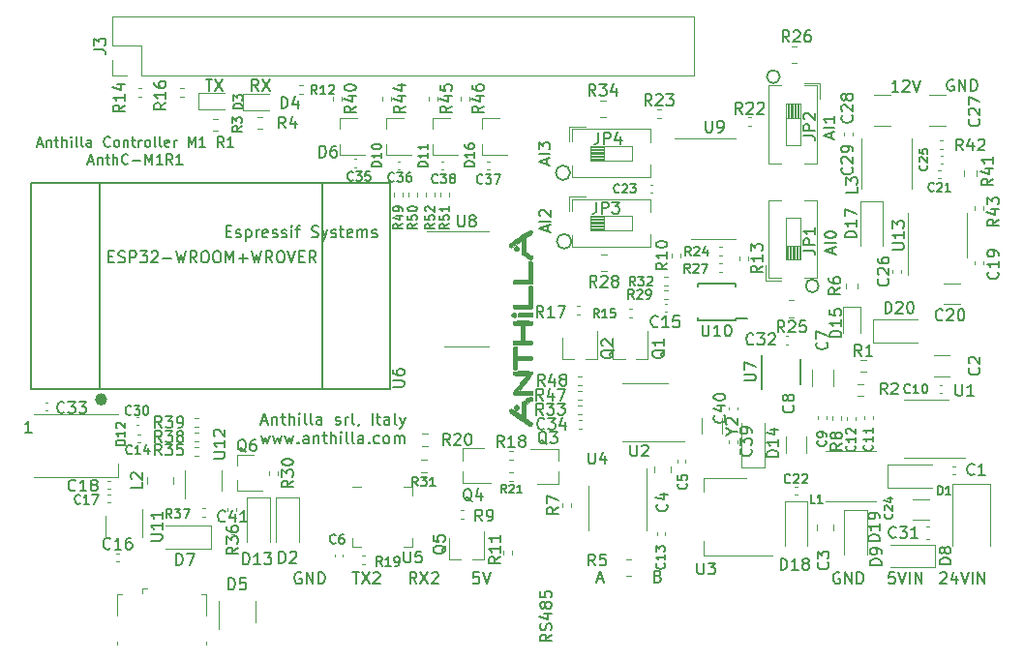
<source format=gbr>
G04 #@! TF.GenerationSoftware,KiCad,Pcbnew,(5.1.9)-1*
G04 #@! TF.CreationDate,2021-08-04T09:34:38-04:00*
G04 #@! TF.ProjectId,esp32 Core  V-0.1,65737033-3220-4436-9f72-652020562d30,rev?*
G04 #@! TF.SameCoordinates,Original*
G04 #@! TF.FileFunction,Legend,Top*
G04 #@! TF.FilePolarity,Positive*
%FSLAX46Y46*%
G04 Gerber Fmt 4.6, Leading zero omitted, Abs format (unit mm)*
G04 Created by KiCad (PCBNEW (5.1.9)-1) date 2021-08-04 09:34:38*
%MOMM*%
%LPD*%
G01*
G04 APERTURE LIST*
%ADD10C,0.150000*%
%ADD11C,0.120000*%
%ADD12C,0.010000*%
%ADD13C,0.500000*%
G04 APERTURE END LIST*
D10*
X248865685Y-119500000D02*
G75*
G03*
X248865685Y-119500000I-565685J0D01*
G01*
X245465685Y-101200000D02*
G75*
G03*
X245465685Y-101200000I-565685J0D01*
G01*
X227240312Y-115600000D02*
G75*
G03*
X227240312Y-115600000I-640312J0D01*
G01*
X227132456Y-109600000D02*
G75*
G03*
X227132456Y-109600000I-632456J0D01*
G01*
X225083666Y-108838880D02*
X225083666Y-108362690D01*
X225369380Y-108934119D02*
X224369380Y-108600785D01*
X225369380Y-108267452D01*
X225369380Y-107934119D02*
X224369380Y-107934119D01*
X224369380Y-107553166D02*
X224369380Y-106934119D01*
X224750333Y-107267452D01*
X224750333Y-107124595D01*
X224797952Y-107029357D01*
X224845571Y-106981738D01*
X224940809Y-106934119D01*
X225178904Y-106934119D01*
X225274142Y-106981738D01*
X225321761Y-107029357D01*
X225369380Y-107124595D01*
X225369380Y-107410309D01*
X225321761Y-107505547D01*
X225274142Y-107553166D01*
X225147166Y-114744380D02*
X225147166Y-114268190D01*
X225432880Y-114839619D02*
X224432880Y-114506285D01*
X225432880Y-114172952D01*
X225432880Y-113839619D02*
X224432880Y-113839619D01*
X224528119Y-113411047D02*
X224480500Y-113363428D01*
X224432880Y-113268190D01*
X224432880Y-113030095D01*
X224480500Y-112934857D01*
X224528119Y-112887238D01*
X224623357Y-112839619D01*
X224718595Y-112839619D01*
X224861452Y-112887238D01*
X225432880Y-113458666D01*
X225432880Y-112839619D01*
X249975666Y-106552880D02*
X249975666Y-106076690D01*
X250261380Y-106648119D02*
X249261380Y-106314785D01*
X250261380Y-105981452D01*
X250261380Y-105648119D02*
X249261380Y-105648119D01*
X250261380Y-104648119D02*
X250261380Y-105219547D01*
X250261380Y-104933833D02*
X249261380Y-104933833D01*
X249404238Y-105029071D01*
X249499476Y-105124309D01*
X249547095Y-105219547D01*
X250102666Y-116649380D02*
X250102666Y-116173190D01*
X250388380Y-116744619D02*
X249388380Y-116411285D01*
X250388380Y-116077952D01*
X250388380Y-115744619D02*
X249388380Y-115744619D01*
X249388380Y-115077952D02*
X249388380Y-114982714D01*
X249436000Y-114887476D01*
X249483619Y-114839857D01*
X249578857Y-114792238D01*
X249769333Y-114744619D01*
X250007428Y-114744619D01*
X250197904Y-114792238D01*
X250293142Y-114839857D01*
X250340761Y-114887476D01*
X250388380Y-114982714D01*
X250388380Y-115077952D01*
X250340761Y-115173190D01*
X250293142Y-115220809D01*
X250197904Y-115268428D01*
X250007428Y-115316047D01*
X249769333Y-115316047D01*
X249578857Y-115268428D01*
X249483619Y-115220809D01*
X249436000Y-115173190D01*
X249388380Y-115077952D01*
X180528571Y-107100000D02*
X180957142Y-107100000D01*
X180442857Y-107357142D02*
X180742857Y-106457142D01*
X181042857Y-107357142D01*
X181342857Y-106757142D02*
X181342857Y-107357142D01*
X181342857Y-106842857D02*
X181385714Y-106800000D01*
X181471428Y-106757142D01*
X181600000Y-106757142D01*
X181685714Y-106800000D01*
X181728571Y-106885714D01*
X181728571Y-107357142D01*
X182028571Y-106757142D02*
X182371428Y-106757142D01*
X182157142Y-106457142D02*
X182157142Y-107228571D01*
X182200000Y-107314285D01*
X182285714Y-107357142D01*
X182371428Y-107357142D01*
X182671428Y-107357142D02*
X182671428Y-106457142D01*
X183057142Y-107357142D02*
X183057142Y-106885714D01*
X183014285Y-106800000D01*
X182928571Y-106757142D01*
X182800000Y-106757142D01*
X182714285Y-106800000D01*
X182671428Y-106842857D01*
X183485714Y-107357142D02*
X183485714Y-106757142D01*
X183485714Y-106457142D02*
X183442857Y-106500000D01*
X183485714Y-106542857D01*
X183528571Y-106500000D01*
X183485714Y-106457142D01*
X183485714Y-106542857D01*
X184042857Y-107357142D02*
X183957142Y-107314285D01*
X183914285Y-107228571D01*
X183914285Y-106457142D01*
X184514285Y-107357142D02*
X184428571Y-107314285D01*
X184385714Y-107228571D01*
X184385714Y-106457142D01*
X185242857Y-107357142D02*
X185242857Y-106885714D01*
X185200000Y-106800000D01*
X185114285Y-106757142D01*
X184942857Y-106757142D01*
X184857142Y-106800000D01*
X185242857Y-107314285D02*
X185157142Y-107357142D01*
X184942857Y-107357142D01*
X184857142Y-107314285D01*
X184814285Y-107228571D01*
X184814285Y-107142857D01*
X184857142Y-107057142D01*
X184942857Y-107014285D01*
X185157142Y-107014285D01*
X185242857Y-106971428D01*
X186871428Y-107271428D02*
X186828571Y-107314285D01*
X186700000Y-107357142D01*
X186614285Y-107357142D01*
X186485714Y-107314285D01*
X186400000Y-107228571D01*
X186357142Y-107142857D01*
X186314285Y-106971428D01*
X186314285Y-106842857D01*
X186357142Y-106671428D01*
X186400000Y-106585714D01*
X186485714Y-106500000D01*
X186614285Y-106457142D01*
X186700000Y-106457142D01*
X186828571Y-106500000D01*
X186871428Y-106542857D01*
X187385714Y-107357142D02*
X187300000Y-107314285D01*
X187257142Y-107271428D01*
X187214285Y-107185714D01*
X187214285Y-106928571D01*
X187257142Y-106842857D01*
X187300000Y-106800000D01*
X187385714Y-106757142D01*
X187514285Y-106757142D01*
X187600000Y-106800000D01*
X187642857Y-106842857D01*
X187685714Y-106928571D01*
X187685714Y-107185714D01*
X187642857Y-107271428D01*
X187600000Y-107314285D01*
X187514285Y-107357142D01*
X187385714Y-107357142D01*
X188071428Y-106757142D02*
X188071428Y-107357142D01*
X188071428Y-106842857D02*
X188114285Y-106800000D01*
X188200000Y-106757142D01*
X188328571Y-106757142D01*
X188414285Y-106800000D01*
X188457142Y-106885714D01*
X188457142Y-107357142D01*
X188757142Y-106757142D02*
X189100000Y-106757142D01*
X188885714Y-106457142D02*
X188885714Y-107228571D01*
X188928571Y-107314285D01*
X189014285Y-107357142D01*
X189100000Y-107357142D01*
X189400000Y-107357142D02*
X189400000Y-106757142D01*
X189400000Y-106928571D02*
X189442857Y-106842857D01*
X189485714Y-106800000D01*
X189571428Y-106757142D01*
X189657142Y-106757142D01*
X190085714Y-107357142D02*
X190000000Y-107314285D01*
X189957142Y-107271428D01*
X189914285Y-107185714D01*
X189914285Y-106928571D01*
X189957142Y-106842857D01*
X190000000Y-106800000D01*
X190085714Y-106757142D01*
X190214285Y-106757142D01*
X190300000Y-106800000D01*
X190342857Y-106842857D01*
X190385714Y-106928571D01*
X190385714Y-107185714D01*
X190342857Y-107271428D01*
X190300000Y-107314285D01*
X190214285Y-107357142D01*
X190085714Y-107357142D01*
X190900000Y-107357142D02*
X190814285Y-107314285D01*
X190771428Y-107228571D01*
X190771428Y-106457142D01*
X191371428Y-107357142D02*
X191285714Y-107314285D01*
X191242857Y-107228571D01*
X191242857Y-106457142D01*
X192057142Y-107314285D02*
X191971428Y-107357142D01*
X191800000Y-107357142D01*
X191714285Y-107314285D01*
X191671428Y-107228571D01*
X191671428Y-106885714D01*
X191714285Y-106800000D01*
X191800000Y-106757142D01*
X191971428Y-106757142D01*
X192057142Y-106800000D01*
X192100000Y-106885714D01*
X192100000Y-106971428D01*
X191671428Y-107057142D01*
X192485714Y-107357142D02*
X192485714Y-106757142D01*
X192485714Y-106928571D02*
X192528571Y-106842857D01*
X192571428Y-106800000D01*
X192657142Y-106757142D01*
X192742857Y-106757142D01*
X193728571Y-107357142D02*
X193728571Y-106457142D01*
X194028571Y-107100000D01*
X194328571Y-106457142D01*
X194328571Y-107357142D01*
X195228571Y-107357142D02*
X194714285Y-107357142D01*
X194971428Y-107357142D02*
X194971428Y-106457142D01*
X194885714Y-106585714D01*
X194800000Y-106671428D01*
X194714285Y-106714285D01*
X196814285Y-107357142D02*
X196514285Y-106928571D01*
X196300000Y-107357142D02*
X196300000Y-106457142D01*
X196642857Y-106457142D01*
X196728571Y-106500000D01*
X196771428Y-106542857D01*
X196814285Y-106628571D01*
X196814285Y-106757142D01*
X196771428Y-106842857D01*
X196728571Y-106885714D01*
X196642857Y-106928571D01*
X196300000Y-106928571D01*
X197671428Y-107357142D02*
X197157142Y-107357142D01*
X197414285Y-107357142D02*
X197414285Y-106457142D01*
X197328571Y-106585714D01*
X197242857Y-106671428D01*
X197157142Y-106714285D01*
X184985714Y-108600000D02*
X185414285Y-108600000D01*
X184900000Y-108857142D02*
X185200000Y-107957142D01*
X185500000Y-108857142D01*
X185800000Y-108257142D02*
X185800000Y-108857142D01*
X185800000Y-108342857D02*
X185842857Y-108300000D01*
X185928571Y-108257142D01*
X186057142Y-108257142D01*
X186142857Y-108300000D01*
X186185714Y-108385714D01*
X186185714Y-108857142D01*
X186485714Y-108257142D02*
X186828571Y-108257142D01*
X186614285Y-107957142D02*
X186614285Y-108728571D01*
X186657142Y-108814285D01*
X186742857Y-108857142D01*
X186828571Y-108857142D01*
X187128571Y-108857142D02*
X187128571Y-107957142D01*
X187514285Y-108857142D02*
X187514285Y-108385714D01*
X187471428Y-108300000D01*
X187385714Y-108257142D01*
X187257142Y-108257142D01*
X187171428Y-108300000D01*
X187128571Y-108342857D01*
X188457142Y-108771428D02*
X188414285Y-108814285D01*
X188285714Y-108857142D01*
X188200000Y-108857142D01*
X188071428Y-108814285D01*
X187985714Y-108728571D01*
X187942857Y-108642857D01*
X187900000Y-108471428D01*
X187900000Y-108342857D01*
X187942857Y-108171428D01*
X187985714Y-108085714D01*
X188071428Y-108000000D01*
X188200000Y-107957142D01*
X188285714Y-107957142D01*
X188414285Y-108000000D01*
X188457142Y-108042857D01*
X188842857Y-108514285D02*
X189528571Y-108514285D01*
X189957142Y-108857142D02*
X189957142Y-107957142D01*
X190257142Y-108600000D01*
X190557142Y-107957142D01*
X190557142Y-108857142D01*
X191457142Y-108857142D02*
X190942857Y-108857142D01*
X191200000Y-108857142D02*
X191200000Y-107957142D01*
X191114285Y-108085714D01*
X191028571Y-108171428D01*
X190942857Y-108214285D01*
X192357142Y-108857142D02*
X192057142Y-108428571D01*
X191842857Y-108857142D02*
X191842857Y-107957142D01*
X192185714Y-107957142D01*
X192271428Y-108000000D01*
X192314285Y-108042857D01*
X192357142Y-108128571D01*
X192357142Y-108257142D01*
X192314285Y-108342857D01*
X192271428Y-108385714D01*
X192185714Y-108428571D01*
X191842857Y-108428571D01*
X193214285Y-108857142D02*
X192700000Y-108857142D01*
X192957142Y-108857142D02*
X192957142Y-107957142D01*
X192871428Y-108085714D01*
X192785714Y-108171428D01*
X192700000Y-108214285D01*
X200161904Y-131341666D02*
X200638095Y-131341666D01*
X200066666Y-131627380D02*
X200400000Y-130627380D01*
X200733333Y-131627380D01*
X201066666Y-130960714D02*
X201066666Y-131627380D01*
X201066666Y-131055952D02*
X201114285Y-131008333D01*
X201209523Y-130960714D01*
X201352380Y-130960714D01*
X201447619Y-131008333D01*
X201495238Y-131103571D01*
X201495238Y-131627380D01*
X201828571Y-130960714D02*
X202209523Y-130960714D01*
X201971428Y-130627380D02*
X201971428Y-131484523D01*
X202019047Y-131579761D01*
X202114285Y-131627380D01*
X202209523Y-131627380D01*
X202542857Y-131627380D02*
X202542857Y-130627380D01*
X202971428Y-131627380D02*
X202971428Y-131103571D01*
X202923809Y-131008333D01*
X202828571Y-130960714D01*
X202685714Y-130960714D01*
X202590476Y-131008333D01*
X202542857Y-131055952D01*
X203447619Y-131627380D02*
X203447619Y-130960714D01*
X203447619Y-130627380D02*
X203400000Y-130675000D01*
X203447619Y-130722619D01*
X203495238Y-130675000D01*
X203447619Y-130627380D01*
X203447619Y-130722619D01*
X204066666Y-131627380D02*
X203971428Y-131579761D01*
X203923809Y-131484523D01*
X203923809Y-130627380D01*
X204590476Y-131627380D02*
X204495238Y-131579761D01*
X204447619Y-131484523D01*
X204447619Y-130627380D01*
X205400000Y-131627380D02*
X205400000Y-131103571D01*
X205352380Y-131008333D01*
X205257142Y-130960714D01*
X205066666Y-130960714D01*
X204971428Y-131008333D01*
X205400000Y-131579761D02*
X205304761Y-131627380D01*
X205066666Y-131627380D01*
X204971428Y-131579761D01*
X204923809Y-131484523D01*
X204923809Y-131389285D01*
X204971428Y-131294047D01*
X205066666Y-131246428D01*
X205304761Y-131246428D01*
X205400000Y-131198809D01*
X206590476Y-131579761D02*
X206685714Y-131627380D01*
X206876190Y-131627380D01*
X206971428Y-131579761D01*
X207019047Y-131484523D01*
X207019047Y-131436904D01*
X206971428Y-131341666D01*
X206876190Y-131294047D01*
X206733333Y-131294047D01*
X206638095Y-131246428D01*
X206590476Y-131151190D01*
X206590476Y-131103571D01*
X206638095Y-131008333D01*
X206733333Y-130960714D01*
X206876190Y-130960714D01*
X206971428Y-131008333D01*
X207447619Y-131627380D02*
X207447619Y-130960714D01*
X207447619Y-131151190D02*
X207495238Y-131055952D01*
X207542857Y-131008333D01*
X207638095Y-130960714D01*
X207733333Y-130960714D01*
X208209523Y-131627380D02*
X208114285Y-131579761D01*
X208066666Y-131484523D01*
X208066666Y-130627380D01*
X208638095Y-131579761D02*
X208638095Y-131627380D01*
X208590476Y-131722619D01*
X208542857Y-131770238D01*
X209828571Y-131627380D02*
X209828571Y-130627380D01*
X210161904Y-130960714D02*
X210542857Y-130960714D01*
X210304761Y-130627380D02*
X210304761Y-131484523D01*
X210352380Y-131579761D01*
X210447619Y-131627380D01*
X210542857Y-131627380D01*
X211304761Y-131627380D02*
X211304761Y-131103571D01*
X211257142Y-131008333D01*
X211161904Y-130960714D01*
X210971428Y-130960714D01*
X210876190Y-131008333D01*
X211304761Y-131579761D02*
X211209523Y-131627380D01*
X210971428Y-131627380D01*
X210876190Y-131579761D01*
X210828571Y-131484523D01*
X210828571Y-131389285D01*
X210876190Y-131294047D01*
X210971428Y-131246428D01*
X211209523Y-131246428D01*
X211304761Y-131198809D01*
X211923809Y-131627380D02*
X211828571Y-131579761D01*
X211780952Y-131484523D01*
X211780952Y-130627380D01*
X212209523Y-130960714D02*
X212447619Y-131627380D01*
X212685714Y-130960714D02*
X212447619Y-131627380D01*
X212352380Y-131865476D01*
X212304761Y-131913095D01*
X212209523Y-131960714D01*
X200090476Y-132610714D02*
X200280952Y-133277380D01*
X200471428Y-132801190D01*
X200661904Y-133277380D01*
X200852380Y-132610714D01*
X201138095Y-132610714D02*
X201328571Y-133277380D01*
X201519047Y-132801190D01*
X201709523Y-133277380D01*
X201900000Y-132610714D01*
X202185714Y-132610714D02*
X202376190Y-133277380D01*
X202566666Y-132801190D01*
X202757142Y-133277380D01*
X202947619Y-132610714D01*
X203328571Y-133182142D02*
X203376190Y-133229761D01*
X203328571Y-133277380D01*
X203280952Y-133229761D01*
X203328571Y-133182142D01*
X203328571Y-133277380D01*
X204233333Y-133277380D02*
X204233333Y-132753571D01*
X204185714Y-132658333D01*
X204090476Y-132610714D01*
X203900000Y-132610714D01*
X203804761Y-132658333D01*
X204233333Y-133229761D02*
X204138095Y-133277380D01*
X203900000Y-133277380D01*
X203804761Y-133229761D01*
X203757142Y-133134523D01*
X203757142Y-133039285D01*
X203804761Y-132944047D01*
X203900000Y-132896428D01*
X204138095Y-132896428D01*
X204233333Y-132848809D01*
X204709523Y-132610714D02*
X204709523Y-133277380D01*
X204709523Y-132705952D02*
X204757142Y-132658333D01*
X204852380Y-132610714D01*
X204995238Y-132610714D01*
X205090476Y-132658333D01*
X205138095Y-132753571D01*
X205138095Y-133277380D01*
X205471428Y-132610714D02*
X205852380Y-132610714D01*
X205614285Y-132277380D02*
X205614285Y-133134523D01*
X205661904Y-133229761D01*
X205757142Y-133277380D01*
X205852380Y-133277380D01*
X206185714Y-133277380D02*
X206185714Y-132277380D01*
X206614285Y-133277380D02*
X206614285Y-132753571D01*
X206566666Y-132658333D01*
X206471428Y-132610714D01*
X206328571Y-132610714D01*
X206233333Y-132658333D01*
X206185714Y-132705952D01*
X207090476Y-133277380D02*
X207090476Y-132610714D01*
X207090476Y-132277380D02*
X207042857Y-132325000D01*
X207090476Y-132372619D01*
X207138095Y-132325000D01*
X207090476Y-132277380D01*
X207090476Y-132372619D01*
X207709523Y-133277380D02*
X207614285Y-133229761D01*
X207566666Y-133134523D01*
X207566666Y-132277380D01*
X208233333Y-133277380D02*
X208138095Y-133229761D01*
X208090476Y-133134523D01*
X208090476Y-132277380D01*
X209042857Y-133277380D02*
X209042857Y-132753571D01*
X208995238Y-132658333D01*
X208900000Y-132610714D01*
X208709523Y-132610714D01*
X208614285Y-132658333D01*
X209042857Y-133229761D02*
X208947619Y-133277380D01*
X208709523Y-133277380D01*
X208614285Y-133229761D01*
X208566666Y-133134523D01*
X208566666Y-133039285D01*
X208614285Y-132944047D01*
X208709523Y-132896428D01*
X208947619Y-132896428D01*
X209042857Y-132848809D01*
X209519047Y-133182142D02*
X209566666Y-133229761D01*
X209519047Y-133277380D01*
X209471428Y-133229761D01*
X209519047Y-133182142D01*
X209519047Y-133277380D01*
X210423809Y-133229761D02*
X210328571Y-133277380D01*
X210138095Y-133277380D01*
X210042857Y-133229761D01*
X209995238Y-133182142D01*
X209947619Y-133086904D01*
X209947619Y-132801190D01*
X209995238Y-132705952D01*
X210042857Y-132658333D01*
X210138095Y-132610714D01*
X210328571Y-132610714D01*
X210423809Y-132658333D01*
X210995238Y-133277380D02*
X210900000Y-133229761D01*
X210852380Y-133182142D01*
X210804761Y-133086904D01*
X210804761Y-132801190D01*
X210852380Y-132705952D01*
X210900000Y-132658333D01*
X210995238Y-132610714D01*
X211138095Y-132610714D01*
X211233333Y-132658333D01*
X211280952Y-132705952D01*
X211328571Y-132801190D01*
X211328571Y-133086904D01*
X211280952Y-133182142D01*
X211233333Y-133229761D01*
X211138095Y-133277380D01*
X210995238Y-133277380D01*
X211757142Y-133277380D02*
X211757142Y-132610714D01*
X211757142Y-132705952D02*
X211804761Y-132658333D01*
X211900000Y-132610714D01*
X212042857Y-132610714D01*
X212138095Y-132658333D01*
X212185714Y-132753571D01*
X212185714Y-133277380D01*
X212185714Y-132753571D02*
X212233333Y-132658333D01*
X212328571Y-132610714D01*
X212471428Y-132610714D01*
X212566666Y-132658333D01*
X212614285Y-132753571D01*
X212614285Y-133277380D01*
X219152523Y-144549880D02*
X218676333Y-144549880D01*
X218628714Y-145026071D01*
X218676333Y-144978452D01*
X218771571Y-144930833D01*
X219009666Y-144930833D01*
X219104904Y-144978452D01*
X219152523Y-145026071D01*
X219200142Y-145121309D01*
X219200142Y-145359404D01*
X219152523Y-145454642D01*
X219104904Y-145502261D01*
X219009666Y-145549880D01*
X218771571Y-145549880D01*
X218676333Y-145502261D01*
X218628714Y-145454642D01*
X219485857Y-144549880D02*
X219819190Y-145549880D01*
X220152523Y-144549880D01*
X213700142Y-145549880D02*
X213366809Y-145073690D01*
X213128714Y-145549880D02*
X213128714Y-144549880D01*
X213509666Y-144549880D01*
X213604904Y-144597500D01*
X213652523Y-144645119D01*
X213700142Y-144740357D01*
X213700142Y-144883214D01*
X213652523Y-144978452D01*
X213604904Y-145026071D01*
X213509666Y-145073690D01*
X213128714Y-145073690D01*
X214033476Y-144549880D02*
X214700142Y-145549880D01*
X214700142Y-144549880D02*
X214033476Y-145549880D01*
X215033476Y-144645119D02*
X215081095Y-144597500D01*
X215176333Y-144549880D01*
X215414428Y-144549880D01*
X215509666Y-144597500D01*
X215557285Y-144645119D01*
X215604904Y-144740357D01*
X215604904Y-144835595D01*
X215557285Y-144978452D01*
X214985857Y-145549880D01*
X215604904Y-145549880D01*
X208104904Y-144549880D02*
X208676333Y-144549880D01*
X208390619Y-145549880D02*
X208390619Y-144549880D01*
X208914428Y-144549880D02*
X209581095Y-145549880D01*
X209581095Y-144549880D02*
X208914428Y-145549880D01*
X209914428Y-144645119D02*
X209962047Y-144597500D01*
X210057285Y-144549880D01*
X210295380Y-144549880D01*
X210390619Y-144597500D01*
X210438238Y-144645119D01*
X210485857Y-144740357D01*
X210485857Y-144835595D01*
X210438238Y-144978452D01*
X209866809Y-145549880D01*
X210485857Y-145549880D01*
X203581095Y-144597500D02*
X203485857Y-144549880D01*
X203343000Y-144549880D01*
X203200142Y-144597500D01*
X203104904Y-144692738D01*
X203057285Y-144787976D01*
X203009666Y-144978452D01*
X203009666Y-145121309D01*
X203057285Y-145311785D01*
X203104904Y-145407023D01*
X203200142Y-145502261D01*
X203343000Y-145549880D01*
X203438238Y-145549880D01*
X203581095Y-145502261D01*
X203628714Y-145454642D01*
X203628714Y-145121309D01*
X203438238Y-145121309D01*
X204057285Y-145549880D02*
X204057285Y-144549880D01*
X204628714Y-145549880D01*
X204628714Y-144549880D01*
X205104904Y-145549880D02*
X205104904Y-144549880D01*
X205343000Y-144549880D01*
X205485857Y-144597500D01*
X205581095Y-144692738D01*
X205628714Y-144787976D01*
X205676333Y-144978452D01*
X205676333Y-145121309D01*
X205628714Y-145311785D01*
X205581095Y-145407023D01*
X205485857Y-145502261D01*
X205343000Y-145549880D01*
X205104904Y-145549880D01*
X225496380Y-149994738D02*
X225020190Y-150328071D01*
X225496380Y-150566166D02*
X224496380Y-150566166D01*
X224496380Y-150185214D01*
X224544000Y-150089976D01*
X224591619Y-150042357D01*
X224686857Y-149994738D01*
X224829714Y-149994738D01*
X224924952Y-150042357D01*
X224972571Y-150089976D01*
X225020190Y-150185214D01*
X225020190Y-150566166D01*
X225448761Y-149613785D02*
X225496380Y-149470928D01*
X225496380Y-149232833D01*
X225448761Y-149137595D01*
X225401142Y-149089976D01*
X225305904Y-149042357D01*
X225210666Y-149042357D01*
X225115428Y-149089976D01*
X225067809Y-149137595D01*
X225020190Y-149232833D01*
X224972571Y-149423309D01*
X224924952Y-149518547D01*
X224877333Y-149566166D01*
X224782095Y-149613785D01*
X224686857Y-149613785D01*
X224591619Y-149566166D01*
X224544000Y-149518547D01*
X224496380Y-149423309D01*
X224496380Y-149185214D01*
X224544000Y-149042357D01*
X224829714Y-148185214D02*
X225496380Y-148185214D01*
X224448761Y-148423309D02*
X225163047Y-148661404D01*
X225163047Y-148042357D01*
X224924952Y-147518547D02*
X224877333Y-147613785D01*
X224829714Y-147661404D01*
X224734476Y-147709023D01*
X224686857Y-147709023D01*
X224591619Y-147661404D01*
X224544000Y-147613785D01*
X224496380Y-147518547D01*
X224496380Y-147328071D01*
X224544000Y-147232833D01*
X224591619Y-147185214D01*
X224686857Y-147137595D01*
X224734476Y-147137595D01*
X224829714Y-147185214D01*
X224877333Y-147232833D01*
X224924952Y-147328071D01*
X224924952Y-147518547D01*
X224972571Y-147613785D01*
X225020190Y-147661404D01*
X225115428Y-147709023D01*
X225305904Y-147709023D01*
X225401142Y-147661404D01*
X225448761Y-147613785D01*
X225496380Y-147518547D01*
X225496380Y-147328071D01*
X225448761Y-147232833D01*
X225401142Y-147185214D01*
X225305904Y-147137595D01*
X225115428Y-147137595D01*
X225020190Y-147185214D01*
X224972571Y-147232833D01*
X224924952Y-147328071D01*
X224496380Y-146232833D02*
X224496380Y-146709023D01*
X224972571Y-146756642D01*
X224924952Y-146709023D01*
X224877333Y-146613785D01*
X224877333Y-146375690D01*
X224924952Y-146280452D01*
X224972571Y-146232833D01*
X225067809Y-146185214D01*
X225305904Y-146185214D01*
X225401142Y-146232833D01*
X225448761Y-146280452D01*
X225496380Y-146375690D01*
X225496380Y-146613785D01*
X225448761Y-146709023D01*
X225401142Y-146756642D01*
X234814428Y-144899071D02*
X234957285Y-144946690D01*
X235004904Y-144994309D01*
X235052523Y-145089547D01*
X235052523Y-145232404D01*
X235004904Y-145327642D01*
X234957285Y-145375261D01*
X234862047Y-145422880D01*
X234481095Y-145422880D01*
X234481095Y-144422880D01*
X234814428Y-144422880D01*
X234909666Y-144470500D01*
X234957285Y-144518119D01*
X235004904Y-144613357D01*
X235004904Y-144708595D01*
X234957285Y-144803833D01*
X234909666Y-144851452D01*
X234814428Y-144899071D01*
X234481095Y-144899071D01*
X229504904Y-145137166D02*
X229981095Y-145137166D01*
X229409666Y-145422880D02*
X229743000Y-144422880D01*
X230076333Y-145422880D01*
X259495619Y-144645119D02*
X259543238Y-144597500D01*
X259638476Y-144549880D01*
X259876571Y-144549880D01*
X259971809Y-144597500D01*
X260019428Y-144645119D01*
X260067047Y-144740357D01*
X260067047Y-144835595D01*
X260019428Y-144978452D01*
X259448000Y-145549880D01*
X260067047Y-145549880D01*
X260924190Y-144883214D02*
X260924190Y-145549880D01*
X260686095Y-144502261D02*
X260448000Y-145216547D01*
X261067047Y-145216547D01*
X261305142Y-144549880D02*
X261638476Y-145549880D01*
X261971809Y-144549880D01*
X262305142Y-145549880D02*
X262305142Y-144549880D01*
X262781333Y-145549880D02*
X262781333Y-144549880D01*
X263352761Y-145549880D01*
X263352761Y-144549880D01*
X255495619Y-144549880D02*
X255019428Y-144549880D01*
X254971809Y-145026071D01*
X255019428Y-144978452D01*
X255114666Y-144930833D01*
X255352761Y-144930833D01*
X255448000Y-144978452D01*
X255495619Y-145026071D01*
X255543238Y-145121309D01*
X255543238Y-145359404D01*
X255495619Y-145454642D01*
X255448000Y-145502261D01*
X255352761Y-145549880D01*
X255114666Y-145549880D01*
X255019428Y-145502261D01*
X254971809Y-145454642D01*
X255828952Y-144549880D02*
X256162285Y-145549880D01*
X256495619Y-144549880D01*
X256828952Y-145549880D02*
X256828952Y-144549880D01*
X257305142Y-145549880D02*
X257305142Y-144549880D01*
X257876571Y-145549880D01*
X257876571Y-144549880D01*
X250686095Y-144597500D02*
X250590857Y-144549880D01*
X250448000Y-144549880D01*
X250305142Y-144597500D01*
X250209904Y-144692738D01*
X250162285Y-144787976D01*
X250114666Y-144978452D01*
X250114666Y-145121309D01*
X250162285Y-145311785D01*
X250209904Y-145407023D01*
X250305142Y-145502261D01*
X250448000Y-145549880D01*
X250543238Y-145549880D01*
X250686095Y-145502261D01*
X250733714Y-145454642D01*
X250733714Y-145121309D01*
X250543238Y-145121309D01*
X251162285Y-145549880D02*
X251162285Y-144549880D01*
X251733714Y-145549880D01*
X251733714Y-144549880D01*
X252209904Y-145549880D02*
X252209904Y-144549880D01*
X252448000Y-144549880D01*
X252590857Y-144597500D01*
X252686095Y-144692738D01*
X252733714Y-144787976D01*
X252781333Y-144978452D01*
X252781333Y-145121309D01*
X252733714Y-145311785D01*
X252686095Y-145407023D01*
X252590857Y-145502261D01*
X252448000Y-145549880D01*
X252209904Y-145549880D01*
X260659095Y-101481000D02*
X260563857Y-101433380D01*
X260421000Y-101433380D01*
X260278142Y-101481000D01*
X260182904Y-101576238D01*
X260135285Y-101671476D01*
X260087666Y-101861952D01*
X260087666Y-102004809D01*
X260135285Y-102195285D01*
X260182904Y-102290523D01*
X260278142Y-102385761D01*
X260421000Y-102433380D01*
X260516238Y-102433380D01*
X260659095Y-102385761D01*
X260706714Y-102338142D01*
X260706714Y-102004809D01*
X260516238Y-102004809D01*
X261135285Y-102433380D02*
X261135285Y-101433380D01*
X261706714Y-102433380D01*
X261706714Y-101433380D01*
X262182904Y-102433380D02*
X262182904Y-101433380D01*
X262421000Y-101433380D01*
X262563857Y-101481000D01*
X262659095Y-101576238D01*
X262706714Y-101671476D01*
X262754333Y-101861952D01*
X262754333Y-102004809D01*
X262706714Y-102195285D01*
X262659095Y-102290523D01*
X262563857Y-102385761D01*
X262421000Y-102433380D01*
X262182904Y-102433380D01*
X255848952Y-102496880D02*
X255277523Y-102496880D01*
X255563238Y-102496880D02*
X255563238Y-101496880D01*
X255468000Y-101639738D01*
X255372761Y-101734976D01*
X255277523Y-101782595D01*
X256229904Y-101592119D02*
X256277523Y-101544500D01*
X256372761Y-101496880D01*
X256610857Y-101496880D01*
X256706095Y-101544500D01*
X256753714Y-101592119D01*
X256801333Y-101687357D01*
X256801333Y-101782595D01*
X256753714Y-101925452D01*
X256182285Y-102496880D01*
X256801333Y-102496880D01*
X257087047Y-101496880D02*
X257420380Y-102496880D01*
X257753714Y-101496880D01*
X199858333Y-102433380D02*
X199525000Y-101957190D01*
X199286904Y-102433380D02*
X199286904Y-101433380D01*
X199667857Y-101433380D01*
X199763095Y-101481000D01*
X199810714Y-101528619D01*
X199858333Y-101623857D01*
X199858333Y-101766714D01*
X199810714Y-101861952D01*
X199763095Y-101909571D01*
X199667857Y-101957190D01*
X199286904Y-101957190D01*
X200191666Y-101433380D02*
X200858333Y-102433380D01*
X200858333Y-101433380D02*
X200191666Y-102433380D01*
X195262595Y-101433380D02*
X195834023Y-101433380D01*
X195548309Y-102433380D02*
X195548309Y-101433380D01*
X196072119Y-101433380D02*
X196738785Y-102433380D01*
X196738785Y-101433380D02*
X196072119Y-102433380D01*
D11*
G04 #@! TO.C,C41*
X197487164Y-140490000D02*
X197702836Y-140490000D01*
X197487164Y-141210000D02*
X197702836Y-141210000D01*
G04 #@! TO.C,C40*
X241760000Y-130307836D02*
X241760000Y-130092164D01*
X241040000Y-130307836D02*
X241040000Y-130092164D01*
G04 #@! TO.C,C39*
X241040000Y-133012164D02*
X241040000Y-133227836D01*
X241760000Y-133012164D02*
X241760000Y-133227836D01*
G04 #@! TO.C,D20*
X253655000Y-122444000D02*
X253655000Y-124444000D01*
X253655000Y-124444000D02*
X257555000Y-124444000D01*
X253655000Y-122444000D02*
X257555000Y-122444000D01*
G04 #@! TO.C,JP4*
X227300000Y-105790000D02*
X234121000Y-105790000D01*
X227300000Y-110010000D02*
X234121000Y-110010000D01*
X227300000Y-105790000D02*
X227300000Y-106860000D01*
X227300000Y-108940000D02*
X227300000Y-110010000D01*
X234121000Y-105790000D02*
X234121000Y-106910000D01*
X234121000Y-108890000D02*
X234121000Y-110010000D01*
X227060000Y-105550000D02*
X228443000Y-105550000D01*
X227060000Y-105550000D02*
X227060000Y-106860000D01*
X228900000Y-107265000D02*
X228900000Y-108535000D01*
X228900000Y-108535000D02*
X232520000Y-108535000D01*
X232520000Y-108535000D02*
X232520000Y-107265000D01*
X232520000Y-107265000D02*
X228900000Y-107265000D01*
X228900000Y-107385000D02*
X230106667Y-107385000D01*
X228900000Y-107505000D02*
X230106667Y-107505000D01*
X228900000Y-107625000D02*
X230106667Y-107625000D01*
X228900000Y-107745000D02*
X230106667Y-107745000D01*
X228900000Y-107865000D02*
X230106667Y-107865000D01*
X228900000Y-107985000D02*
X230106667Y-107985000D01*
X228900000Y-108105000D02*
X230106667Y-108105000D01*
X228900000Y-108225000D02*
X230106667Y-108225000D01*
X228900000Y-108345000D02*
X230106667Y-108345000D01*
X228900000Y-108465000D02*
X230106667Y-108465000D01*
X230106667Y-107265000D02*
X230106667Y-108535000D01*
G04 #@! TO.C,JP3*
X227300000Y-111890000D02*
X234121000Y-111890000D01*
X227300000Y-116110000D02*
X234121000Y-116110000D01*
X227300000Y-111890000D02*
X227300000Y-112960000D01*
X227300000Y-115040000D02*
X227300000Y-116110000D01*
X234121000Y-111890000D02*
X234121000Y-113010000D01*
X234121000Y-114990000D02*
X234121000Y-116110000D01*
X227060000Y-111650000D02*
X228443000Y-111650000D01*
X227060000Y-111650000D02*
X227060000Y-112960000D01*
X228900000Y-113365000D02*
X228900000Y-114635000D01*
X228900000Y-114635000D02*
X232520000Y-114635000D01*
X232520000Y-114635000D02*
X232520000Y-113365000D01*
X232520000Y-113365000D02*
X228900000Y-113365000D01*
X228900000Y-113485000D02*
X230106667Y-113485000D01*
X228900000Y-113605000D02*
X230106667Y-113605000D01*
X228900000Y-113725000D02*
X230106667Y-113725000D01*
X228900000Y-113845000D02*
X230106667Y-113845000D01*
X228900000Y-113965000D02*
X230106667Y-113965000D01*
X228900000Y-114085000D02*
X230106667Y-114085000D01*
X228900000Y-114205000D02*
X230106667Y-114205000D01*
X228900000Y-114325000D02*
X230106667Y-114325000D01*
X228900000Y-114445000D02*
X230106667Y-114445000D01*
X228900000Y-114565000D02*
X230106667Y-114565000D01*
X230106667Y-113365000D02*
X230106667Y-114635000D01*
G04 #@! TO.C,JP2*
X248710000Y-101980000D02*
X248710000Y-108801000D01*
X244490000Y-101980000D02*
X244490000Y-108801000D01*
X248710000Y-101980000D02*
X247640000Y-101980000D01*
X245560000Y-101980000D02*
X244490000Y-101980000D01*
X248710000Y-108801000D02*
X247590000Y-108801000D01*
X245610000Y-108801000D02*
X244490000Y-108801000D01*
X248950000Y-101740000D02*
X248950000Y-103123000D01*
X248950000Y-101740000D02*
X247640000Y-101740000D01*
X247235000Y-103580000D02*
X245965000Y-103580000D01*
X245965000Y-103580000D02*
X245965000Y-107200000D01*
X245965000Y-107200000D02*
X247235000Y-107200000D01*
X247235000Y-107200000D02*
X247235000Y-103580000D01*
X247115000Y-103580000D02*
X247115000Y-104786667D01*
X246995000Y-103580000D02*
X246995000Y-104786667D01*
X246875000Y-103580000D02*
X246875000Y-104786667D01*
X246755000Y-103580000D02*
X246755000Y-104786667D01*
X246635000Y-103580000D02*
X246635000Y-104786667D01*
X246515000Y-103580000D02*
X246515000Y-104786667D01*
X246395000Y-103580000D02*
X246395000Y-104786667D01*
X246275000Y-103580000D02*
X246275000Y-104786667D01*
X246155000Y-103580000D02*
X246155000Y-104786667D01*
X246035000Y-103580000D02*
X246035000Y-104786667D01*
X247235000Y-104786667D02*
X245965000Y-104786667D01*
G04 #@! TO.C,JP1*
X244490000Y-118800000D02*
X244490000Y-111979000D01*
X248710000Y-118800000D02*
X248710000Y-111979000D01*
X244490000Y-118800000D02*
X245560000Y-118800000D01*
X247640000Y-118800000D02*
X248710000Y-118800000D01*
X244490000Y-111979000D02*
X245610000Y-111979000D01*
X247590000Y-111979000D02*
X248710000Y-111979000D01*
X244250000Y-119040000D02*
X244250000Y-117657000D01*
X244250000Y-119040000D02*
X245560000Y-119040000D01*
X245965000Y-117200000D02*
X247235000Y-117200000D01*
X247235000Y-117200000D02*
X247235000Y-113580000D01*
X247235000Y-113580000D02*
X245965000Y-113580000D01*
X245965000Y-113580000D02*
X245965000Y-117200000D01*
X246085000Y-117200000D02*
X246085000Y-115993333D01*
X246205000Y-117200000D02*
X246205000Y-115993333D01*
X246325000Y-117200000D02*
X246325000Y-115993333D01*
X246445000Y-117200000D02*
X246445000Y-115993333D01*
X246565000Y-117200000D02*
X246565000Y-115993333D01*
X246685000Y-117200000D02*
X246685000Y-115993333D01*
X246805000Y-117200000D02*
X246805000Y-115993333D01*
X246925000Y-117200000D02*
X246925000Y-115993333D01*
X247045000Y-117200000D02*
X247045000Y-115993333D01*
X247165000Y-117200000D02*
X247165000Y-115993333D01*
X245965000Y-115993333D02*
X247235000Y-115993333D01*
D12*
G04 #@! TO.C,G\u002A\u002A\u002A*
G36*
X221792458Y-130366069D02*
G01*
X221828137Y-130322605D01*
X221883260Y-130291975D01*
X221982521Y-130244641D01*
X222870555Y-130848935D01*
X222884666Y-130251169D01*
X222891305Y-130029527D01*
X222899551Y-129855731D01*
X222909238Y-129732088D01*
X222920198Y-129660909D01*
X222928797Y-129643436D01*
X222961618Y-129623837D01*
X223030446Y-129577151D01*
X223125930Y-129509889D01*
X223238722Y-129428561D01*
X223266485Y-129408290D01*
X223385029Y-129324849D01*
X223492347Y-129255393D01*
X223577974Y-129206272D01*
X223631444Y-129183838D01*
X223637532Y-129183111D01*
X223702629Y-129203044D01*
X223758456Y-129244877D01*
X223796827Y-129309924D01*
X223814407Y-129387821D01*
X223809721Y-129458161D01*
X223781293Y-129500535D01*
X223777070Y-129502456D01*
X223738852Y-129524335D01*
X223666388Y-129571624D01*
X223571176Y-129636668D01*
X223494847Y-129690302D01*
X223251555Y-129863209D01*
X223251555Y-131100502D01*
X223470277Y-131246389D01*
X223575137Y-131317942D01*
X223668587Y-131384582D01*
X223735774Y-131435605D01*
X223752500Y-131449724D01*
X223803747Y-131527198D01*
X223811883Y-131614989D01*
X223775965Y-131692887D01*
X223764388Y-131704626D01*
X223731955Y-131729904D01*
X223696989Y-131744794D01*
X223654625Y-131746897D01*
X223600001Y-131733815D01*
X223528250Y-131703149D01*
X223434510Y-131652501D01*
X223313915Y-131579472D01*
X223161602Y-131481664D01*
X222972707Y-131356679D01*
X222742365Y-131202118D01*
X222734443Y-131196783D01*
X222539826Y-131065317D01*
X222357992Y-130941720D01*
X222194796Y-130830033D01*
X222056095Y-130734293D01*
X221947748Y-130658541D01*
X221875611Y-130606816D01*
X221847500Y-130585086D01*
X221793383Y-130499930D01*
X221784000Y-130433624D01*
X221792458Y-130366069D01*
G37*
X221792458Y-130366069D02*
X221828137Y-130322605D01*
X221883260Y-130291975D01*
X221982521Y-130244641D01*
X222870555Y-130848935D01*
X222884666Y-130251169D01*
X222891305Y-130029527D01*
X222899551Y-129855731D01*
X222909238Y-129732088D01*
X222920198Y-129660909D01*
X222928797Y-129643436D01*
X222961618Y-129623837D01*
X223030446Y-129577151D01*
X223125930Y-129509889D01*
X223238722Y-129428561D01*
X223266485Y-129408290D01*
X223385029Y-129324849D01*
X223492347Y-129255393D01*
X223577974Y-129206272D01*
X223631444Y-129183838D01*
X223637532Y-129183111D01*
X223702629Y-129203044D01*
X223758456Y-129244877D01*
X223796827Y-129309924D01*
X223814407Y-129387821D01*
X223809721Y-129458161D01*
X223781293Y-129500535D01*
X223777070Y-129502456D01*
X223738852Y-129524335D01*
X223666388Y-129571624D01*
X223571176Y-129636668D01*
X223494847Y-129690302D01*
X223251555Y-129863209D01*
X223251555Y-131100502D01*
X223470277Y-131246389D01*
X223575137Y-131317942D01*
X223668587Y-131384582D01*
X223735774Y-131435605D01*
X223752500Y-131449724D01*
X223803747Y-131527198D01*
X223811883Y-131614989D01*
X223775965Y-131692887D01*
X223764388Y-131704626D01*
X223731955Y-131729904D01*
X223696989Y-131744794D01*
X223654625Y-131746897D01*
X223600001Y-131733815D01*
X223528250Y-131703149D01*
X223434510Y-131652501D01*
X223313915Y-131579472D01*
X223161602Y-131481664D01*
X222972707Y-131356679D01*
X222742365Y-131202118D01*
X222734443Y-131196783D01*
X222539826Y-131065317D01*
X222357992Y-130941720D01*
X222194796Y-130830033D01*
X222056095Y-130734293D01*
X221947748Y-130658541D01*
X221875611Y-130606816D01*
X221847500Y-130585086D01*
X221793383Y-130499930D01*
X221784000Y-130433624D01*
X221792458Y-130366069D01*
G36*
X222133054Y-127036012D02*
G01*
X222168033Y-126988319D01*
X222177255Y-126982771D01*
X222223508Y-126973437D01*
X222321515Y-126965691D01*
X222466604Y-126959706D01*
X222654105Y-126955654D01*
X222879345Y-126953708D01*
X222969333Y-126953556D01*
X223207089Y-126954697D01*
X223408799Y-126958006D01*
X223569791Y-126963311D01*
X223685392Y-126970439D01*
X223750930Y-126979217D01*
X223761410Y-126982771D01*
X223804864Y-127033266D01*
X223816000Y-127108488D01*
X223809836Y-127155927D01*
X223787897Y-127211119D01*
X223745013Y-127282565D01*
X223676013Y-127378769D01*
X223575726Y-127508230D01*
X223563428Y-127523773D01*
X223456303Y-127659119D01*
X223327186Y-127822467D01*
X223188994Y-127997463D01*
X223054643Y-128167753D01*
X222988410Y-128251778D01*
X222665963Y-128661000D01*
X223177481Y-128667995D01*
X223383310Y-128671654D01*
X223539508Y-128677645D01*
X223652887Y-128688040D01*
X223730258Y-128704913D01*
X223778434Y-128730338D01*
X223804228Y-128766386D01*
X223814452Y-128815133D01*
X223816000Y-128862332D01*
X223808060Y-128950386D01*
X223780374Y-128999730D01*
X223761410Y-129012785D01*
X223715158Y-129022119D01*
X223617151Y-129029865D01*
X223472061Y-129035850D01*
X223284560Y-129039902D01*
X223059321Y-129041848D01*
X222969333Y-129042000D01*
X222731576Y-129040859D01*
X222529866Y-129037550D01*
X222368875Y-129032245D01*
X222253274Y-129025117D01*
X222187736Y-129016339D01*
X222177255Y-129012785D01*
X222138028Y-128971942D01*
X222123231Y-128896400D01*
X222122666Y-128869967D01*
X222124716Y-128836169D01*
X222133256Y-128800632D01*
X222151875Y-128758208D01*
X222184162Y-128703750D01*
X222233704Y-128632110D01*
X222304090Y-128538141D01*
X222398908Y-128416694D01*
X222521745Y-128262624D01*
X222676191Y-128070781D01*
X222702326Y-128038404D01*
X223281985Y-127320445D01*
X222765050Y-127320445D01*
X222558375Y-127319438D01*
X222401357Y-127315025D01*
X222287225Y-127305117D01*
X222209206Y-127287624D01*
X222160528Y-127260459D01*
X222134420Y-127221531D01*
X222124110Y-127168752D01*
X222122666Y-127122282D01*
X222133054Y-127036012D01*
G37*
X222133054Y-127036012D02*
X222168033Y-126988319D01*
X222177255Y-126982771D01*
X222223508Y-126973437D01*
X222321515Y-126965691D01*
X222466604Y-126959706D01*
X222654105Y-126955654D01*
X222879345Y-126953708D01*
X222969333Y-126953556D01*
X223207089Y-126954697D01*
X223408799Y-126958006D01*
X223569791Y-126963311D01*
X223685392Y-126970439D01*
X223750930Y-126979217D01*
X223761410Y-126982771D01*
X223804864Y-127033266D01*
X223816000Y-127108488D01*
X223809836Y-127155927D01*
X223787897Y-127211119D01*
X223745013Y-127282565D01*
X223676013Y-127378769D01*
X223575726Y-127508230D01*
X223563428Y-127523773D01*
X223456303Y-127659119D01*
X223327186Y-127822467D01*
X223188994Y-127997463D01*
X223054643Y-128167753D01*
X222988410Y-128251778D01*
X222665963Y-128661000D01*
X223177481Y-128667995D01*
X223383310Y-128671654D01*
X223539508Y-128677645D01*
X223652887Y-128688040D01*
X223730258Y-128704913D01*
X223778434Y-128730338D01*
X223804228Y-128766386D01*
X223814452Y-128815133D01*
X223816000Y-128862332D01*
X223808060Y-128950386D01*
X223780374Y-128999730D01*
X223761410Y-129012785D01*
X223715158Y-129022119D01*
X223617151Y-129029865D01*
X223472061Y-129035850D01*
X223284560Y-129039902D01*
X223059321Y-129041848D01*
X222969333Y-129042000D01*
X222731576Y-129040859D01*
X222529866Y-129037550D01*
X222368875Y-129032245D01*
X222253274Y-129025117D01*
X222187736Y-129016339D01*
X222177255Y-129012785D01*
X222138028Y-128971942D01*
X222123231Y-128896400D01*
X222122666Y-128869967D01*
X222124716Y-128836169D01*
X222133256Y-128800632D01*
X222151875Y-128758208D01*
X222184162Y-128703750D01*
X222233704Y-128632110D01*
X222304090Y-128538141D01*
X222398908Y-128416694D01*
X222521745Y-128262624D01*
X222676191Y-128070781D01*
X222702326Y-128038404D01*
X223281985Y-127320445D01*
X222765050Y-127320445D01*
X222558375Y-127319438D01*
X222401357Y-127315025D01*
X222287225Y-127305117D01*
X222209206Y-127287624D01*
X222160528Y-127260459D01*
X222134420Y-127221531D01*
X222124110Y-127168752D01*
X222122666Y-127122282D01*
X222133054Y-127036012D01*
G36*
X222122856Y-125523394D02*
G01*
X222123645Y-125323592D01*
X222125363Y-125168133D01*
X222128340Y-125050964D01*
X222132907Y-124966036D01*
X222139393Y-124907297D01*
X222148127Y-124868697D01*
X222159441Y-124844185D01*
X222173664Y-124827710D01*
X222174277Y-124827152D01*
X222249405Y-124789922D01*
X222341056Y-124783289D01*
X222422507Y-124807486D01*
X222445206Y-124824794D01*
X222463899Y-124853844D01*
X222476713Y-124903238D01*
X222484614Y-124982204D01*
X222488570Y-125099973D01*
X222489555Y-125248127D01*
X222489555Y-125627111D01*
X223098188Y-125627111D01*
X223305650Y-125628482D01*
X223482193Y-125632407D01*
X223621390Y-125638602D01*
X223716809Y-125646785D01*
X223761410Y-125656326D01*
X223802038Y-125706282D01*
X223818927Y-125784965D01*
X223812188Y-125869945D01*
X223781930Y-125938788D01*
X223759938Y-125958989D01*
X223718594Y-125971997D01*
X223638741Y-125981770D01*
X223516026Y-125988540D01*
X223346099Y-125992535D01*
X223124608Y-125993986D01*
X223096716Y-125994000D01*
X222489555Y-125994000D01*
X222489555Y-126340498D01*
X222486823Y-126516211D01*
X222476706Y-126643134D01*
X222456325Y-126728742D01*
X222422801Y-126780512D01*
X222373253Y-126805919D01*
X222307756Y-126812445D01*
X222259769Y-126810820D01*
X222220882Y-126802369D01*
X222190139Y-126781725D01*
X222166584Y-126743522D01*
X222149262Y-126682395D01*
X222137217Y-126592978D01*
X222129491Y-126469905D01*
X222125130Y-126307810D01*
X222123177Y-126101327D01*
X222122676Y-125845090D01*
X222122666Y-125773589D01*
X222122856Y-125523394D01*
G37*
X222122856Y-125523394D02*
X222123645Y-125323592D01*
X222125363Y-125168133D01*
X222128340Y-125050964D01*
X222132907Y-124966036D01*
X222139393Y-124907297D01*
X222148127Y-124868697D01*
X222159441Y-124844185D01*
X222173664Y-124827710D01*
X222174277Y-124827152D01*
X222249405Y-124789922D01*
X222341056Y-124783289D01*
X222422507Y-124807486D01*
X222445206Y-124824794D01*
X222463899Y-124853844D01*
X222476713Y-124903238D01*
X222484614Y-124982204D01*
X222488570Y-125099973D01*
X222489555Y-125248127D01*
X222489555Y-125627111D01*
X223098188Y-125627111D01*
X223305650Y-125628482D01*
X223482193Y-125632407D01*
X223621390Y-125638602D01*
X223716809Y-125646785D01*
X223761410Y-125656326D01*
X223802038Y-125706282D01*
X223818927Y-125784965D01*
X223812188Y-125869945D01*
X223781930Y-125938788D01*
X223759938Y-125958989D01*
X223718594Y-125971997D01*
X223638741Y-125981770D01*
X223516026Y-125988540D01*
X223346099Y-125992535D01*
X223124608Y-125993986D01*
X223096716Y-125994000D01*
X222489555Y-125994000D01*
X222489555Y-126340498D01*
X222486823Y-126516211D01*
X222476706Y-126643134D01*
X222456325Y-126728742D01*
X222422801Y-126780512D01*
X222373253Y-126805919D01*
X222307756Y-126812445D01*
X222259769Y-126810820D01*
X222220882Y-126802369D01*
X222190139Y-126781725D01*
X222166584Y-126743522D01*
X222149262Y-126682395D01*
X222137217Y-126592978D01*
X222129491Y-126469905D01*
X222125130Y-126307810D01*
X222123177Y-126101327D01*
X222122676Y-125845090D01*
X222122666Y-125773589D01*
X222122856Y-125523394D01*
G36*
X222104657Y-124409410D02*
G01*
X222156210Y-124329988D01*
X222191394Y-124303484D01*
X222236667Y-124286519D01*
X222304504Y-124277060D01*
X222407383Y-124273072D01*
X222508988Y-124272445D01*
X222800000Y-124272445D01*
X222800000Y-122946000D01*
X222538944Y-122945584D01*
X222378555Y-122941496D01*
X222265917Y-122927281D01*
X222192691Y-122899121D01*
X222150535Y-122853195D01*
X222131111Y-122785684D01*
X222128228Y-122757486D01*
X222125635Y-122699086D01*
X222131248Y-122652873D01*
X222150869Y-122617422D01*
X222190300Y-122591308D01*
X222255345Y-122573106D01*
X222351805Y-122561391D01*
X222485483Y-122554737D01*
X222662182Y-122551720D01*
X222887704Y-122550913D01*
X222969333Y-122550889D01*
X223211346Y-122551296D01*
X223402718Y-122553468D01*
X223549252Y-122558829D01*
X223656750Y-122568805D01*
X223731014Y-122584821D01*
X223777846Y-122608302D01*
X223803050Y-122640674D01*
X223812428Y-122683362D01*
X223811782Y-122737790D01*
X223810437Y-122757486D01*
X223796129Y-122834465D01*
X223760828Y-122887770D01*
X223696148Y-122921379D01*
X223593702Y-122939270D01*
X223445106Y-122945419D01*
X223413833Y-122945584D01*
X223166888Y-122946000D01*
X223166888Y-124272445D01*
X223444737Y-124272445D01*
X223577888Y-124274046D01*
X223666585Y-124280117D01*
X223722760Y-124292554D01*
X223758346Y-124313254D01*
X223769292Y-124324056D01*
X223806522Y-124399184D01*
X223813155Y-124490835D01*
X223788958Y-124572285D01*
X223771650Y-124594984D01*
X223751583Y-124608467D01*
X223717284Y-124618973D01*
X223662337Y-124626854D01*
X223580326Y-124632465D01*
X223464836Y-124636159D01*
X223309451Y-124638291D01*
X223107755Y-124639213D01*
X222967317Y-124639333D01*
X222739885Y-124639140D01*
X222562139Y-124638248D01*
X222427321Y-124636190D01*
X222328672Y-124632499D01*
X222259435Y-124626708D01*
X222212852Y-124618350D01*
X222182165Y-124606956D01*
X222160615Y-124592061D01*
X222150888Y-124582889D01*
X222102062Y-124499585D01*
X222104657Y-124409410D01*
G37*
X222104657Y-124409410D02*
X222156210Y-124329988D01*
X222191394Y-124303484D01*
X222236667Y-124286519D01*
X222304504Y-124277060D01*
X222407383Y-124273072D01*
X222508988Y-124272445D01*
X222800000Y-124272445D01*
X222800000Y-122946000D01*
X222538944Y-122945584D01*
X222378555Y-122941496D01*
X222265917Y-122927281D01*
X222192691Y-122899121D01*
X222150535Y-122853195D01*
X222131111Y-122785684D01*
X222128228Y-122757486D01*
X222125635Y-122699086D01*
X222131248Y-122652873D01*
X222150869Y-122617422D01*
X222190300Y-122591308D01*
X222255345Y-122573106D01*
X222351805Y-122561391D01*
X222485483Y-122554737D01*
X222662182Y-122551720D01*
X222887704Y-122550913D01*
X222969333Y-122550889D01*
X223211346Y-122551296D01*
X223402718Y-122553468D01*
X223549252Y-122558829D01*
X223656750Y-122568805D01*
X223731014Y-122584821D01*
X223777846Y-122608302D01*
X223803050Y-122640674D01*
X223812428Y-122683362D01*
X223811782Y-122737790D01*
X223810437Y-122757486D01*
X223796129Y-122834465D01*
X223760828Y-122887770D01*
X223696148Y-122921379D01*
X223593702Y-122939270D01*
X223445106Y-122945419D01*
X223413833Y-122945584D01*
X223166888Y-122946000D01*
X223166888Y-124272445D01*
X223444737Y-124272445D01*
X223577888Y-124274046D01*
X223666585Y-124280117D01*
X223722760Y-124292554D01*
X223758346Y-124313254D01*
X223769292Y-124324056D01*
X223806522Y-124399184D01*
X223813155Y-124490835D01*
X223788958Y-124572285D01*
X223771650Y-124594984D01*
X223751583Y-124608467D01*
X223717284Y-124618973D01*
X223662337Y-124626854D01*
X223580326Y-124632465D01*
X223464836Y-124636159D01*
X223309451Y-124638291D01*
X223107755Y-124639213D01*
X222967317Y-124639333D01*
X222739885Y-124639140D01*
X222562139Y-124638248D01*
X222427321Y-124636190D01*
X222328672Y-124632499D01*
X222259435Y-124626708D01*
X222212852Y-124618350D01*
X222182165Y-124606956D01*
X222160615Y-124592061D01*
X222150888Y-124582889D01*
X222102062Y-124499585D01*
X222104657Y-124409410D01*
G36*
X222552326Y-121911326D02*
G01*
X222569388Y-121892041D01*
X222594078Y-121875813D01*
X222632415Y-121863757D01*
X222692161Y-121855284D01*
X222781081Y-121849804D01*
X222906937Y-121846729D01*
X223077493Y-121845468D01*
X223184633Y-121845333D01*
X223401155Y-121846581D01*
X223565275Y-121850475D01*
X223680981Y-121857240D01*
X223752265Y-121867104D01*
X223782133Y-121879200D01*
X223805655Y-121932930D01*
X223814881Y-122015813D01*
X223809813Y-122102397D01*
X223790448Y-122167230D01*
X223782133Y-122178356D01*
X223748597Y-122191231D01*
X223674501Y-122200831D01*
X223555840Y-122207378D01*
X223388614Y-122211100D01*
X223179729Y-122212222D01*
X222984995Y-122211813D01*
X222838883Y-122210146D01*
X222733571Y-122206566D01*
X222661240Y-122200418D01*
X222614071Y-122191045D01*
X222584242Y-122177790D01*
X222564485Y-122160611D01*
X222525994Y-122083153D01*
X222522097Y-121991510D01*
X222552326Y-121911326D01*
G37*
X222552326Y-121911326D02*
X222569388Y-121892041D01*
X222594078Y-121875813D01*
X222632415Y-121863757D01*
X222692161Y-121855284D01*
X222781081Y-121849804D01*
X222906937Y-121846729D01*
X223077493Y-121845468D01*
X223184633Y-121845333D01*
X223401155Y-121846581D01*
X223565275Y-121850475D01*
X223680981Y-121857240D01*
X223752265Y-121867104D01*
X223782133Y-121879200D01*
X223805655Y-121932930D01*
X223814881Y-122015813D01*
X223809813Y-122102397D01*
X223790448Y-122167230D01*
X223782133Y-122178356D01*
X223748597Y-122191231D01*
X223674501Y-122200831D01*
X223555840Y-122207378D01*
X223388614Y-122211100D01*
X223179729Y-122212222D01*
X222984995Y-122211813D01*
X222838883Y-122210146D01*
X222733571Y-122206566D01*
X222661240Y-122200418D01*
X222614071Y-122191045D01*
X222584242Y-122177790D01*
X222564485Y-122160611D01*
X222525994Y-122083153D01*
X222522097Y-121991510D01*
X222552326Y-121911326D01*
G36*
X222130563Y-121231585D02*
G01*
X222158116Y-121182203D01*
X222177255Y-121168993D01*
X222224199Y-121159158D01*
X222321139Y-121151035D01*
X222461648Y-121144909D01*
X222639295Y-121141063D01*
X222840477Y-121139778D01*
X223449111Y-121139778D01*
X223449111Y-119584990D01*
X223518383Y-119515717D01*
X223600343Y-119457729D01*
X223681556Y-119454175D01*
X223753275Y-119490378D01*
X223770172Y-119503153D01*
X223783724Y-119519202D01*
X223794300Y-119544391D01*
X223802270Y-119584585D01*
X223808001Y-119645649D01*
X223811863Y-119733449D01*
X223814226Y-119853849D01*
X223815456Y-120012715D01*
X223815925Y-120215913D01*
X223815999Y-120469306D01*
X223816000Y-120487737D01*
X223816000Y-121441162D01*
X223744116Y-121473915D01*
X223687787Y-121486133D01*
X223578240Y-121495479D01*
X223414653Y-121501988D01*
X223196202Y-121505694D01*
X222969333Y-121506667D01*
X222728701Y-121506250D01*
X222538572Y-121504126D01*
X222393004Y-121498982D01*
X222286057Y-121489506D01*
X222211790Y-121474386D01*
X222164263Y-121452311D01*
X222137534Y-121421968D01*
X222125663Y-121382045D01*
X222122710Y-121331230D01*
X222122666Y-121319685D01*
X222130563Y-121231585D01*
G37*
X222130563Y-121231585D02*
X222158116Y-121182203D01*
X222177255Y-121168993D01*
X222224199Y-121159158D01*
X222321139Y-121151035D01*
X222461648Y-121144909D01*
X222639295Y-121141063D01*
X222840477Y-121139778D01*
X223449111Y-121139778D01*
X223449111Y-119584990D01*
X223518383Y-119515717D01*
X223600343Y-119457729D01*
X223681556Y-119454175D01*
X223753275Y-119490378D01*
X223770172Y-119503153D01*
X223783724Y-119519202D01*
X223794300Y-119544391D01*
X223802270Y-119584585D01*
X223808001Y-119645649D01*
X223811863Y-119733449D01*
X223814226Y-119853849D01*
X223815456Y-120012715D01*
X223815925Y-120215913D01*
X223815999Y-120469306D01*
X223816000Y-120487737D01*
X223816000Y-121441162D01*
X223744116Y-121473915D01*
X223687787Y-121486133D01*
X223578240Y-121495479D01*
X223414653Y-121501988D01*
X223196202Y-121505694D01*
X222969333Y-121506667D01*
X222728701Y-121506250D01*
X222538572Y-121504126D01*
X222393004Y-121498982D01*
X222286057Y-121489506D01*
X222211790Y-121474386D01*
X222164263Y-121452311D01*
X222137534Y-121421968D01*
X222125663Y-121382045D01*
X222122710Y-121331230D01*
X222122666Y-121319685D01*
X222130563Y-121231585D01*
G36*
X222125180Y-119104490D02*
G01*
X222136987Y-119057809D01*
X222164489Y-119023040D01*
X222214085Y-118998437D01*
X222292174Y-118982251D01*
X222405158Y-118972737D01*
X222559435Y-118968147D01*
X222761406Y-118966734D01*
X222848612Y-118966667D01*
X223449111Y-118966667D01*
X223449111Y-118216077D01*
X223449479Y-117986260D01*
X223450855Y-117805943D01*
X223453641Y-117668189D01*
X223458240Y-117566055D01*
X223465058Y-117492602D01*
X223474496Y-117440891D01*
X223486959Y-117403980D01*
X223497529Y-117383521D01*
X223549945Y-117321887D01*
X223620196Y-117301865D01*
X223634266Y-117301556D01*
X223681427Y-117302496D01*
X223719630Y-117308903D01*
X223749818Y-117326155D01*
X223772934Y-117359631D01*
X223789923Y-117414710D01*
X223801728Y-117496771D01*
X223809293Y-117611193D01*
X223813561Y-117763354D01*
X223815475Y-117958633D01*
X223815981Y-118202410D01*
X223816000Y-118337489D01*
X223815663Y-118597723D01*
X223814498Y-118807032D01*
X223812269Y-118970934D01*
X223808741Y-119094945D01*
X223803678Y-119184583D01*
X223796847Y-119245363D01*
X223788012Y-119282803D01*
X223776939Y-119302420D01*
X223774821Y-119304375D01*
X223735456Y-119314016D01*
X223648777Y-119321907D01*
X223523888Y-119328055D01*
X223369892Y-119332465D01*
X223195891Y-119335145D01*
X223010990Y-119336102D01*
X222824291Y-119335341D01*
X222644898Y-119332869D01*
X222481914Y-119328693D01*
X222344443Y-119322819D01*
X222241587Y-119315254D01*
X222182451Y-119306005D01*
X222175177Y-119303228D01*
X222136203Y-119259349D01*
X222122784Y-119176526D01*
X222122666Y-119164830D01*
X222125180Y-119104490D01*
G37*
X222125180Y-119104490D02*
X222136987Y-119057809D01*
X222164489Y-119023040D01*
X222214085Y-118998437D01*
X222292174Y-118982251D01*
X222405158Y-118972737D01*
X222559435Y-118968147D01*
X222761406Y-118966734D01*
X222848612Y-118966667D01*
X223449111Y-118966667D01*
X223449111Y-118216077D01*
X223449479Y-117986260D01*
X223450855Y-117805943D01*
X223453641Y-117668189D01*
X223458240Y-117566055D01*
X223465058Y-117492602D01*
X223474496Y-117440891D01*
X223486959Y-117403980D01*
X223497529Y-117383521D01*
X223549945Y-117321887D01*
X223620196Y-117301865D01*
X223634266Y-117301556D01*
X223681427Y-117302496D01*
X223719630Y-117308903D01*
X223749818Y-117326155D01*
X223772934Y-117359631D01*
X223789923Y-117414710D01*
X223801728Y-117496771D01*
X223809293Y-117611193D01*
X223813561Y-117763354D01*
X223815475Y-117958633D01*
X223815981Y-118202410D01*
X223816000Y-118337489D01*
X223815663Y-118597723D01*
X223814498Y-118807032D01*
X223812269Y-118970934D01*
X223808741Y-119094945D01*
X223803678Y-119184583D01*
X223796847Y-119245363D01*
X223788012Y-119282803D01*
X223776939Y-119302420D01*
X223774821Y-119304375D01*
X223735456Y-119314016D01*
X223648777Y-119321907D01*
X223523888Y-119328055D01*
X223369892Y-119332465D01*
X223195891Y-119335145D01*
X223010990Y-119336102D01*
X222824291Y-119335341D01*
X222644898Y-119332869D01*
X222481914Y-119328693D01*
X222344443Y-119322819D01*
X222241587Y-119315254D01*
X222182451Y-119306005D01*
X222175177Y-119303228D01*
X222136203Y-119259349D01*
X222122784Y-119176526D01*
X222122666Y-119164830D01*
X222125180Y-119104490D01*
G36*
X221808543Y-115835688D02*
G01*
X221847500Y-115786692D01*
X221885325Y-115757850D01*
X221964197Y-115701646D01*
X222078257Y-115622119D01*
X222221649Y-115523308D01*
X222388517Y-115409253D01*
X222573001Y-115283994D01*
X222734443Y-115174995D01*
X222968008Y-115018268D01*
X223159914Y-114891326D01*
X223314928Y-114791854D01*
X223437817Y-114717534D01*
X223533348Y-114666050D01*
X223606289Y-114635084D01*
X223661406Y-114622321D01*
X223703467Y-114625442D01*
X223737238Y-114642132D01*
X223767487Y-114670074D01*
X223769292Y-114672056D01*
X223810972Y-114755428D01*
X223803710Y-114846054D01*
X223752500Y-114922054D01*
X223700657Y-114963401D01*
X223616356Y-115024828D01*
X223514449Y-115095633D01*
X223470277Y-115125389D01*
X223251555Y-115271276D01*
X223251555Y-116508569D01*
X223494847Y-116681476D01*
X223599327Y-116754576D01*
X223689356Y-116815442D01*
X223753435Y-116856420D01*
X223777070Y-116869323D01*
X223807963Y-116907760D01*
X223814967Y-116976214D01*
X223799556Y-117054275D01*
X223763206Y-117121533D01*
X223758456Y-117126901D01*
X223695760Y-117172243D01*
X223637532Y-117188667D01*
X223592025Y-117172549D01*
X223512195Y-117128431D01*
X223408508Y-117062662D01*
X223291428Y-116981594D01*
X223266485Y-116963488D01*
X223151004Y-116879818D01*
X223050652Y-116808698D01*
X222974779Y-116756636D01*
X222932734Y-116730145D01*
X222928797Y-116728342D01*
X222917023Y-116696427D01*
X222906402Y-116610385D01*
X222897100Y-116472523D01*
X222889285Y-116285152D01*
X222884666Y-116120609D01*
X222870555Y-115522844D01*
X222426538Y-115824990D01*
X221982521Y-116127137D01*
X221883260Y-116079803D01*
X221816408Y-116039886D01*
X221788571Y-115992711D01*
X221784000Y-115938154D01*
X221808543Y-115835688D01*
G37*
X221808543Y-115835688D02*
X221847500Y-115786692D01*
X221885325Y-115757850D01*
X221964197Y-115701646D01*
X222078257Y-115622119D01*
X222221649Y-115523308D01*
X222388517Y-115409253D01*
X222573001Y-115283994D01*
X222734443Y-115174995D01*
X222968008Y-115018268D01*
X223159914Y-114891326D01*
X223314928Y-114791854D01*
X223437817Y-114717534D01*
X223533348Y-114666050D01*
X223606289Y-114635084D01*
X223661406Y-114622321D01*
X223703467Y-114625442D01*
X223737238Y-114642132D01*
X223767487Y-114670074D01*
X223769292Y-114672056D01*
X223810972Y-114755428D01*
X223803710Y-114846054D01*
X223752500Y-114922054D01*
X223700657Y-114963401D01*
X223616356Y-115024828D01*
X223514449Y-115095633D01*
X223470277Y-115125389D01*
X223251555Y-115271276D01*
X223251555Y-116508569D01*
X223494847Y-116681476D01*
X223599327Y-116754576D01*
X223689356Y-116815442D01*
X223753435Y-116856420D01*
X223777070Y-116869323D01*
X223807963Y-116907760D01*
X223814967Y-116976214D01*
X223799556Y-117054275D01*
X223763206Y-117121533D01*
X223758456Y-117126901D01*
X223695760Y-117172243D01*
X223637532Y-117188667D01*
X223592025Y-117172549D01*
X223512195Y-117128431D01*
X223408508Y-117062662D01*
X223291428Y-116981594D01*
X223266485Y-116963488D01*
X223151004Y-116879818D01*
X223050652Y-116808698D01*
X222974779Y-116756636D01*
X222932734Y-116730145D01*
X222928797Y-116728342D01*
X222917023Y-116696427D01*
X222906402Y-116610385D01*
X222897100Y-116472523D01*
X222889285Y-116285152D01*
X222884666Y-116120609D01*
X222870555Y-115522844D01*
X222426538Y-115824990D01*
X221982521Y-116127137D01*
X221883260Y-116079803D01*
X221816408Y-116039886D01*
X221788571Y-115992711D01*
X221784000Y-115938154D01*
X221808543Y-115835688D01*
G36*
X222203669Y-130047603D02*
G01*
X222265346Y-129981150D01*
X222346143Y-129932686D01*
X222417928Y-129916889D01*
X222515794Y-129940543D01*
X222586373Y-130002206D01*
X222624429Y-130087926D01*
X222624727Y-130183754D01*
X222582031Y-130275739D01*
X222561393Y-130299172D01*
X222474080Y-130353331D01*
X222379833Y-130360661D01*
X222291395Y-130327236D01*
X222221512Y-130259131D01*
X222182926Y-130162421D01*
X222179111Y-130116965D01*
X222203669Y-130047603D01*
G37*
X222203669Y-130047603D02*
X222265346Y-129981150D01*
X222346143Y-129932686D01*
X222417928Y-129916889D01*
X222515794Y-129940543D01*
X222586373Y-130002206D01*
X222624429Y-130087926D01*
X222624727Y-130183754D01*
X222582031Y-130275739D01*
X222561393Y-130299172D01*
X222474080Y-130353331D01*
X222379833Y-130360661D01*
X222291395Y-130327236D01*
X222221512Y-130259131D01*
X222182926Y-130162421D01*
X222179111Y-130116965D01*
X222203669Y-130047603D01*
G36*
X222201563Y-116148337D02*
G01*
X222260426Y-116068030D01*
X222342953Y-116019968D01*
X222436401Y-116010224D01*
X222528026Y-116044873D01*
X222561393Y-116072606D01*
X222618739Y-116163955D01*
X222629693Y-116265570D01*
X222594043Y-116360212D01*
X222565347Y-116393525D01*
X222472462Y-116446663D01*
X222370901Y-116448273D01*
X222273761Y-116398901D01*
X222253515Y-116380485D01*
X222204039Y-116317951D01*
X222179649Y-116261512D01*
X222179111Y-116254813D01*
X222201563Y-116148337D01*
G37*
X222201563Y-116148337D02*
X222260426Y-116068030D01*
X222342953Y-116019968D01*
X222436401Y-116010224D01*
X222528026Y-116044873D01*
X222561393Y-116072606D01*
X222618739Y-116163955D01*
X222629693Y-116265570D01*
X222594043Y-116360212D01*
X222565347Y-116393525D01*
X222472462Y-116446663D01*
X222370901Y-116448273D01*
X222273761Y-116398901D01*
X222253515Y-116380485D01*
X222204039Y-116317951D01*
X222179649Y-116261512D01*
X222179111Y-116254813D01*
X222201563Y-116148337D01*
G36*
X222029408Y-121899723D02*
G01*
X222110112Y-121830150D01*
X222168842Y-121805362D01*
X222241249Y-121809800D01*
X222314776Y-121854070D01*
X222376026Y-121923459D01*
X222411601Y-122003255D01*
X222410814Y-122071111D01*
X222358431Y-122162355D01*
X222277659Y-122219320D01*
X222183701Y-122237707D01*
X222091762Y-122213217D01*
X222042919Y-122175126D01*
X221991356Y-122085295D01*
X221988337Y-121989133D01*
X222029408Y-121899723D01*
G37*
X222029408Y-121899723D02*
X222110112Y-121830150D01*
X222168842Y-121805362D01*
X222241249Y-121809800D01*
X222314776Y-121854070D01*
X222376026Y-121923459D01*
X222411601Y-122003255D01*
X222410814Y-122071111D01*
X222358431Y-122162355D01*
X222277659Y-122219320D01*
X222183701Y-122237707D01*
X222091762Y-122213217D01*
X222042919Y-122175126D01*
X221991356Y-122085295D01*
X221988337Y-121989133D01*
X222029408Y-121899723D01*
D11*
G04 #@! TO.C,U13*
X256710000Y-115096000D02*
X256710000Y-118546000D01*
X256710000Y-115096000D02*
X256710000Y-113146000D01*
X261830000Y-115096000D02*
X261830000Y-117046000D01*
X261830000Y-115096000D02*
X261830000Y-113146000D01*
G04 #@! TO.C,U1*
X258246000Y-134536000D02*
X261696000Y-134536000D01*
X258246000Y-134536000D02*
X256296000Y-134536000D01*
X258246000Y-129416000D02*
X260196000Y-129416000D01*
X258246000Y-129416000D02*
X256296000Y-129416000D01*
G04 #@! TO.C,R52*
X214504000Y-111350359D02*
X214504000Y-111657641D01*
X215264000Y-111350359D02*
X215264000Y-111657641D01*
G04 #@! TO.C,R51*
X215774000Y-111350359D02*
X215774000Y-111657641D01*
X216534000Y-111350359D02*
X216534000Y-111657641D01*
G04 #@! TO.C,R50*
X212980000Y-111350359D02*
X212980000Y-111657641D01*
X213740000Y-111350359D02*
X213740000Y-111657641D01*
G04 #@! TO.C,R49*
X211710000Y-111350359D02*
X211710000Y-111657641D01*
X212470000Y-111350359D02*
X212470000Y-111657641D01*
G04 #@! TO.C,C38*
X215820164Y-109326000D02*
X216035836Y-109326000D01*
X215820164Y-108606000D02*
X216035836Y-108606000D01*
G04 #@! TO.C,C37*
X219856164Y-109326000D02*
X220071836Y-109326000D01*
X219856164Y-108606000D02*
X220071836Y-108606000D01*
G04 #@! TO.C,C36*
X212010164Y-109326000D02*
X212225836Y-109326000D01*
X212010164Y-108606000D02*
X212225836Y-108606000D01*
G04 #@! TO.C,C35*
X208200164Y-109135500D02*
X208415836Y-109135500D01*
X208200164Y-108415500D02*
X208415836Y-108415500D01*
G04 #@! TO.C,C34*
X228107836Y-131960000D02*
X227892164Y-131960000D01*
X228107836Y-131240000D02*
X227892164Y-131240000D01*
G04 #@! TO.C,U2*
X233680000Y-127996000D02*
X231730000Y-127996000D01*
X233680000Y-127996000D02*
X235630000Y-127996000D01*
X233680000Y-133116000D02*
X231730000Y-133116000D01*
X233680000Y-133116000D02*
X237130000Y-133116000D01*
G04 #@! TO.C,Y2*
X240375000Y-132425000D02*
X240375000Y-131075000D01*
X238625000Y-132425000D02*
X238625000Y-131075000D01*
G04 #@! TO.C,R48*
X227792359Y-127398000D02*
X228099641Y-127398000D01*
X227792359Y-128158000D02*
X228099641Y-128158000D01*
G04 #@! TO.C,R47*
X227790359Y-128668000D02*
X228097641Y-128668000D01*
X227790359Y-129428000D02*
X228097641Y-129428000D01*
G04 #@! TO.C,R17*
X227989641Y-122046000D02*
X227682359Y-122046000D01*
X227989641Y-121286000D02*
X227682359Y-121286000D01*
G04 #@! TO.C,R15*
X232563641Y-122300000D02*
X232256359Y-122300000D01*
X232563641Y-121540000D02*
X232256359Y-121540000D01*
G04 #@! TO.C,Q2*
X227460000Y-125918000D02*
X226410000Y-125918000D01*
X226410000Y-125918000D02*
X226410000Y-124068000D01*
X229460000Y-125918000D02*
X228460000Y-125918000D01*
X229470000Y-125898000D02*
X229470000Y-123468000D01*
G04 #@! TO.C,Q1*
X231910000Y-125918000D02*
X230860000Y-125918000D01*
X230860000Y-125918000D02*
X230860000Y-124068000D01*
X233910000Y-125918000D02*
X232910000Y-125918000D01*
X233920000Y-125898000D02*
X233920000Y-123468000D01*
G04 #@! TO.C,D19*
X253095000Y-139100000D02*
X253095000Y-143000000D01*
X251095000Y-139100000D02*
X251095000Y-143000000D01*
X253095000Y-139100000D02*
X251095000Y-139100000D01*
G04 #@! TO.C,D18*
X247888000Y-138338000D02*
X245888000Y-138338000D01*
X245888000Y-138338000D02*
X245888000Y-142238000D01*
X247888000Y-138338000D02*
X247888000Y-142238000D01*
G04 #@! TO.C,C33*
X181220164Y-129688000D02*
X181435836Y-129688000D01*
X181220164Y-130408000D02*
X181435836Y-130408000D01*
G04 #@! TO.C,C32*
X245979164Y-123873000D02*
X246194836Y-123873000D01*
X245979164Y-124593000D02*
X246194836Y-124593000D01*
D10*
G04 #@! TO.C,U7*
X247279000Y-125927000D02*
X247279000Y-128127000D01*
X243879000Y-125552000D02*
X243879000Y-128502000D01*
D11*
G04 #@! TO.C,L1*
X253895000Y-133944000D02*
X249495000Y-133944000D01*
X253895000Y-138344000D02*
X249495000Y-138344000D01*
G04 #@! TO.C,L3*
X257025000Y-111001000D02*
X257025000Y-106601000D01*
X252625000Y-111001000D02*
X252625000Y-106601000D01*
G04 #@! TO.C,C23*
X234323836Y-111358000D02*
X234108164Y-111358000D01*
X234323836Y-110638000D02*
X234108164Y-110638000D01*
G04 #@! TO.C,R46*
X218312000Y-102968359D02*
X218312000Y-103275641D01*
X217552000Y-102968359D02*
X217552000Y-103275641D01*
G04 #@! TO.C,R45*
X215518000Y-102968359D02*
X215518000Y-103275641D01*
X214758000Y-102968359D02*
X214758000Y-103275641D01*
G04 #@! TO.C,R44*
X211454000Y-102968359D02*
X211454000Y-103275641D01*
X210694000Y-102968359D02*
X210694000Y-103275641D01*
G04 #@! TO.C,R40*
X207136000Y-102972359D02*
X207136000Y-103279641D01*
X206376000Y-102972359D02*
X206376000Y-103279641D01*
G04 #@! TO.C,D16*
X219442000Y-104846000D02*
X219442000Y-105776000D01*
X219442000Y-108006000D02*
X219442000Y-107076000D01*
X219442000Y-108006000D02*
X221602000Y-108006000D01*
X219442000Y-104846000D02*
X220902000Y-104846000D01*
G04 #@! TO.C,D11*
X215124000Y-104846000D02*
X215124000Y-105776000D01*
X215124000Y-108006000D02*
X215124000Y-107076000D01*
X215124000Y-108006000D02*
X217284000Y-108006000D01*
X215124000Y-104846000D02*
X216584000Y-104846000D01*
G04 #@! TO.C,D10*
X211060000Y-104846000D02*
X211060000Y-105776000D01*
X211060000Y-108006000D02*
X211060000Y-107076000D01*
X211060000Y-108006000D02*
X213220000Y-108006000D01*
X211060000Y-104846000D02*
X212520000Y-104846000D01*
G04 #@! TO.C,D6*
X206996000Y-104846000D02*
X206996000Y-105776000D01*
X206996000Y-108006000D02*
X206996000Y-107076000D01*
X206996000Y-108006000D02*
X209156000Y-108006000D01*
X206996000Y-104846000D02*
X208456000Y-104846000D01*
G04 #@! TO.C,R34*
X230214564Y-103265000D02*
X229760436Y-103265000D01*
X230214564Y-104735000D02*
X229760436Y-104735000D01*
G04 #@! TO.C,R28*
X230314564Y-116765000D02*
X229860436Y-116765000D01*
X230314564Y-118235000D02*
X229860436Y-118235000D01*
G04 #@! TO.C,R26*
X246964564Y-98565000D02*
X246510436Y-98565000D01*
X246964564Y-100035000D02*
X246510436Y-100035000D01*
G04 #@! TO.C,R25*
X246260436Y-122235000D02*
X246714564Y-122235000D01*
X246260436Y-120765000D02*
X246714564Y-120765000D01*
G04 #@! TO.C,C31*
X258572580Y-140587000D02*
X258291420Y-140587000D01*
X258572580Y-141607000D02*
X258291420Y-141607000D01*
G04 #@! TO.C,C24*
X258521252Y-138155000D02*
X257098748Y-138155000D01*
X258521252Y-139975000D02*
X257098748Y-139975000D01*
G04 #@! TO.C,C30*
X189365836Y-131678000D02*
X189150164Y-131678000D01*
X189365836Y-130958000D02*
X189150164Y-130958000D01*
G04 #@! TO.C,C14*
X189492836Y-133202000D02*
X189277164Y-133202000D01*
X189492836Y-132482000D02*
X189277164Y-132482000D01*
G04 #@! TO.C,C4*
X234469000Y-135836252D02*
X234469000Y-135313748D01*
X235939000Y-135836252D02*
X235939000Y-135313748D01*
G04 #@! TO.C,C3*
X250163000Y-140388748D02*
X250163000Y-140911252D01*
X248693000Y-140388748D02*
X248693000Y-140911252D01*
D10*
G04 #@! TO.C,U6*
X211352000Y-110524000D02*
X211352000Y-128524000D01*
X179952000Y-110524000D02*
X179952000Y-128524000D01*
X205452000Y-110524000D02*
X205452000Y-128524000D01*
X179952000Y-110524000D02*
X211352000Y-110524000D01*
X179952000Y-128524000D02*
X211352000Y-128524000D01*
X185952000Y-110524000D02*
X185952000Y-128524000D01*
D13*
X186381981Y-129430000D02*
G75*
G03*
X186381981Y-129430000I-283981J0D01*
G01*
D11*
G04 #@! TO.C,R43*
X262510000Y-112834641D02*
X262510000Y-112527359D01*
X263270000Y-112834641D02*
X263270000Y-112527359D01*
G04 #@! TO.C,R42*
X259739641Y-107568000D02*
X259432359Y-107568000D01*
X259739641Y-106808000D02*
X259432359Y-106808000D01*
G04 #@! TO.C,R41*
X261605500Y-109902258D02*
X261605500Y-109427742D01*
X262650500Y-109902258D02*
X262650500Y-109427742D01*
G04 #@! TO.C,D17*
X254492000Y-112085000D02*
X252492000Y-112085000D01*
X252492000Y-112085000D02*
X252492000Y-115985000D01*
X254492000Y-112085000D02*
X254492000Y-115985000D01*
G04 #@! TO.C,C29*
X251100000Y-106307836D02*
X251100000Y-106092164D01*
X251820000Y-106307836D02*
X251820000Y-106092164D01*
G04 #@! TO.C,C28*
X255141252Y-105500000D02*
X253718748Y-105500000D01*
X255141252Y-102780000D02*
X253718748Y-102780000D01*
G04 #@! TO.C,C27*
X258573748Y-102780000D02*
X259996252Y-102780000D01*
X258573748Y-105500000D02*
X259996252Y-105500000D01*
G04 #@! TO.C,C26*
X255354000Y-118350836D02*
X255354000Y-118135164D01*
X256074000Y-118350836D02*
X256074000Y-118135164D01*
G04 #@! TO.C,C25*
X259723836Y-108818000D02*
X259508164Y-108818000D01*
X259723836Y-108098000D02*
X259508164Y-108098000D01*
G04 #@! TO.C,C21*
X259532836Y-110088000D02*
X259317164Y-110088000D01*
X259532836Y-109368000D02*
X259317164Y-109368000D01*
G04 #@! TO.C,C20*
X259843748Y-119266000D02*
X261266252Y-119266000D01*
X259843748Y-121086000D02*
X261266252Y-121086000D01*
G04 #@! TO.C,C19*
X262530000Y-117588836D02*
X262530000Y-117373164D01*
X263250000Y-117588836D02*
X263250000Y-117373164D01*
G04 #@! TO.C,D9*
X259045000Y-144129000D02*
X259045000Y-142129000D01*
X259045000Y-142129000D02*
X255145000Y-142129000D01*
X259045000Y-144129000D02*
X255145000Y-144129000D01*
G04 #@! TO.C,U12*
X193462000Y-135625000D02*
X193462000Y-138075000D01*
X196682000Y-137425000D02*
X196682000Y-135625000D01*
G04 #@! TO.C,U11*
X189697000Y-141446000D02*
X189697000Y-138996000D01*
X186477000Y-139646000D02*
X186477000Y-141446000D01*
G04 #@! TO.C,R39*
X194281359Y-131825000D02*
X194588641Y-131825000D01*
X194281359Y-131065000D02*
X194588641Y-131065000D01*
G04 #@! TO.C,R38*
X194592641Y-132335000D02*
X194285359Y-132335000D01*
X194592641Y-133095000D02*
X194285359Y-133095000D01*
G04 #@! TO.C,R37*
X194916359Y-139699000D02*
X195223641Y-139699000D01*
X194916359Y-138939000D02*
X195223641Y-138939000D01*
G04 #@! TO.C,R36*
X197120000Y-138921359D02*
X197120000Y-139228641D01*
X197880000Y-138921359D02*
X197880000Y-139228641D01*
G04 #@! TO.C,R35*
X194592641Y-134365000D02*
X194285359Y-134365000D01*
X194592641Y-133605000D02*
X194285359Y-133605000D01*
G04 #@! TO.C,R30*
X201548000Y-136041641D02*
X201548000Y-135734359D01*
X200788000Y-136041641D02*
X200788000Y-135734359D01*
G04 #@! TO.C,Q6*
X198011000Y-134249000D02*
X199471000Y-134249000D01*
X198011000Y-137409000D02*
X200171000Y-137409000D01*
X198011000Y-137409000D02*
X198011000Y-136479000D01*
X198011000Y-134249000D02*
X198011000Y-135179000D01*
G04 #@! TO.C,L2*
X190152000Y-136263748D02*
X190152000Y-136786252D01*
X192372000Y-136263748D02*
X192372000Y-136786252D01*
G04 #@! TO.C,D15*
X251024000Y-121296500D02*
X251024000Y-123581500D01*
X252494000Y-121296500D02*
X251024000Y-121296500D01*
X252494000Y-123581500D02*
X252494000Y-121296500D01*
G04 #@! TO.C,D14*
X242100000Y-135350000D02*
X242100000Y-131450000D01*
X244100000Y-135350000D02*
X244100000Y-131450000D01*
X242100000Y-135350000D02*
X244100000Y-135350000D01*
G04 #@! TO.C,D13*
X200863000Y-137984000D02*
X200863000Y-141884000D01*
X198863000Y-137984000D02*
X198863000Y-141884000D01*
X200863000Y-137984000D02*
X198863000Y-137984000D01*
G04 #@! TO.C,D7*
X195672000Y-142478000D02*
X191772000Y-142478000D01*
X195672000Y-140478000D02*
X191772000Y-140478000D01*
X195672000Y-142478000D02*
X195672000Y-140478000D01*
G04 #@! TO.C,C18*
X186887836Y-136540000D02*
X186672164Y-136540000D01*
X186887836Y-137260000D02*
X186672164Y-137260000D01*
G04 #@! TO.C,C17*
X186887836Y-137740000D02*
X186672164Y-137740000D01*
X186887836Y-138460000D02*
X186672164Y-138460000D01*
G04 #@! TO.C,C16*
X187443164Y-143616000D02*
X187658836Y-143616000D01*
X187443164Y-142896000D02*
X187658836Y-142896000D01*
D10*
G04 #@! TO.C,U10*
X241558000Y-122529000D02*
X241558000Y-122354000D01*
X238308000Y-122529000D02*
X238308000Y-122254000D01*
X238308000Y-119279000D02*
X238308000Y-119554000D01*
X241558000Y-119279000D02*
X241558000Y-119554000D01*
X241558000Y-122529000D02*
X238308000Y-122529000D01*
X241558000Y-119279000D02*
X238308000Y-119279000D01*
X241558000Y-122354000D02*
X242633000Y-122354000D01*
D11*
G04 #@! TO.C,J3*
X187042600Y-101102300D02*
X187042600Y-99772300D01*
X188372600Y-101102300D02*
X187042600Y-101102300D01*
X187042600Y-98502300D02*
X187042600Y-95902300D01*
X189642600Y-98502300D02*
X187042600Y-98502300D01*
X189642600Y-101102300D02*
X189642600Y-98502300D01*
X187042600Y-95902300D02*
X237962600Y-95902300D01*
X189642600Y-101102300D02*
X237962600Y-101102300D01*
X237962600Y-101102300D02*
X237962600Y-95902300D01*
G04 #@! TO.C,D12*
X187546000Y-136227000D02*
X187546000Y-135077000D01*
X180246000Y-136227000D02*
X187546000Y-136227000D01*
X180246000Y-130727000D02*
X187546000Y-130727000D01*
G04 #@! TO.C,C15*
X235607836Y-121040000D02*
X235392164Y-121040000D01*
X235607836Y-121760000D02*
X235392164Y-121760000D01*
G04 #@! TO.C,R23*
X234746359Y-104070000D02*
X235053641Y-104070000D01*
X234746359Y-104830000D02*
X235053641Y-104830000D01*
G04 #@! TO.C,R10*
X236020000Y-116995641D02*
X236020000Y-116688359D01*
X236780000Y-116995641D02*
X236780000Y-116688359D01*
G04 #@! TO.C,R33*
X227790359Y-129938000D02*
X228097641Y-129938000D01*
X227790359Y-130698000D02*
X228097641Y-130698000D01*
G04 #@! TO.C,D2*
X203403000Y-137984000D02*
X201403000Y-137984000D01*
X201403000Y-137984000D02*
X201403000Y-141884000D01*
X203403000Y-137984000D02*
X203403000Y-141884000D01*
G04 #@! TO.C,U9*
X239679000Y-115433000D02*
X241629000Y-115433000D01*
X239679000Y-115433000D02*
X237729000Y-115433000D01*
X239679000Y-106563000D02*
X241629000Y-106563000D01*
X239679000Y-106563000D02*
X236229000Y-106563000D01*
G04 #@! TO.C,R32*
X235336359Y-118727000D02*
X235643641Y-118727000D01*
X235336359Y-119487000D02*
X235643641Y-119487000D01*
G04 #@! TO.C,R29*
X235340359Y-119870000D02*
X235647641Y-119870000D01*
X235340359Y-120630000D02*
X235647641Y-120630000D01*
G04 #@! TO.C,D8*
X263905000Y-136840000D02*
X260605000Y-136840000D01*
X260605000Y-136840000D02*
X260605000Y-142240000D01*
X263905000Y-136840000D02*
X263905000Y-142240000D01*
G04 #@! TO.C,D1*
X254924000Y-135144000D02*
X254924000Y-137144000D01*
X254924000Y-137144000D02*
X258824000Y-137144000D01*
X254924000Y-135144000D02*
X258824000Y-135144000D01*
G04 #@! TO.C,U3*
X244790000Y-143096000D02*
X238780000Y-143096000D01*
X242540000Y-136276000D02*
X238780000Y-136276000D01*
X238780000Y-143096000D02*
X238780000Y-141836000D01*
X238780000Y-136276000D02*
X238780000Y-137536000D01*
G04 #@! TO.C,U5*
X208808000Y-137090000D02*
X208083000Y-137090000D01*
X213303000Y-142310000D02*
X213303000Y-141585000D01*
X212578000Y-142310000D02*
X213303000Y-142310000D01*
X208083000Y-142310000D02*
X208083000Y-141585000D01*
X208808000Y-142310000D02*
X208083000Y-142310000D01*
X213303000Y-137090000D02*
X213303000Y-137815000D01*
X212578000Y-137090000D02*
X213303000Y-137090000D01*
G04 #@! TO.C,U4*
X228707000Y-138938000D02*
X228707000Y-140888000D01*
X228707000Y-138938000D02*
X228707000Y-136988000D01*
X233827000Y-138938000D02*
X233827000Y-140888000D01*
X233827000Y-138938000D02*
X233827000Y-135488000D01*
G04 #@! TO.C,Q4*
X217746000Y-134755000D02*
X217746000Y-133705000D01*
X217746000Y-133705000D02*
X219596000Y-133705000D01*
X217746000Y-136755000D02*
X217746000Y-135755000D01*
X217766000Y-136765000D02*
X220196000Y-136765000D01*
G04 #@! TO.C,Q3*
X226131000Y-135755000D02*
X226131000Y-136805000D01*
X226131000Y-136805000D02*
X224281000Y-136805000D01*
X226131000Y-133755000D02*
X226131000Y-134755000D01*
X226111000Y-133745000D02*
X223681000Y-133745000D01*
G04 #@! TO.C,D4*
X200812500Y-102665000D02*
X198527500Y-102665000D01*
X198527500Y-102665000D02*
X198527500Y-104135000D01*
X198527500Y-104135000D02*
X200812500Y-104135000D01*
G04 #@! TO.C,D3*
X194627500Y-104085000D02*
X196912500Y-104085000D01*
X194627500Y-102615000D02*
X194627500Y-104085000D01*
X196912500Y-102615000D02*
X194627500Y-102615000D01*
G04 #@! TO.C,Q5*
X219569000Y-143384000D02*
X219569000Y-140954000D01*
X219559000Y-143404000D02*
X218559000Y-143404000D01*
X216509000Y-143404000D02*
X216509000Y-141554000D01*
X217559000Y-143404000D02*
X216509000Y-143404000D01*
G04 #@! TO.C,R31*
X214074742Y-135777500D02*
X214549258Y-135777500D01*
X214074742Y-134732500D02*
X214549258Y-134732500D01*
G04 #@! TO.C,R27*
X240146359Y-118280000D02*
X240453641Y-118280000D01*
X240146359Y-117520000D02*
X240453641Y-117520000D01*
G04 #@! TO.C,R24*
X240146359Y-116880000D02*
X240453641Y-116880000D01*
X240146359Y-116120000D02*
X240453641Y-116120000D01*
G04 #@! TO.C,R22*
X242672359Y-105536000D02*
X242979641Y-105536000D01*
X242672359Y-104776000D02*
X242979641Y-104776000D01*
G04 #@! TO.C,R21*
X222121641Y-135830000D02*
X221814359Y-135830000D01*
X222121641Y-136590000D02*
X221814359Y-136590000D01*
G04 #@! TO.C,R20*
X214676258Y-132446500D02*
X214201742Y-132446500D01*
X214676258Y-133491500D02*
X214201742Y-133491500D01*
G04 #@! TO.C,R19*
X209197641Y-143130000D02*
X208890359Y-143130000D01*
X209197641Y-143890000D02*
X208890359Y-143890000D01*
G04 #@! TO.C,R18*
X221814359Y-134685000D02*
X222121641Y-134685000D01*
X221814359Y-133925000D02*
X222121641Y-133925000D01*
G04 #@! TO.C,R16*
X193320641Y-102236000D02*
X193013359Y-102236000D01*
X193320641Y-102996000D02*
X193013359Y-102996000D01*
G04 #@! TO.C,R14*
X189328359Y-102996000D02*
X189635641Y-102996000D01*
X189328359Y-102236000D02*
X189635641Y-102236000D01*
G04 #@! TO.C,R13*
X241936000Y-116942359D02*
X241936000Y-117249641D01*
X242696000Y-116942359D02*
X242696000Y-117249641D01*
G04 #@! TO.C,R12*
X203425359Y-102742000D02*
X203732641Y-102742000D01*
X203425359Y-101982000D02*
X203732641Y-101982000D01*
G04 #@! TO.C,R11*
X222080000Y-142963641D02*
X222080000Y-142656359D01*
X221320000Y-142963641D02*
X221320000Y-142656359D01*
G04 #@! TO.C,R9*
X217843641Y-139120000D02*
X217536359Y-139120000D01*
X217843641Y-139880000D02*
X217536359Y-139880000D01*
G04 #@! TO.C,R8*
X250824000Y-131219641D02*
X250824000Y-130912359D01*
X250064000Y-131219641D02*
X250064000Y-130912359D01*
G04 #@! TO.C,R7*
X227180000Y-138853641D02*
X227180000Y-138546359D01*
X226420000Y-138853641D02*
X226420000Y-138546359D01*
G04 #@! TO.C,R6*
X252281500Y-119755258D02*
X252281500Y-119280742D01*
X251236500Y-119755258D02*
X251236500Y-119280742D01*
G04 #@! TO.C,R5*
X232486564Y-143410000D02*
X232032436Y-143410000D01*
X232486564Y-144880000D02*
X232032436Y-144880000D01*
G04 #@! TO.C,R4*
X200212258Y-104727500D02*
X199737742Y-104727500D01*
X200212258Y-105772500D02*
X199737742Y-105772500D01*
G04 #@! TO.C,R3*
X196312258Y-105922500D02*
X195837742Y-105922500D01*
X196312258Y-104877500D02*
X195837742Y-104877500D01*
G04 #@! TO.C,R2*
X252776258Y-128064500D02*
X252301742Y-128064500D01*
X252776258Y-129109500D02*
X252301742Y-129109500D01*
G04 #@! TO.C,R1*
X253030258Y-125969500D02*
X252555742Y-125969500D01*
X253030258Y-127014500D02*
X252555742Y-127014500D01*
G04 #@! TO.C,C22*
X246780164Y-137774000D02*
X246995836Y-137774000D01*
X246780164Y-137054000D02*
X246995836Y-137054000D01*
G04 #@! TO.C,C13*
X234717000Y-141088164D02*
X234717000Y-141303836D01*
X235437000Y-141088164D02*
X235437000Y-141303836D01*
G04 #@! TO.C,C12*
X251354000Y-130984164D02*
X251354000Y-131199836D01*
X252074000Y-130984164D02*
X252074000Y-131199836D01*
G04 #@! TO.C,C11*
X252871000Y-130928164D02*
X252871000Y-131143836D01*
X253591000Y-130928164D02*
X253591000Y-131143836D01*
G04 #@! TO.C,C10*
X259660836Y-128164000D02*
X259445164Y-128164000D01*
X259660836Y-128884000D02*
X259445164Y-128884000D01*
G04 #@! TO.C,C9*
X248814000Y-130928164D02*
X248814000Y-131143836D01*
X249534000Y-130928164D02*
X249534000Y-131143836D01*
G04 #@! TO.C,C8*
X247798000Y-134110252D02*
X247798000Y-132687748D01*
X245978000Y-134110252D02*
X245978000Y-132687748D01*
G04 #@! TO.C,C7*
X250110000Y-128236252D02*
X250110000Y-126813748D01*
X248290000Y-128236252D02*
X248290000Y-126813748D01*
G04 #@! TO.C,C6*
X206523000Y-142993164D02*
X206523000Y-143208836D01*
X207243000Y-142993164D02*
X207243000Y-143208836D01*
G04 #@! TO.C,C5*
X237215000Y-134953836D02*
X237215000Y-134738164D01*
X236495000Y-134953836D02*
X236495000Y-134738164D01*
G04 #@! TO.C,C2*
X260348252Y-125582000D02*
X258925748Y-125582000D01*
X260348252Y-127402000D02*
X258925748Y-127402000D01*
G04 #@! TO.C,C1*
X260810836Y-135276000D02*
X260595164Y-135276000D01*
X260810836Y-135996000D02*
X260595164Y-135996000D01*
G04 #@! TO.C,U8*
X218059000Y-114701000D02*
X214609000Y-114701000D01*
X218059000Y-114701000D02*
X220009000Y-114701000D01*
X218059000Y-124821000D02*
X216109000Y-124821000D01*
X218059000Y-124821000D02*
X220009000Y-124821000D01*
G04 #@! TO.C,D5*
X199603000Y-148898000D02*
X199603000Y-147098000D01*
X196383000Y-147098000D02*
X196383000Y-149548000D01*
G04 #@! TO.C,J1*
X187505000Y-146479000D02*
X187955000Y-146479000D01*
X187505000Y-148329000D02*
X187505000Y-146479000D01*
X195305000Y-150879000D02*
X195305000Y-150629000D01*
X187505000Y-150879000D02*
X187505000Y-150629000D01*
X195305000Y-148329000D02*
X195305000Y-146479000D01*
X195305000Y-146479000D02*
X194855000Y-146479000D01*
X189705000Y-145929000D02*
X190155000Y-145929000D01*
X189705000Y-145929000D02*
X189705000Y-146379000D01*
G04 #@! TO.C,C41*
D10*
X196952142Y-140047142D02*
X196904523Y-140094761D01*
X196761666Y-140142380D01*
X196666428Y-140142380D01*
X196523571Y-140094761D01*
X196428333Y-139999523D01*
X196380714Y-139904285D01*
X196333095Y-139713809D01*
X196333095Y-139570952D01*
X196380714Y-139380476D01*
X196428333Y-139285238D01*
X196523571Y-139190000D01*
X196666428Y-139142380D01*
X196761666Y-139142380D01*
X196904523Y-139190000D01*
X196952142Y-139237619D01*
X197809285Y-139475714D02*
X197809285Y-140142380D01*
X197571190Y-139094761D02*
X197333095Y-139809047D01*
X197952142Y-139809047D01*
X198856904Y-140142380D02*
X198285476Y-140142380D01*
X198571190Y-140142380D02*
X198571190Y-139142380D01*
X198475952Y-139285238D01*
X198380714Y-139380476D01*
X198285476Y-139428095D01*
G04 #@! TO.C,C40*
X240597142Y-130842857D02*
X240644761Y-130890476D01*
X240692380Y-131033333D01*
X240692380Y-131128571D01*
X240644761Y-131271428D01*
X240549523Y-131366666D01*
X240454285Y-131414285D01*
X240263809Y-131461904D01*
X240120952Y-131461904D01*
X239930476Y-131414285D01*
X239835238Y-131366666D01*
X239740000Y-131271428D01*
X239692380Y-131128571D01*
X239692380Y-131033333D01*
X239740000Y-130890476D01*
X239787619Y-130842857D01*
X240025714Y-129985714D02*
X240692380Y-129985714D01*
X239644761Y-130223809D02*
X240359047Y-130461904D01*
X240359047Y-129842857D01*
X239692380Y-129271428D02*
X239692380Y-129176190D01*
X239740000Y-129080952D01*
X239787619Y-129033333D01*
X239882857Y-128985714D01*
X240073333Y-128938095D01*
X240311428Y-128938095D01*
X240501904Y-128985714D01*
X240597142Y-129033333D01*
X240644761Y-129080952D01*
X240692380Y-129176190D01*
X240692380Y-129271428D01*
X240644761Y-129366666D01*
X240597142Y-129414285D01*
X240501904Y-129461904D01*
X240311428Y-129509523D01*
X240073333Y-129509523D01*
X239882857Y-129461904D01*
X239787619Y-129414285D01*
X239740000Y-129366666D01*
X239692380Y-129271428D01*
G04 #@! TO.C,C39*
X242917142Y-133762857D02*
X242964761Y-133810476D01*
X243012380Y-133953333D01*
X243012380Y-134048571D01*
X242964761Y-134191428D01*
X242869523Y-134286666D01*
X242774285Y-134334285D01*
X242583809Y-134381904D01*
X242440952Y-134381904D01*
X242250476Y-134334285D01*
X242155238Y-134286666D01*
X242060000Y-134191428D01*
X242012380Y-134048571D01*
X242012380Y-133953333D01*
X242060000Y-133810476D01*
X242107619Y-133762857D01*
X242012380Y-133429523D02*
X242012380Y-132810476D01*
X242393333Y-133143809D01*
X242393333Y-133000952D01*
X242440952Y-132905714D01*
X242488571Y-132858095D01*
X242583809Y-132810476D01*
X242821904Y-132810476D01*
X242917142Y-132858095D01*
X242964761Y-132905714D01*
X243012380Y-133000952D01*
X243012380Y-133286666D01*
X242964761Y-133381904D01*
X242917142Y-133429523D01*
X243012380Y-132334285D02*
X243012380Y-132143809D01*
X242964761Y-132048571D01*
X242917142Y-132000952D01*
X242774285Y-131905714D01*
X242583809Y-131858095D01*
X242202857Y-131858095D01*
X242107619Y-131905714D01*
X242060000Y-131953333D01*
X242012380Y-132048571D01*
X242012380Y-132239047D01*
X242060000Y-132334285D01*
X242107619Y-132381904D01*
X242202857Y-132429523D01*
X242440952Y-132429523D01*
X242536190Y-132381904D01*
X242583809Y-132334285D01*
X242631428Y-132239047D01*
X242631428Y-132048571D01*
X242583809Y-131953333D01*
X242536190Y-131905714D01*
X242440952Y-131858095D01*
G04 #@! TO.C,D20*
X254690714Y-121896380D02*
X254690714Y-120896380D01*
X254928809Y-120896380D01*
X255071666Y-120944000D01*
X255166904Y-121039238D01*
X255214523Y-121134476D01*
X255262142Y-121324952D01*
X255262142Y-121467809D01*
X255214523Y-121658285D01*
X255166904Y-121753523D01*
X255071666Y-121848761D01*
X254928809Y-121896380D01*
X254690714Y-121896380D01*
X255643095Y-120991619D02*
X255690714Y-120944000D01*
X255785952Y-120896380D01*
X256024047Y-120896380D01*
X256119285Y-120944000D01*
X256166904Y-120991619D01*
X256214523Y-121086857D01*
X256214523Y-121182095D01*
X256166904Y-121324952D01*
X255595476Y-121896380D01*
X256214523Y-121896380D01*
X256833571Y-120896380D02*
X256928809Y-120896380D01*
X257024047Y-120944000D01*
X257071666Y-120991619D01*
X257119285Y-121086857D01*
X257166904Y-121277333D01*
X257166904Y-121515428D01*
X257119285Y-121705904D01*
X257071666Y-121801142D01*
X257024047Y-121848761D01*
X256928809Y-121896380D01*
X256833571Y-121896380D01*
X256738333Y-121848761D01*
X256690714Y-121801142D01*
X256643095Y-121705904D01*
X256595476Y-121515428D01*
X256595476Y-121277333D01*
X256643095Y-121086857D01*
X256690714Y-120991619D01*
X256738333Y-120944000D01*
X256833571Y-120896380D01*
G04 #@! TO.C,JP4*
X229608166Y-106068880D02*
X229608166Y-106783166D01*
X229560547Y-106926023D01*
X229465309Y-107021261D01*
X229322452Y-107068880D01*
X229227214Y-107068880D01*
X230084357Y-107068880D02*
X230084357Y-106068880D01*
X230465309Y-106068880D01*
X230560547Y-106116500D01*
X230608166Y-106164119D01*
X230655785Y-106259357D01*
X230655785Y-106402214D01*
X230608166Y-106497452D01*
X230560547Y-106545071D01*
X230465309Y-106592690D01*
X230084357Y-106592690D01*
X231512928Y-106402214D02*
X231512928Y-107068880D01*
X231274833Y-106021261D02*
X231036738Y-106735547D01*
X231655785Y-106735547D01*
G04 #@! TO.C,JP3*
X229417666Y-112164880D02*
X229417666Y-112879166D01*
X229370047Y-113022023D01*
X229274809Y-113117261D01*
X229131952Y-113164880D01*
X229036714Y-113164880D01*
X229893857Y-113164880D02*
X229893857Y-112164880D01*
X230274809Y-112164880D01*
X230370047Y-112212500D01*
X230417666Y-112260119D01*
X230465285Y-112355357D01*
X230465285Y-112498214D01*
X230417666Y-112593452D01*
X230370047Y-112641071D01*
X230274809Y-112688690D01*
X229893857Y-112688690D01*
X230798619Y-112164880D02*
X231417666Y-112164880D01*
X231084333Y-112545833D01*
X231227190Y-112545833D01*
X231322428Y-112593452D01*
X231370047Y-112641071D01*
X231417666Y-112736309D01*
X231417666Y-112974404D01*
X231370047Y-113069642D01*
X231322428Y-113117261D01*
X231227190Y-113164880D01*
X230941476Y-113164880D01*
X230846238Y-113117261D01*
X230798619Y-113069642D01*
G04 #@! TO.C,JP2*
X247546880Y-106370333D02*
X248261166Y-106370333D01*
X248404023Y-106417952D01*
X248499261Y-106513190D01*
X248546880Y-106656047D01*
X248546880Y-106751285D01*
X248546880Y-105894142D02*
X247546880Y-105894142D01*
X247546880Y-105513190D01*
X247594500Y-105417952D01*
X247642119Y-105370333D01*
X247737357Y-105322714D01*
X247880214Y-105322714D01*
X247975452Y-105370333D01*
X248023071Y-105417952D01*
X248070690Y-105513190D01*
X248070690Y-105894142D01*
X247642119Y-104941761D02*
X247594500Y-104894142D01*
X247546880Y-104798904D01*
X247546880Y-104560809D01*
X247594500Y-104465571D01*
X247642119Y-104417952D01*
X247737357Y-104370333D01*
X247832595Y-104370333D01*
X247975452Y-104417952D01*
X248546880Y-104989380D01*
X248546880Y-104370333D01*
G04 #@! TO.C,JP1*
X247546880Y-116403333D02*
X248261166Y-116403333D01*
X248404023Y-116450952D01*
X248499261Y-116546190D01*
X248546880Y-116689047D01*
X248546880Y-116784285D01*
X248546880Y-115927142D02*
X247546880Y-115927142D01*
X247546880Y-115546190D01*
X247594500Y-115450952D01*
X247642119Y-115403333D01*
X247737357Y-115355714D01*
X247880214Y-115355714D01*
X247975452Y-115403333D01*
X248023071Y-115450952D01*
X248070690Y-115546190D01*
X248070690Y-115927142D01*
X248546880Y-114403333D02*
X248546880Y-114974761D01*
X248546880Y-114689047D02*
X247546880Y-114689047D01*
X247689738Y-114784285D01*
X247784976Y-114879523D01*
X247832595Y-114974761D01*
G04 #@! TO.C,U13*
X255322380Y-116334095D02*
X256131904Y-116334095D01*
X256227142Y-116286476D01*
X256274761Y-116238857D01*
X256322380Y-116143619D01*
X256322380Y-115953142D01*
X256274761Y-115857904D01*
X256227142Y-115810285D01*
X256131904Y-115762666D01*
X255322380Y-115762666D01*
X256322380Y-114762666D02*
X256322380Y-115334095D01*
X256322380Y-115048380D02*
X255322380Y-115048380D01*
X255465238Y-115143619D01*
X255560476Y-115238857D01*
X255608095Y-115334095D01*
X255322380Y-114429333D02*
X255322380Y-113810285D01*
X255703333Y-114143619D01*
X255703333Y-114000761D01*
X255750952Y-113905523D01*
X255798571Y-113857904D01*
X255893809Y-113810285D01*
X256131904Y-113810285D01*
X256227142Y-113857904D01*
X256274761Y-113905523D01*
X256322380Y-114000761D01*
X256322380Y-114286476D01*
X256274761Y-114381714D01*
X256227142Y-114429333D01*
G04 #@! TO.C,U1*
X260858095Y-128103380D02*
X260858095Y-128912904D01*
X260905714Y-129008142D01*
X260953333Y-129055761D01*
X261048571Y-129103380D01*
X261239047Y-129103380D01*
X261334285Y-129055761D01*
X261381904Y-129008142D01*
X261429523Y-128912904D01*
X261429523Y-128103380D01*
X262429523Y-129103380D02*
X261858095Y-129103380D01*
X262143809Y-129103380D02*
X262143809Y-128103380D01*
X262048571Y-128246238D01*
X261953333Y-128341476D01*
X261858095Y-128389095D01*
G04 #@! TO.C,R52*
X215245904Y-114052285D02*
X214864952Y-114318952D01*
X215245904Y-114509428D02*
X214445904Y-114509428D01*
X214445904Y-114204666D01*
X214484000Y-114128476D01*
X214522095Y-114090380D01*
X214598285Y-114052285D01*
X214712571Y-114052285D01*
X214788761Y-114090380D01*
X214826857Y-114128476D01*
X214864952Y-114204666D01*
X214864952Y-114509428D01*
X214445904Y-113328476D02*
X214445904Y-113709428D01*
X214826857Y-113747523D01*
X214788761Y-113709428D01*
X214750666Y-113633238D01*
X214750666Y-113442761D01*
X214788761Y-113366571D01*
X214826857Y-113328476D01*
X214903047Y-113290380D01*
X215093523Y-113290380D01*
X215169714Y-113328476D01*
X215207809Y-113366571D01*
X215245904Y-113442761D01*
X215245904Y-113633238D01*
X215207809Y-113709428D01*
X215169714Y-113747523D01*
X214522095Y-112985619D02*
X214484000Y-112947523D01*
X214445904Y-112871333D01*
X214445904Y-112680857D01*
X214484000Y-112604666D01*
X214522095Y-112566571D01*
X214598285Y-112528476D01*
X214674476Y-112528476D01*
X214788761Y-112566571D01*
X215245904Y-113023714D01*
X215245904Y-112528476D01*
G04 #@! TO.C,R51*
X216515904Y-114052285D02*
X216134952Y-114318952D01*
X216515904Y-114509428D02*
X215715904Y-114509428D01*
X215715904Y-114204666D01*
X215754000Y-114128476D01*
X215792095Y-114090380D01*
X215868285Y-114052285D01*
X215982571Y-114052285D01*
X216058761Y-114090380D01*
X216096857Y-114128476D01*
X216134952Y-114204666D01*
X216134952Y-114509428D01*
X215715904Y-113328476D02*
X215715904Y-113709428D01*
X216096857Y-113747523D01*
X216058761Y-113709428D01*
X216020666Y-113633238D01*
X216020666Y-113442761D01*
X216058761Y-113366571D01*
X216096857Y-113328476D01*
X216173047Y-113290380D01*
X216363523Y-113290380D01*
X216439714Y-113328476D01*
X216477809Y-113366571D01*
X216515904Y-113442761D01*
X216515904Y-113633238D01*
X216477809Y-113709428D01*
X216439714Y-113747523D01*
X216515904Y-112528476D02*
X216515904Y-112985619D01*
X216515904Y-112757047D02*
X215715904Y-112757047D01*
X215830190Y-112833238D01*
X215906380Y-112909428D01*
X215944476Y-112985619D01*
G04 #@! TO.C,R50*
X213721904Y-114052285D02*
X213340952Y-114318952D01*
X213721904Y-114509428D02*
X212921904Y-114509428D01*
X212921904Y-114204666D01*
X212960000Y-114128476D01*
X212998095Y-114090380D01*
X213074285Y-114052285D01*
X213188571Y-114052285D01*
X213264761Y-114090380D01*
X213302857Y-114128476D01*
X213340952Y-114204666D01*
X213340952Y-114509428D01*
X212921904Y-113328476D02*
X212921904Y-113709428D01*
X213302857Y-113747523D01*
X213264761Y-113709428D01*
X213226666Y-113633238D01*
X213226666Y-113442761D01*
X213264761Y-113366571D01*
X213302857Y-113328476D01*
X213379047Y-113290380D01*
X213569523Y-113290380D01*
X213645714Y-113328476D01*
X213683809Y-113366571D01*
X213721904Y-113442761D01*
X213721904Y-113633238D01*
X213683809Y-113709428D01*
X213645714Y-113747523D01*
X212921904Y-112795142D02*
X212921904Y-112718952D01*
X212960000Y-112642761D01*
X212998095Y-112604666D01*
X213074285Y-112566571D01*
X213226666Y-112528476D01*
X213417142Y-112528476D01*
X213569523Y-112566571D01*
X213645714Y-112604666D01*
X213683809Y-112642761D01*
X213721904Y-112718952D01*
X213721904Y-112795142D01*
X213683809Y-112871333D01*
X213645714Y-112909428D01*
X213569523Y-112947523D01*
X213417142Y-112985619D01*
X213226666Y-112985619D01*
X213074285Y-112947523D01*
X212998095Y-112909428D01*
X212960000Y-112871333D01*
X212921904Y-112795142D01*
G04 #@! TO.C,R49*
X212451904Y-114052285D02*
X212070952Y-114318952D01*
X212451904Y-114509428D02*
X211651904Y-114509428D01*
X211651904Y-114204666D01*
X211690000Y-114128476D01*
X211728095Y-114090380D01*
X211804285Y-114052285D01*
X211918571Y-114052285D01*
X211994761Y-114090380D01*
X212032857Y-114128476D01*
X212070952Y-114204666D01*
X212070952Y-114509428D01*
X211918571Y-113366571D02*
X212451904Y-113366571D01*
X211613809Y-113557047D02*
X212185238Y-113747523D01*
X212185238Y-113252285D01*
X212451904Y-112909428D02*
X212451904Y-112757047D01*
X212413809Y-112680857D01*
X212375714Y-112642761D01*
X212261428Y-112566571D01*
X212109047Y-112528476D01*
X211804285Y-112528476D01*
X211728095Y-112566571D01*
X211690000Y-112604666D01*
X211651904Y-112680857D01*
X211651904Y-112833238D01*
X211690000Y-112909428D01*
X211728095Y-112947523D01*
X211804285Y-112985619D01*
X211994761Y-112985619D01*
X212070952Y-112947523D01*
X212109047Y-112909428D01*
X212147142Y-112833238D01*
X212147142Y-112680857D01*
X212109047Y-112604666D01*
X212070952Y-112566571D01*
X211994761Y-112528476D01*
G04 #@! TO.C,C38*
X215538114Y-110420114D02*
X215500019Y-110458209D01*
X215385733Y-110496304D01*
X215309542Y-110496304D01*
X215195257Y-110458209D01*
X215119066Y-110382019D01*
X215080971Y-110305828D01*
X215042876Y-110153447D01*
X215042876Y-110039161D01*
X215080971Y-109886780D01*
X215119066Y-109810590D01*
X215195257Y-109734400D01*
X215309542Y-109696304D01*
X215385733Y-109696304D01*
X215500019Y-109734400D01*
X215538114Y-109772495D01*
X215804780Y-109696304D02*
X216300019Y-109696304D01*
X216033352Y-110001066D01*
X216147638Y-110001066D01*
X216223828Y-110039161D01*
X216261923Y-110077257D01*
X216300019Y-110153447D01*
X216300019Y-110343923D01*
X216261923Y-110420114D01*
X216223828Y-110458209D01*
X216147638Y-110496304D01*
X215919066Y-110496304D01*
X215842876Y-110458209D01*
X215804780Y-110420114D01*
X216757161Y-110039161D02*
X216680971Y-110001066D01*
X216642876Y-109962971D01*
X216604780Y-109886780D01*
X216604780Y-109848685D01*
X216642876Y-109772495D01*
X216680971Y-109734400D01*
X216757161Y-109696304D01*
X216909542Y-109696304D01*
X216985733Y-109734400D01*
X217023828Y-109772495D01*
X217061923Y-109848685D01*
X217061923Y-109886780D01*
X217023828Y-109962971D01*
X216985733Y-110001066D01*
X216909542Y-110039161D01*
X216757161Y-110039161D01*
X216680971Y-110077257D01*
X216642876Y-110115352D01*
X216604780Y-110191542D01*
X216604780Y-110343923D01*
X216642876Y-110420114D01*
X216680971Y-110458209D01*
X216757161Y-110496304D01*
X216909542Y-110496304D01*
X216985733Y-110458209D01*
X217023828Y-110420114D01*
X217061923Y-110343923D01*
X217061923Y-110191542D01*
X217023828Y-110115352D01*
X216985733Y-110077257D01*
X216909542Y-110039161D01*
G04 #@! TO.C,C37*
X219449714Y-110470914D02*
X219411619Y-110509009D01*
X219297333Y-110547104D01*
X219221142Y-110547104D01*
X219106857Y-110509009D01*
X219030666Y-110432819D01*
X218992571Y-110356628D01*
X218954476Y-110204247D01*
X218954476Y-110089961D01*
X218992571Y-109937580D01*
X219030666Y-109861390D01*
X219106857Y-109785200D01*
X219221142Y-109747104D01*
X219297333Y-109747104D01*
X219411619Y-109785200D01*
X219449714Y-109823295D01*
X219716380Y-109747104D02*
X220211619Y-109747104D01*
X219944952Y-110051866D01*
X220059238Y-110051866D01*
X220135428Y-110089961D01*
X220173523Y-110128057D01*
X220211619Y-110204247D01*
X220211619Y-110394723D01*
X220173523Y-110470914D01*
X220135428Y-110509009D01*
X220059238Y-110547104D01*
X219830666Y-110547104D01*
X219754476Y-110509009D01*
X219716380Y-110470914D01*
X220478285Y-109747104D02*
X221011619Y-109747104D01*
X220668761Y-110547104D01*
G04 #@! TO.C,C36*
X211728114Y-110318514D02*
X211690019Y-110356609D01*
X211575733Y-110394704D01*
X211499542Y-110394704D01*
X211385257Y-110356609D01*
X211309066Y-110280419D01*
X211270971Y-110204228D01*
X211232876Y-110051847D01*
X211232876Y-109937561D01*
X211270971Y-109785180D01*
X211309066Y-109708990D01*
X211385257Y-109632800D01*
X211499542Y-109594704D01*
X211575733Y-109594704D01*
X211690019Y-109632800D01*
X211728114Y-109670895D01*
X211994780Y-109594704D02*
X212490019Y-109594704D01*
X212223352Y-109899466D01*
X212337638Y-109899466D01*
X212413828Y-109937561D01*
X212451923Y-109975657D01*
X212490019Y-110051847D01*
X212490019Y-110242323D01*
X212451923Y-110318514D01*
X212413828Y-110356609D01*
X212337638Y-110394704D01*
X212109066Y-110394704D01*
X212032876Y-110356609D01*
X211994780Y-110318514D01*
X213175733Y-109594704D02*
X213023352Y-109594704D01*
X212947161Y-109632800D01*
X212909066Y-109670895D01*
X212832876Y-109785180D01*
X212794780Y-109937561D01*
X212794780Y-110242323D01*
X212832876Y-110318514D01*
X212870971Y-110356609D01*
X212947161Y-110394704D01*
X213099542Y-110394704D01*
X213175733Y-110356609D01*
X213213828Y-110318514D01*
X213251923Y-110242323D01*
X213251923Y-110051847D01*
X213213828Y-109975657D01*
X213175733Y-109937561D01*
X213099542Y-109899466D01*
X212947161Y-109899466D01*
X212870971Y-109937561D01*
X212832876Y-109975657D01*
X212794780Y-110051847D01*
G04 #@! TO.C,C35*
X208121314Y-110216914D02*
X208083219Y-110255009D01*
X207968933Y-110293104D01*
X207892742Y-110293104D01*
X207778457Y-110255009D01*
X207702266Y-110178819D01*
X207664171Y-110102628D01*
X207626076Y-109950247D01*
X207626076Y-109835961D01*
X207664171Y-109683580D01*
X207702266Y-109607390D01*
X207778457Y-109531200D01*
X207892742Y-109493104D01*
X207968933Y-109493104D01*
X208083219Y-109531200D01*
X208121314Y-109569295D01*
X208387980Y-109493104D02*
X208883219Y-109493104D01*
X208616552Y-109797866D01*
X208730838Y-109797866D01*
X208807028Y-109835961D01*
X208845123Y-109874057D01*
X208883219Y-109950247D01*
X208883219Y-110140723D01*
X208845123Y-110216914D01*
X208807028Y-110255009D01*
X208730838Y-110293104D01*
X208502266Y-110293104D01*
X208426076Y-110255009D01*
X208387980Y-110216914D01*
X209607028Y-109493104D02*
X209226076Y-109493104D01*
X209187980Y-109874057D01*
X209226076Y-109835961D01*
X209302266Y-109797866D01*
X209492742Y-109797866D01*
X209568933Y-109835961D01*
X209607028Y-109874057D01*
X209645123Y-109950247D01*
X209645123Y-110140723D01*
X209607028Y-110216914D01*
X209568933Y-110255009D01*
X209492742Y-110293104D01*
X209302266Y-110293104D01*
X209226076Y-110255009D01*
X209187980Y-110216914D01*
G04 #@! TO.C,C34*
X224857142Y-131957142D02*
X224809523Y-132004761D01*
X224666666Y-132052380D01*
X224571428Y-132052380D01*
X224428571Y-132004761D01*
X224333333Y-131909523D01*
X224285714Y-131814285D01*
X224238095Y-131623809D01*
X224238095Y-131480952D01*
X224285714Y-131290476D01*
X224333333Y-131195238D01*
X224428571Y-131100000D01*
X224571428Y-131052380D01*
X224666666Y-131052380D01*
X224809523Y-131100000D01*
X224857142Y-131147619D01*
X225190476Y-131052380D02*
X225809523Y-131052380D01*
X225476190Y-131433333D01*
X225619047Y-131433333D01*
X225714285Y-131480952D01*
X225761904Y-131528571D01*
X225809523Y-131623809D01*
X225809523Y-131861904D01*
X225761904Y-131957142D01*
X225714285Y-132004761D01*
X225619047Y-132052380D01*
X225333333Y-132052380D01*
X225238095Y-132004761D01*
X225190476Y-131957142D01*
X226666666Y-131385714D02*
X226666666Y-132052380D01*
X226428571Y-131004761D02*
X226190476Y-131719047D01*
X226809523Y-131719047D01*
G04 #@! TO.C,U2*
X232410095Y-133408380D02*
X232410095Y-134217904D01*
X232457714Y-134313142D01*
X232505333Y-134360761D01*
X232600571Y-134408380D01*
X232791047Y-134408380D01*
X232886285Y-134360761D01*
X232933904Y-134313142D01*
X232981523Y-134217904D01*
X232981523Y-133408380D01*
X233410095Y-133503619D02*
X233457714Y-133456000D01*
X233552952Y-133408380D01*
X233791047Y-133408380D01*
X233886285Y-133456000D01*
X233933904Y-133503619D01*
X233981523Y-133598857D01*
X233981523Y-133694095D01*
X233933904Y-133836952D01*
X233362476Y-134408380D01*
X233981523Y-134408380D01*
G04 #@! TO.C,Y2*
X241254190Y-132246190D02*
X241730380Y-132246190D01*
X240730380Y-132579523D02*
X241254190Y-132246190D01*
X240730380Y-131912857D01*
X240825619Y-131627142D02*
X240778000Y-131579523D01*
X240730380Y-131484285D01*
X240730380Y-131246190D01*
X240778000Y-131150952D01*
X240825619Y-131103333D01*
X240920857Y-131055714D01*
X241016095Y-131055714D01*
X241158952Y-131103333D01*
X241730380Y-131674761D01*
X241730380Y-131055714D01*
G04 #@! TO.C,R48*
X224890142Y-128230380D02*
X224556809Y-127754190D01*
X224318714Y-128230380D02*
X224318714Y-127230380D01*
X224699666Y-127230380D01*
X224794904Y-127278000D01*
X224842523Y-127325619D01*
X224890142Y-127420857D01*
X224890142Y-127563714D01*
X224842523Y-127658952D01*
X224794904Y-127706571D01*
X224699666Y-127754190D01*
X224318714Y-127754190D01*
X225747285Y-127563714D02*
X225747285Y-128230380D01*
X225509190Y-127182761D02*
X225271095Y-127897047D01*
X225890142Y-127897047D01*
X226413952Y-127658952D02*
X226318714Y-127611333D01*
X226271095Y-127563714D01*
X226223476Y-127468476D01*
X226223476Y-127420857D01*
X226271095Y-127325619D01*
X226318714Y-127278000D01*
X226413952Y-127230380D01*
X226604428Y-127230380D01*
X226699666Y-127278000D01*
X226747285Y-127325619D01*
X226794904Y-127420857D01*
X226794904Y-127468476D01*
X226747285Y-127563714D01*
X226699666Y-127611333D01*
X226604428Y-127658952D01*
X226413952Y-127658952D01*
X226318714Y-127706571D01*
X226271095Y-127754190D01*
X226223476Y-127849428D01*
X226223476Y-128039904D01*
X226271095Y-128135142D01*
X226318714Y-128182761D01*
X226413952Y-128230380D01*
X226604428Y-128230380D01*
X226699666Y-128182761D01*
X226747285Y-128135142D01*
X226794904Y-128039904D01*
X226794904Y-127849428D01*
X226747285Y-127754190D01*
X226699666Y-127706571D01*
X226604428Y-127658952D01*
G04 #@! TO.C,R47*
X224763142Y-129500380D02*
X224429809Y-129024190D01*
X224191714Y-129500380D02*
X224191714Y-128500380D01*
X224572666Y-128500380D01*
X224667904Y-128548000D01*
X224715523Y-128595619D01*
X224763142Y-128690857D01*
X224763142Y-128833714D01*
X224715523Y-128928952D01*
X224667904Y-128976571D01*
X224572666Y-129024190D01*
X224191714Y-129024190D01*
X225620285Y-128833714D02*
X225620285Y-129500380D01*
X225382190Y-128452761D02*
X225144095Y-129167047D01*
X225763142Y-129167047D01*
X226048857Y-128500380D02*
X226715523Y-128500380D01*
X226286952Y-129500380D01*
G04 #@! TO.C,R17*
X224782142Y-122245380D02*
X224448809Y-121769190D01*
X224210714Y-122245380D02*
X224210714Y-121245380D01*
X224591666Y-121245380D01*
X224686904Y-121293000D01*
X224734523Y-121340619D01*
X224782142Y-121435857D01*
X224782142Y-121578714D01*
X224734523Y-121673952D01*
X224686904Y-121721571D01*
X224591666Y-121769190D01*
X224210714Y-121769190D01*
X225734523Y-122245380D02*
X225163095Y-122245380D01*
X225448809Y-122245380D02*
X225448809Y-121245380D01*
X225353571Y-121388238D01*
X225258333Y-121483476D01*
X225163095Y-121531095D01*
X226067857Y-121245380D02*
X226734523Y-121245380D01*
X226305952Y-122245380D01*
G04 #@! TO.C,R15*
X229641857Y-122259285D02*
X229391857Y-121902142D01*
X229213285Y-122259285D02*
X229213285Y-121509285D01*
X229499000Y-121509285D01*
X229570428Y-121545000D01*
X229606142Y-121580714D01*
X229641857Y-121652142D01*
X229641857Y-121759285D01*
X229606142Y-121830714D01*
X229570428Y-121866428D01*
X229499000Y-121902142D01*
X229213285Y-121902142D01*
X230356142Y-122259285D02*
X229927571Y-122259285D01*
X230141857Y-122259285D02*
X230141857Y-121509285D01*
X230070428Y-121616428D01*
X229999000Y-121687857D01*
X229927571Y-121723571D01*
X231034714Y-121509285D02*
X230677571Y-121509285D01*
X230641857Y-121866428D01*
X230677571Y-121830714D01*
X230749000Y-121795000D01*
X230927571Y-121795000D01*
X230999000Y-121830714D01*
X231034714Y-121866428D01*
X231070428Y-121937857D01*
X231070428Y-122116428D01*
X231034714Y-122187857D01*
X230999000Y-122223571D01*
X230927571Y-122259285D01*
X230749000Y-122259285D01*
X230677571Y-122223571D01*
X230641857Y-122187857D01*
G04 #@! TO.C,Q2*
X230957619Y-125063238D02*
X230910000Y-125158476D01*
X230814761Y-125253714D01*
X230671904Y-125396571D01*
X230624285Y-125491809D01*
X230624285Y-125587047D01*
X230862380Y-125539428D02*
X230814761Y-125634666D01*
X230719523Y-125729904D01*
X230529047Y-125777523D01*
X230195714Y-125777523D01*
X230005238Y-125729904D01*
X229910000Y-125634666D01*
X229862380Y-125539428D01*
X229862380Y-125348952D01*
X229910000Y-125253714D01*
X230005238Y-125158476D01*
X230195714Y-125110857D01*
X230529047Y-125110857D01*
X230719523Y-125158476D01*
X230814761Y-125253714D01*
X230862380Y-125348952D01*
X230862380Y-125539428D01*
X229957619Y-124729904D02*
X229910000Y-124682285D01*
X229862380Y-124587047D01*
X229862380Y-124348952D01*
X229910000Y-124253714D01*
X229957619Y-124206095D01*
X230052857Y-124158476D01*
X230148095Y-124158476D01*
X230290952Y-124206095D01*
X230862380Y-124777523D01*
X230862380Y-124158476D01*
G04 #@! TO.C,Q1*
X235407619Y-125063238D02*
X235360000Y-125158476D01*
X235264761Y-125253714D01*
X235121904Y-125396571D01*
X235074285Y-125491809D01*
X235074285Y-125587047D01*
X235312380Y-125539428D02*
X235264761Y-125634666D01*
X235169523Y-125729904D01*
X234979047Y-125777523D01*
X234645714Y-125777523D01*
X234455238Y-125729904D01*
X234360000Y-125634666D01*
X234312380Y-125539428D01*
X234312380Y-125348952D01*
X234360000Y-125253714D01*
X234455238Y-125158476D01*
X234645714Y-125110857D01*
X234979047Y-125110857D01*
X235169523Y-125158476D01*
X235264761Y-125253714D01*
X235312380Y-125348952D01*
X235312380Y-125539428D01*
X235312380Y-124158476D02*
X235312380Y-124729904D01*
X235312380Y-124444190D02*
X234312380Y-124444190D01*
X234455238Y-124539428D01*
X234550476Y-124634666D01*
X234598095Y-124729904D01*
G04 #@! TO.C,D19*
X254198380Y-141803285D02*
X253198380Y-141803285D01*
X253198380Y-141565190D01*
X253246000Y-141422333D01*
X253341238Y-141327095D01*
X253436476Y-141279476D01*
X253626952Y-141231857D01*
X253769809Y-141231857D01*
X253960285Y-141279476D01*
X254055523Y-141327095D01*
X254150761Y-141422333D01*
X254198380Y-141565190D01*
X254198380Y-141803285D01*
X254198380Y-140279476D02*
X254198380Y-140850904D01*
X254198380Y-140565190D02*
X253198380Y-140565190D01*
X253341238Y-140660428D01*
X253436476Y-140755666D01*
X253484095Y-140850904D01*
X254198380Y-139803285D02*
X254198380Y-139612809D01*
X254150761Y-139517571D01*
X254103142Y-139469952D01*
X253960285Y-139374714D01*
X253769809Y-139327095D01*
X253388857Y-139327095D01*
X253293619Y-139374714D01*
X253246000Y-139422333D01*
X253198380Y-139517571D01*
X253198380Y-139708047D01*
X253246000Y-139803285D01*
X253293619Y-139850904D01*
X253388857Y-139898523D01*
X253626952Y-139898523D01*
X253722190Y-139850904D01*
X253769809Y-139803285D01*
X253817428Y-139708047D01*
X253817428Y-139517571D01*
X253769809Y-139422333D01*
X253722190Y-139374714D01*
X253626952Y-139327095D01*
G04 #@! TO.C,D18*
X245546714Y-144343380D02*
X245546714Y-143343380D01*
X245784809Y-143343380D01*
X245927666Y-143391000D01*
X246022904Y-143486238D01*
X246070523Y-143581476D01*
X246118142Y-143771952D01*
X246118142Y-143914809D01*
X246070523Y-144105285D01*
X246022904Y-144200523D01*
X245927666Y-144295761D01*
X245784809Y-144343380D01*
X245546714Y-144343380D01*
X247070523Y-144343380D02*
X246499095Y-144343380D01*
X246784809Y-144343380D02*
X246784809Y-143343380D01*
X246689571Y-143486238D01*
X246594333Y-143581476D01*
X246499095Y-143629095D01*
X247641952Y-143771952D02*
X247546714Y-143724333D01*
X247499095Y-143676714D01*
X247451476Y-143581476D01*
X247451476Y-143533857D01*
X247499095Y-143438619D01*
X247546714Y-143391000D01*
X247641952Y-143343380D01*
X247832428Y-143343380D01*
X247927666Y-143391000D01*
X247975285Y-143438619D01*
X248022904Y-143533857D01*
X248022904Y-143581476D01*
X247975285Y-143676714D01*
X247927666Y-143724333D01*
X247832428Y-143771952D01*
X247641952Y-143771952D01*
X247546714Y-143819571D01*
X247499095Y-143867190D01*
X247451476Y-143962428D01*
X247451476Y-144152904D01*
X247499095Y-144248142D01*
X247546714Y-144295761D01*
X247641952Y-144343380D01*
X247832428Y-144343380D01*
X247927666Y-144295761D01*
X247975285Y-144248142D01*
X248022904Y-144152904D01*
X248022904Y-143962428D01*
X247975285Y-143867190D01*
X247927666Y-143819571D01*
X247832428Y-143771952D01*
G04 #@! TO.C,C33*
X182872142Y-130532142D02*
X182824523Y-130579761D01*
X182681666Y-130627380D01*
X182586428Y-130627380D01*
X182443571Y-130579761D01*
X182348333Y-130484523D01*
X182300714Y-130389285D01*
X182253095Y-130198809D01*
X182253095Y-130055952D01*
X182300714Y-129865476D01*
X182348333Y-129770238D01*
X182443571Y-129675000D01*
X182586428Y-129627380D01*
X182681666Y-129627380D01*
X182824523Y-129675000D01*
X182872142Y-129722619D01*
X183205476Y-129627380D02*
X183824523Y-129627380D01*
X183491190Y-130008333D01*
X183634047Y-130008333D01*
X183729285Y-130055952D01*
X183776904Y-130103571D01*
X183824523Y-130198809D01*
X183824523Y-130436904D01*
X183776904Y-130532142D01*
X183729285Y-130579761D01*
X183634047Y-130627380D01*
X183348333Y-130627380D01*
X183253095Y-130579761D01*
X183205476Y-130532142D01*
X184157857Y-129627380D02*
X184776904Y-129627380D01*
X184443571Y-130008333D01*
X184586428Y-130008333D01*
X184681666Y-130055952D01*
X184729285Y-130103571D01*
X184776904Y-130198809D01*
X184776904Y-130436904D01*
X184729285Y-130532142D01*
X184681666Y-130579761D01*
X184586428Y-130627380D01*
X184300714Y-130627380D01*
X184205476Y-130579761D01*
X184157857Y-130532142D01*
G04 #@! TO.C,C32*
X243157142Y-124557142D02*
X243109523Y-124604761D01*
X242966666Y-124652380D01*
X242871428Y-124652380D01*
X242728571Y-124604761D01*
X242633333Y-124509523D01*
X242585714Y-124414285D01*
X242538095Y-124223809D01*
X242538095Y-124080952D01*
X242585714Y-123890476D01*
X242633333Y-123795238D01*
X242728571Y-123700000D01*
X242871428Y-123652380D01*
X242966666Y-123652380D01*
X243109523Y-123700000D01*
X243157142Y-123747619D01*
X243490476Y-123652380D02*
X244109523Y-123652380D01*
X243776190Y-124033333D01*
X243919047Y-124033333D01*
X244014285Y-124080952D01*
X244061904Y-124128571D01*
X244109523Y-124223809D01*
X244109523Y-124461904D01*
X244061904Y-124557142D01*
X244014285Y-124604761D01*
X243919047Y-124652380D01*
X243633333Y-124652380D01*
X243538095Y-124604761D01*
X243490476Y-124557142D01*
X244490476Y-123747619D02*
X244538095Y-123700000D01*
X244633333Y-123652380D01*
X244871428Y-123652380D01*
X244966666Y-123700000D01*
X245014285Y-123747619D01*
X245061904Y-123842857D01*
X245061904Y-123938095D01*
X245014285Y-124080952D01*
X244442857Y-124652380D01*
X245061904Y-124652380D01*
G04 #@! TO.C,U7*
X242361380Y-127788904D02*
X243170904Y-127788904D01*
X243266142Y-127741285D01*
X243313761Y-127693666D01*
X243361380Y-127598428D01*
X243361380Y-127407952D01*
X243313761Y-127312714D01*
X243266142Y-127265095D01*
X243170904Y-127217476D01*
X242361380Y-127217476D01*
X242361380Y-126836523D02*
X242361380Y-126169857D01*
X243361380Y-126598428D01*
G04 #@! TO.C,L1*
X248541000Y-138515285D02*
X248183857Y-138515285D01*
X248183857Y-137765285D01*
X249183857Y-138515285D02*
X248755285Y-138515285D01*
X248969571Y-138515285D02*
X248969571Y-137765285D01*
X248898142Y-137872428D01*
X248826714Y-137943857D01*
X248755285Y-137979571D01*
G04 #@! TO.C,L3*
X252252380Y-110866666D02*
X252252380Y-111342857D01*
X251252380Y-111342857D01*
X251252380Y-110628571D02*
X251252380Y-110009523D01*
X251633333Y-110342857D01*
X251633333Y-110200000D01*
X251680952Y-110104761D01*
X251728571Y-110057142D01*
X251823809Y-110009523D01*
X252061904Y-110009523D01*
X252157142Y-110057142D01*
X252204761Y-110104761D01*
X252252380Y-110200000D01*
X252252380Y-110485714D01*
X252204761Y-110580952D01*
X252157142Y-110628571D01*
G04 #@! TO.C,C23*
X231419857Y-111265857D02*
X231384142Y-111301571D01*
X231277000Y-111337285D01*
X231205571Y-111337285D01*
X231098428Y-111301571D01*
X231027000Y-111230142D01*
X230991285Y-111158714D01*
X230955571Y-111015857D01*
X230955571Y-110908714D01*
X230991285Y-110765857D01*
X231027000Y-110694428D01*
X231098428Y-110623000D01*
X231205571Y-110587285D01*
X231277000Y-110587285D01*
X231384142Y-110623000D01*
X231419857Y-110658714D01*
X231705571Y-110658714D02*
X231741285Y-110623000D01*
X231812714Y-110587285D01*
X231991285Y-110587285D01*
X232062714Y-110623000D01*
X232098428Y-110658714D01*
X232134142Y-110730142D01*
X232134142Y-110801571D01*
X232098428Y-110908714D01*
X231669857Y-111337285D01*
X232134142Y-111337285D01*
X232384142Y-110587285D02*
X232848428Y-110587285D01*
X232598428Y-110873000D01*
X232705571Y-110873000D01*
X232777000Y-110908714D01*
X232812714Y-110944428D01*
X232848428Y-111015857D01*
X232848428Y-111194428D01*
X232812714Y-111265857D01*
X232777000Y-111301571D01*
X232705571Y-111337285D01*
X232491285Y-111337285D01*
X232419857Y-111301571D01*
X232384142Y-111265857D01*
G04 #@! TO.C,R46*
X219554380Y-103764857D02*
X219078190Y-104098190D01*
X219554380Y-104336285D02*
X218554380Y-104336285D01*
X218554380Y-103955333D01*
X218602000Y-103860095D01*
X218649619Y-103812476D01*
X218744857Y-103764857D01*
X218887714Y-103764857D01*
X218982952Y-103812476D01*
X219030571Y-103860095D01*
X219078190Y-103955333D01*
X219078190Y-104336285D01*
X218887714Y-102907714D02*
X219554380Y-102907714D01*
X218506761Y-103145809D02*
X219221047Y-103383904D01*
X219221047Y-102764857D01*
X218554380Y-101955333D02*
X218554380Y-102145809D01*
X218602000Y-102241047D01*
X218649619Y-102288666D01*
X218792476Y-102383904D01*
X218982952Y-102431523D01*
X219363904Y-102431523D01*
X219459142Y-102383904D01*
X219506761Y-102336285D01*
X219554380Y-102241047D01*
X219554380Y-102050571D01*
X219506761Y-101955333D01*
X219459142Y-101907714D01*
X219363904Y-101860095D01*
X219125809Y-101860095D01*
X219030571Y-101907714D01*
X218982952Y-101955333D01*
X218935333Y-102050571D01*
X218935333Y-102241047D01*
X218982952Y-102336285D01*
X219030571Y-102383904D01*
X219125809Y-102431523D01*
G04 #@! TO.C,R45*
X216760380Y-103764857D02*
X216284190Y-104098190D01*
X216760380Y-104336285D02*
X215760380Y-104336285D01*
X215760380Y-103955333D01*
X215808000Y-103860095D01*
X215855619Y-103812476D01*
X215950857Y-103764857D01*
X216093714Y-103764857D01*
X216188952Y-103812476D01*
X216236571Y-103860095D01*
X216284190Y-103955333D01*
X216284190Y-104336285D01*
X216093714Y-102907714D02*
X216760380Y-102907714D01*
X215712761Y-103145809D02*
X216427047Y-103383904D01*
X216427047Y-102764857D01*
X215760380Y-101907714D02*
X215760380Y-102383904D01*
X216236571Y-102431523D01*
X216188952Y-102383904D01*
X216141333Y-102288666D01*
X216141333Y-102050571D01*
X216188952Y-101955333D01*
X216236571Y-101907714D01*
X216331809Y-101860095D01*
X216569904Y-101860095D01*
X216665142Y-101907714D01*
X216712761Y-101955333D01*
X216760380Y-102050571D01*
X216760380Y-102288666D01*
X216712761Y-102383904D01*
X216665142Y-102431523D01*
G04 #@! TO.C,R44*
X212696380Y-103764857D02*
X212220190Y-104098190D01*
X212696380Y-104336285D02*
X211696380Y-104336285D01*
X211696380Y-103955333D01*
X211744000Y-103860095D01*
X211791619Y-103812476D01*
X211886857Y-103764857D01*
X212029714Y-103764857D01*
X212124952Y-103812476D01*
X212172571Y-103860095D01*
X212220190Y-103955333D01*
X212220190Y-104336285D01*
X212029714Y-102907714D02*
X212696380Y-102907714D01*
X211648761Y-103145809D02*
X212363047Y-103383904D01*
X212363047Y-102764857D01*
X212029714Y-101955333D02*
X212696380Y-101955333D01*
X211648761Y-102193428D02*
X212363047Y-102431523D01*
X212363047Y-101812476D01*
G04 #@! TO.C,R40*
X208378380Y-103768857D02*
X207902190Y-104102190D01*
X208378380Y-104340285D02*
X207378380Y-104340285D01*
X207378380Y-103959333D01*
X207426000Y-103864095D01*
X207473619Y-103816476D01*
X207568857Y-103768857D01*
X207711714Y-103768857D01*
X207806952Y-103816476D01*
X207854571Y-103864095D01*
X207902190Y-103959333D01*
X207902190Y-104340285D01*
X207711714Y-102911714D02*
X208378380Y-102911714D01*
X207330761Y-103149809D02*
X208045047Y-103387904D01*
X208045047Y-102768857D01*
X207378380Y-102197428D02*
X207378380Y-102102190D01*
X207426000Y-102006952D01*
X207473619Y-101959333D01*
X207568857Y-101911714D01*
X207759333Y-101864095D01*
X207997428Y-101864095D01*
X208187904Y-101911714D01*
X208283142Y-101959333D01*
X208330761Y-102006952D01*
X208378380Y-102102190D01*
X208378380Y-102197428D01*
X208330761Y-102292666D01*
X208283142Y-102340285D01*
X208187904Y-102387904D01*
X207997428Y-102435523D01*
X207759333Y-102435523D01*
X207568857Y-102387904D01*
X207473619Y-102340285D01*
X207426000Y-102292666D01*
X207378380Y-102197428D01*
G04 #@! TO.C,D16*
X218700304Y-109023028D02*
X217900304Y-109023028D01*
X217900304Y-108832552D01*
X217938400Y-108718266D01*
X218014590Y-108642076D01*
X218090780Y-108603980D01*
X218243161Y-108565885D01*
X218357447Y-108565885D01*
X218509828Y-108603980D01*
X218586019Y-108642076D01*
X218662209Y-108718266D01*
X218700304Y-108832552D01*
X218700304Y-109023028D01*
X218700304Y-107803980D02*
X218700304Y-108261123D01*
X218700304Y-108032552D02*
X217900304Y-108032552D01*
X218014590Y-108108742D01*
X218090780Y-108184933D01*
X218128876Y-108261123D01*
X217900304Y-107118266D02*
X217900304Y-107270647D01*
X217938400Y-107346838D01*
X217976495Y-107384933D01*
X218090780Y-107461123D01*
X218243161Y-107499219D01*
X218547923Y-107499219D01*
X218624114Y-107461123D01*
X218662209Y-107423028D01*
X218700304Y-107346838D01*
X218700304Y-107194457D01*
X218662209Y-107118266D01*
X218624114Y-107080171D01*
X218547923Y-107042076D01*
X218357447Y-107042076D01*
X218281257Y-107080171D01*
X218243161Y-107118266D01*
X218205066Y-107194457D01*
X218205066Y-107346838D01*
X218243161Y-107423028D01*
X218281257Y-107461123D01*
X218357447Y-107499219D01*
G04 #@! TO.C,D11*
X214636304Y-109073828D02*
X213836304Y-109073828D01*
X213836304Y-108883352D01*
X213874400Y-108769066D01*
X213950590Y-108692876D01*
X214026780Y-108654780D01*
X214179161Y-108616685D01*
X214293447Y-108616685D01*
X214445828Y-108654780D01*
X214522019Y-108692876D01*
X214598209Y-108769066D01*
X214636304Y-108883352D01*
X214636304Y-109073828D01*
X214636304Y-107854780D02*
X214636304Y-108311923D01*
X214636304Y-108083352D02*
X213836304Y-108083352D01*
X213950590Y-108159542D01*
X214026780Y-108235733D01*
X214064876Y-108311923D01*
X214636304Y-107092876D02*
X214636304Y-107550019D01*
X214636304Y-107321447D02*
X213836304Y-107321447D01*
X213950590Y-107397638D01*
X214026780Y-107473828D01*
X214064876Y-107550019D01*
G04 #@! TO.C,D10*
X210572304Y-109073828D02*
X209772304Y-109073828D01*
X209772304Y-108883352D01*
X209810400Y-108769066D01*
X209886590Y-108692876D01*
X209962780Y-108654780D01*
X210115161Y-108616685D01*
X210229447Y-108616685D01*
X210381828Y-108654780D01*
X210458019Y-108692876D01*
X210534209Y-108769066D01*
X210572304Y-108883352D01*
X210572304Y-109073828D01*
X210572304Y-107854780D02*
X210572304Y-108311923D01*
X210572304Y-108083352D02*
X209772304Y-108083352D01*
X209886590Y-108159542D01*
X209962780Y-108235733D01*
X210000876Y-108311923D01*
X209772304Y-107359542D02*
X209772304Y-107283352D01*
X209810400Y-107207161D01*
X209848495Y-107169066D01*
X209924685Y-107130971D01*
X210077066Y-107092876D01*
X210267542Y-107092876D01*
X210419923Y-107130971D01*
X210496114Y-107169066D01*
X210534209Y-107207161D01*
X210572304Y-107283352D01*
X210572304Y-107359542D01*
X210534209Y-107435733D01*
X210496114Y-107473828D01*
X210419923Y-107511923D01*
X210267542Y-107550019D01*
X210077066Y-107550019D01*
X209924685Y-107511923D01*
X209848495Y-107473828D01*
X209810400Y-107435733D01*
X209772304Y-107359542D01*
G04 #@! TO.C,D6*
X205205104Y-108249980D02*
X205205104Y-107249980D01*
X205443200Y-107249980D01*
X205586057Y-107297600D01*
X205681295Y-107392838D01*
X205728914Y-107488076D01*
X205776533Y-107678552D01*
X205776533Y-107821409D01*
X205728914Y-108011885D01*
X205681295Y-108107123D01*
X205586057Y-108202361D01*
X205443200Y-108249980D01*
X205205104Y-108249980D01*
X206633676Y-107249980D02*
X206443200Y-107249980D01*
X206347961Y-107297600D01*
X206300342Y-107345219D01*
X206205104Y-107488076D01*
X206157485Y-107678552D01*
X206157485Y-108059504D01*
X206205104Y-108154742D01*
X206252723Y-108202361D01*
X206347961Y-108249980D01*
X206538438Y-108249980D01*
X206633676Y-108202361D01*
X206681295Y-108154742D01*
X206728914Y-108059504D01*
X206728914Y-107821409D01*
X206681295Y-107726171D01*
X206633676Y-107678552D01*
X206538438Y-107630933D01*
X206347961Y-107630933D01*
X206252723Y-107678552D01*
X206205104Y-107726171D01*
X206157485Y-107821409D01*
G04 #@! TO.C,R34*
X229357142Y-102852380D02*
X229023809Y-102376190D01*
X228785714Y-102852380D02*
X228785714Y-101852380D01*
X229166666Y-101852380D01*
X229261904Y-101900000D01*
X229309523Y-101947619D01*
X229357142Y-102042857D01*
X229357142Y-102185714D01*
X229309523Y-102280952D01*
X229261904Y-102328571D01*
X229166666Y-102376190D01*
X228785714Y-102376190D01*
X229690476Y-101852380D02*
X230309523Y-101852380D01*
X229976190Y-102233333D01*
X230119047Y-102233333D01*
X230214285Y-102280952D01*
X230261904Y-102328571D01*
X230309523Y-102423809D01*
X230309523Y-102661904D01*
X230261904Y-102757142D01*
X230214285Y-102804761D01*
X230119047Y-102852380D01*
X229833333Y-102852380D01*
X229738095Y-102804761D01*
X229690476Y-102757142D01*
X231166666Y-102185714D02*
X231166666Y-102852380D01*
X230928571Y-101804761D02*
X230690476Y-102519047D01*
X231309523Y-102519047D01*
G04 #@! TO.C,R28*
X229444642Y-119602380D02*
X229111309Y-119126190D01*
X228873214Y-119602380D02*
X228873214Y-118602380D01*
X229254166Y-118602380D01*
X229349404Y-118650000D01*
X229397023Y-118697619D01*
X229444642Y-118792857D01*
X229444642Y-118935714D01*
X229397023Y-119030952D01*
X229349404Y-119078571D01*
X229254166Y-119126190D01*
X228873214Y-119126190D01*
X229825595Y-118697619D02*
X229873214Y-118650000D01*
X229968452Y-118602380D01*
X230206547Y-118602380D01*
X230301785Y-118650000D01*
X230349404Y-118697619D01*
X230397023Y-118792857D01*
X230397023Y-118888095D01*
X230349404Y-119030952D01*
X229777976Y-119602380D01*
X230397023Y-119602380D01*
X230968452Y-119030952D02*
X230873214Y-118983333D01*
X230825595Y-118935714D01*
X230777976Y-118840476D01*
X230777976Y-118792857D01*
X230825595Y-118697619D01*
X230873214Y-118650000D01*
X230968452Y-118602380D01*
X231158928Y-118602380D01*
X231254166Y-118650000D01*
X231301785Y-118697619D01*
X231349404Y-118792857D01*
X231349404Y-118840476D01*
X231301785Y-118935714D01*
X231254166Y-118983333D01*
X231158928Y-119030952D01*
X230968452Y-119030952D01*
X230873214Y-119078571D01*
X230825595Y-119126190D01*
X230777976Y-119221428D01*
X230777976Y-119411904D01*
X230825595Y-119507142D01*
X230873214Y-119554761D01*
X230968452Y-119602380D01*
X231158928Y-119602380D01*
X231254166Y-119554761D01*
X231301785Y-119507142D01*
X231349404Y-119411904D01*
X231349404Y-119221428D01*
X231301785Y-119126190D01*
X231254166Y-119078571D01*
X231158928Y-119030952D01*
G04 #@! TO.C,R26*
X246282142Y-98152380D02*
X245948809Y-97676190D01*
X245710714Y-98152380D02*
X245710714Y-97152380D01*
X246091666Y-97152380D01*
X246186904Y-97200000D01*
X246234523Y-97247619D01*
X246282142Y-97342857D01*
X246282142Y-97485714D01*
X246234523Y-97580952D01*
X246186904Y-97628571D01*
X246091666Y-97676190D01*
X245710714Y-97676190D01*
X246663095Y-97247619D02*
X246710714Y-97200000D01*
X246805952Y-97152380D01*
X247044047Y-97152380D01*
X247139285Y-97200000D01*
X247186904Y-97247619D01*
X247234523Y-97342857D01*
X247234523Y-97438095D01*
X247186904Y-97580952D01*
X246615476Y-98152380D01*
X247234523Y-98152380D01*
X248091666Y-97152380D02*
X247901190Y-97152380D01*
X247805952Y-97200000D01*
X247758333Y-97247619D01*
X247663095Y-97390476D01*
X247615476Y-97580952D01*
X247615476Y-97961904D01*
X247663095Y-98057142D01*
X247710714Y-98104761D01*
X247805952Y-98152380D01*
X247996428Y-98152380D01*
X248091666Y-98104761D01*
X248139285Y-98057142D01*
X248186904Y-97961904D01*
X248186904Y-97723809D01*
X248139285Y-97628571D01*
X248091666Y-97580952D01*
X247996428Y-97533333D01*
X247805952Y-97533333D01*
X247710714Y-97580952D01*
X247663095Y-97628571D01*
X247615476Y-97723809D01*
G04 #@! TO.C,R25*
X245857142Y-123552380D02*
X245523809Y-123076190D01*
X245285714Y-123552380D02*
X245285714Y-122552380D01*
X245666666Y-122552380D01*
X245761904Y-122600000D01*
X245809523Y-122647619D01*
X245857142Y-122742857D01*
X245857142Y-122885714D01*
X245809523Y-122980952D01*
X245761904Y-123028571D01*
X245666666Y-123076190D01*
X245285714Y-123076190D01*
X246238095Y-122647619D02*
X246285714Y-122600000D01*
X246380952Y-122552380D01*
X246619047Y-122552380D01*
X246714285Y-122600000D01*
X246761904Y-122647619D01*
X246809523Y-122742857D01*
X246809523Y-122838095D01*
X246761904Y-122980952D01*
X246190476Y-123552380D01*
X246809523Y-123552380D01*
X247714285Y-122552380D02*
X247238095Y-122552380D01*
X247190476Y-123028571D01*
X247238095Y-122980952D01*
X247333333Y-122933333D01*
X247571428Y-122933333D01*
X247666666Y-122980952D01*
X247714285Y-123028571D01*
X247761904Y-123123809D01*
X247761904Y-123361904D01*
X247714285Y-123457142D01*
X247666666Y-123504761D01*
X247571428Y-123552380D01*
X247333333Y-123552380D01*
X247238095Y-123504761D01*
X247190476Y-123457142D01*
G04 #@! TO.C,C31*
X255630142Y-141454142D02*
X255582523Y-141501761D01*
X255439666Y-141549380D01*
X255344428Y-141549380D01*
X255201571Y-141501761D01*
X255106333Y-141406523D01*
X255058714Y-141311285D01*
X255011095Y-141120809D01*
X255011095Y-140977952D01*
X255058714Y-140787476D01*
X255106333Y-140692238D01*
X255201571Y-140597000D01*
X255344428Y-140549380D01*
X255439666Y-140549380D01*
X255582523Y-140597000D01*
X255630142Y-140644619D01*
X255963476Y-140549380D02*
X256582523Y-140549380D01*
X256249190Y-140930333D01*
X256392047Y-140930333D01*
X256487285Y-140977952D01*
X256534904Y-141025571D01*
X256582523Y-141120809D01*
X256582523Y-141358904D01*
X256534904Y-141454142D01*
X256487285Y-141501761D01*
X256392047Y-141549380D01*
X256106333Y-141549380D01*
X256011095Y-141501761D01*
X255963476Y-141454142D01*
X257534904Y-141549380D02*
X256963476Y-141549380D01*
X257249190Y-141549380D02*
X257249190Y-140549380D01*
X257153952Y-140692238D01*
X257058714Y-140787476D01*
X256963476Y-140835095D01*
G04 #@! TO.C,C24*
X255283857Y-139420142D02*
X255319571Y-139455857D01*
X255355285Y-139563000D01*
X255355285Y-139634428D01*
X255319571Y-139741571D01*
X255248142Y-139813000D01*
X255176714Y-139848714D01*
X255033857Y-139884428D01*
X254926714Y-139884428D01*
X254783857Y-139848714D01*
X254712428Y-139813000D01*
X254641000Y-139741571D01*
X254605285Y-139634428D01*
X254605285Y-139563000D01*
X254641000Y-139455857D01*
X254676714Y-139420142D01*
X254676714Y-139134428D02*
X254641000Y-139098714D01*
X254605285Y-139027285D01*
X254605285Y-138848714D01*
X254641000Y-138777285D01*
X254676714Y-138741571D01*
X254748142Y-138705857D01*
X254819571Y-138705857D01*
X254926714Y-138741571D01*
X255355285Y-139170142D01*
X255355285Y-138705857D01*
X254855285Y-138063000D02*
X255355285Y-138063000D01*
X254569571Y-138241571D02*
X255105285Y-138420142D01*
X255105285Y-137955857D01*
G04 #@! TO.C,C30*
X188715714Y-130714714D02*
X188677619Y-130752809D01*
X188563333Y-130790904D01*
X188487142Y-130790904D01*
X188372857Y-130752809D01*
X188296666Y-130676619D01*
X188258571Y-130600428D01*
X188220476Y-130448047D01*
X188220476Y-130333761D01*
X188258571Y-130181380D01*
X188296666Y-130105190D01*
X188372857Y-130029000D01*
X188487142Y-129990904D01*
X188563333Y-129990904D01*
X188677619Y-130029000D01*
X188715714Y-130067095D01*
X188982380Y-129990904D02*
X189477619Y-129990904D01*
X189210952Y-130295666D01*
X189325238Y-130295666D01*
X189401428Y-130333761D01*
X189439523Y-130371857D01*
X189477619Y-130448047D01*
X189477619Y-130638523D01*
X189439523Y-130714714D01*
X189401428Y-130752809D01*
X189325238Y-130790904D01*
X189096666Y-130790904D01*
X189020476Y-130752809D01*
X188982380Y-130714714D01*
X189972857Y-129990904D02*
X190049047Y-129990904D01*
X190125238Y-130029000D01*
X190163333Y-130067095D01*
X190201428Y-130143285D01*
X190239523Y-130295666D01*
X190239523Y-130486142D01*
X190201428Y-130638523D01*
X190163333Y-130714714D01*
X190125238Y-130752809D01*
X190049047Y-130790904D01*
X189972857Y-130790904D01*
X189896666Y-130752809D01*
X189858571Y-130714714D01*
X189820476Y-130638523D01*
X189782380Y-130486142D01*
X189782380Y-130295666D01*
X189820476Y-130143285D01*
X189858571Y-130067095D01*
X189896666Y-130029000D01*
X189972857Y-129990904D01*
G04 #@! TO.C,C14*
X188779214Y-134143714D02*
X188741119Y-134181809D01*
X188626833Y-134219904D01*
X188550642Y-134219904D01*
X188436357Y-134181809D01*
X188360166Y-134105619D01*
X188322071Y-134029428D01*
X188283976Y-133877047D01*
X188283976Y-133762761D01*
X188322071Y-133610380D01*
X188360166Y-133534190D01*
X188436357Y-133458000D01*
X188550642Y-133419904D01*
X188626833Y-133419904D01*
X188741119Y-133458000D01*
X188779214Y-133496095D01*
X189541119Y-134219904D02*
X189083976Y-134219904D01*
X189312547Y-134219904D02*
X189312547Y-133419904D01*
X189236357Y-133534190D01*
X189160166Y-133610380D01*
X189083976Y-133648476D01*
X190226833Y-133686571D02*
X190226833Y-134219904D01*
X190036357Y-133381809D02*
X189845880Y-133953238D01*
X190341119Y-133953238D01*
G04 #@! TO.C,C4*
X235561142Y-138596666D02*
X235608761Y-138644285D01*
X235656380Y-138787142D01*
X235656380Y-138882380D01*
X235608761Y-139025238D01*
X235513523Y-139120476D01*
X235418285Y-139168095D01*
X235227809Y-139215714D01*
X235084952Y-139215714D01*
X234894476Y-139168095D01*
X234799238Y-139120476D01*
X234704000Y-139025238D01*
X234656380Y-138882380D01*
X234656380Y-138787142D01*
X234704000Y-138644285D01*
X234751619Y-138596666D01*
X234989714Y-137739523D02*
X235656380Y-137739523D01*
X234608761Y-137977619D02*
X235323047Y-138215714D01*
X235323047Y-137596666D01*
G04 #@! TO.C,C3*
X249658142Y-143676666D02*
X249705761Y-143724285D01*
X249753380Y-143867142D01*
X249753380Y-143962380D01*
X249705761Y-144105238D01*
X249610523Y-144200476D01*
X249515285Y-144248095D01*
X249324809Y-144295714D01*
X249181952Y-144295714D01*
X248991476Y-144248095D01*
X248896238Y-144200476D01*
X248801000Y-144105238D01*
X248753380Y-143962380D01*
X248753380Y-143867142D01*
X248801000Y-143724285D01*
X248848619Y-143676666D01*
X248753380Y-143343333D02*
X248753380Y-142724285D01*
X249134333Y-143057619D01*
X249134333Y-142914761D01*
X249181952Y-142819523D01*
X249229571Y-142771904D01*
X249324809Y-142724285D01*
X249562904Y-142724285D01*
X249658142Y-142771904D01*
X249705761Y-142819523D01*
X249753380Y-142914761D01*
X249753380Y-143200476D01*
X249705761Y-143295714D01*
X249658142Y-143343333D01*
G04 #@! TO.C,U6*
X211605880Y-128333404D02*
X212415404Y-128333404D01*
X212510642Y-128285785D01*
X212558261Y-128238166D01*
X212605880Y-128142928D01*
X212605880Y-127952452D01*
X212558261Y-127857214D01*
X212510642Y-127809595D01*
X212415404Y-127761976D01*
X211605880Y-127761976D01*
X211605880Y-126857214D02*
X211605880Y-127047690D01*
X211653500Y-127142928D01*
X211701119Y-127190547D01*
X211843976Y-127285785D01*
X212034452Y-127333404D01*
X212415404Y-127333404D01*
X212510642Y-127285785D01*
X212558261Y-127238166D01*
X212605880Y-127142928D01*
X212605880Y-126952452D01*
X212558261Y-126857214D01*
X212510642Y-126809595D01*
X212415404Y-126761976D01*
X212177309Y-126761976D01*
X212082071Y-126809595D01*
X212034452Y-126857214D01*
X211986833Y-126952452D01*
X211986833Y-127142928D01*
X212034452Y-127238166D01*
X212082071Y-127285785D01*
X212177309Y-127333404D01*
X186752380Y-116928571D02*
X187085714Y-116928571D01*
X187228571Y-117452380D02*
X186752380Y-117452380D01*
X186752380Y-116452380D01*
X187228571Y-116452380D01*
X187609523Y-117404761D02*
X187752380Y-117452380D01*
X187990476Y-117452380D01*
X188085714Y-117404761D01*
X188133333Y-117357142D01*
X188180952Y-117261904D01*
X188180952Y-117166666D01*
X188133333Y-117071428D01*
X188085714Y-117023809D01*
X187990476Y-116976190D01*
X187800000Y-116928571D01*
X187704761Y-116880952D01*
X187657142Y-116833333D01*
X187609523Y-116738095D01*
X187609523Y-116642857D01*
X187657142Y-116547619D01*
X187704761Y-116500000D01*
X187800000Y-116452380D01*
X188038095Y-116452380D01*
X188180952Y-116500000D01*
X188609523Y-117452380D02*
X188609523Y-116452380D01*
X188990476Y-116452380D01*
X189085714Y-116500000D01*
X189133333Y-116547619D01*
X189180952Y-116642857D01*
X189180952Y-116785714D01*
X189133333Y-116880952D01*
X189085714Y-116928571D01*
X188990476Y-116976190D01*
X188609523Y-116976190D01*
X189514285Y-116452380D02*
X190133333Y-116452380D01*
X189800000Y-116833333D01*
X189942857Y-116833333D01*
X190038095Y-116880952D01*
X190085714Y-116928571D01*
X190133333Y-117023809D01*
X190133333Y-117261904D01*
X190085714Y-117357142D01*
X190038095Y-117404761D01*
X189942857Y-117452380D01*
X189657142Y-117452380D01*
X189561904Y-117404761D01*
X189514285Y-117357142D01*
X190514285Y-116547619D02*
X190561904Y-116500000D01*
X190657142Y-116452380D01*
X190895238Y-116452380D01*
X190990476Y-116500000D01*
X191038095Y-116547619D01*
X191085714Y-116642857D01*
X191085714Y-116738095D01*
X191038095Y-116880952D01*
X190466666Y-117452380D01*
X191085714Y-117452380D01*
X191514285Y-117071428D02*
X192276190Y-117071428D01*
X192657142Y-116452380D02*
X192895238Y-117452380D01*
X193085714Y-116738095D01*
X193276190Y-117452380D01*
X193514285Y-116452380D01*
X194466666Y-117452380D02*
X194133333Y-116976190D01*
X193895238Y-117452380D02*
X193895238Y-116452380D01*
X194276190Y-116452380D01*
X194371428Y-116500000D01*
X194419047Y-116547619D01*
X194466666Y-116642857D01*
X194466666Y-116785714D01*
X194419047Y-116880952D01*
X194371428Y-116928571D01*
X194276190Y-116976190D01*
X193895238Y-116976190D01*
X195085714Y-116452380D02*
X195276190Y-116452380D01*
X195371428Y-116500000D01*
X195466666Y-116595238D01*
X195514285Y-116785714D01*
X195514285Y-117119047D01*
X195466666Y-117309523D01*
X195371428Y-117404761D01*
X195276190Y-117452380D01*
X195085714Y-117452380D01*
X194990476Y-117404761D01*
X194895238Y-117309523D01*
X194847619Y-117119047D01*
X194847619Y-116785714D01*
X194895238Y-116595238D01*
X194990476Y-116500000D01*
X195085714Y-116452380D01*
X196133333Y-116452380D02*
X196323809Y-116452380D01*
X196419047Y-116500000D01*
X196514285Y-116595238D01*
X196561904Y-116785714D01*
X196561904Y-117119047D01*
X196514285Y-117309523D01*
X196419047Y-117404761D01*
X196323809Y-117452380D01*
X196133333Y-117452380D01*
X196038095Y-117404761D01*
X195942857Y-117309523D01*
X195895238Y-117119047D01*
X195895238Y-116785714D01*
X195942857Y-116595238D01*
X196038095Y-116500000D01*
X196133333Y-116452380D01*
X196990476Y-117452380D02*
X196990476Y-116452380D01*
X197323809Y-117166666D01*
X197657142Y-116452380D01*
X197657142Y-117452380D01*
X198133333Y-117071428D02*
X198895238Y-117071428D01*
X198514285Y-117452380D02*
X198514285Y-116690476D01*
X199276190Y-116452380D02*
X199514285Y-117452380D01*
X199704761Y-116738095D01*
X199895238Y-117452380D01*
X200133333Y-116452380D01*
X201085714Y-117452380D02*
X200752380Y-116976190D01*
X200514285Y-117452380D02*
X200514285Y-116452380D01*
X200895238Y-116452380D01*
X200990476Y-116500000D01*
X201038095Y-116547619D01*
X201085714Y-116642857D01*
X201085714Y-116785714D01*
X201038095Y-116880952D01*
X200990476Y-116928571D01*
X200895238Y-116976190D01*
X200514285Y-116976190D01*
X201704761Y-116452380D02*
X201895238Y-116452380D01*
X201990476Y-116500000D01*
X202085714Y-116595238D01*
X202133333Y-116785714D01*
X202133333Y-117119047D01*
X202085714Y-117309523D01*
X201990476Y-117404761D01*
X201895238Y-117452380D01*
X201704761Y-117452380D01*
X201609523Y-117404761D01*
X201514285Y-117309523D01*
X201466666Y-117119047D01*
X201466666Y-116785714D01*
X201514285Y-116595238D01*
X201609523Y-116500000D01*
X201704761Y-116452380D01*
X202419047Y-116452380D02*
X202752380Y-117452380D01*
X203085714Y-116452380D01*
X203419047Y-116928571D02*
X203752380Y-116928571D01*
X203895238Y-117452380D02*
X203419047Y-117452380D01*
X203419047Y-116452380D01*
X203895238Y-116452380D01*
X204895238Y-117452380D02*
X204561904Y-116976190D01*
X204323809Y-117452380D02*
X204323809Y-116452380D01*
X204704761Y-116452380D01*
X204799999Y-116500000D01*
X204847619Y-116547619D01*
X204895238Y-116642857D01*
X204895238Y-116785714D01*
X204847619Y-116880952D01*
X204799999Y-116928571D01*
X204704761Y-116976190D01*
X204323809Y-116976190D01*
X197042727Y-114728571D02*
X197376060Y-114728571D01*
X197518917Y-115252380D02*
X197042727Y-115252380D01*
X197042727Y-114252380D01*
X197518917Y-114252380D01*
X197899870Y-115204761D02*
X197995108Y-115252380D01*
X198185584Y-115252380D01*
X198280822Y-115204761D01*
X198328441Y-115109523D01*
X198328441Y-115061904D01*
X198280822Y-114966666D01*
X198185584Y-114919047D01*
X198042727Y-114919047D01*
X197947489Y-114871428D01*
X197899870Y-114776190D01*
X197899870Y-114728571D01*
X197947489Y-114633333D01*
X198042727Y-114585714D01*
X198185584Y-114585714D01*
X198280822Y-114633333D01*
X198757013Y-114585714D02*
X198757013Y-115585714D01*
X198757013Y-114633333D02*
X198852251Y-114585714D01*
X199042727Y-114585714D01*
X199137965Y-114633333D01*
X199185584Y-114680952D01*
X199233203Y-114776190D01*
X199233203Y-115061904D01*
X199185584Y-115157142D01*
X199137965Y-115204761D01*
X199042727Y-115252380D01*
X198852251Y-115252380D01*
X198757013Y-115204761D01*
X199661775Y-115252380D02*
X199661775Y-114585714D01*
X199661775Y-114776190D02*
X199709394Y-114680952D01*
X199757013Y-114633333D01*
X199852251Y-114585714D01*
X199947489Y-114585714D01*
X200661775Y-115204761D02*
X200566536Y-115252380D01*
X200376060Y-115252380D01*
X200280822Y-115204761D01*
X200233203Y-115109523D01*
X200233203Y-114728571D01*
X200280822Y-114633333D01*
X200376060Y-114585714D01*
X200566536Y-114585714D01*
X200661775Y-114633333D01*
X200709394Y-114728571D01*
X200709394Y-114823809D01*
X200233203Y-114919047D01*
X201090346Y-115204761D02*
X201185584Y-115252380D01*
X201376060Y-115252380D01*
X201471298Y-115204761D01*
X201518917Y-115109523D01*
X201518917Y-115061904D01*
X201471298Y-114966666D01*
X201376060Y-114919047D01*
X201233203Y-114919047D01*
X201137965Y-114871428D01*
X201090346Y-114776190D01*
X201090346Y-114728571D01*
X201137965Y-114633333D01*
X201233203Y-114585714D01*
X201376060Y-114585714D01*
X201471298Y-114633333D01*
X201899870Y-115204761D02*
X201995108Y-115252380D01*
X202185584Y-115252380D01*
X202280822Y-115204761D01*
X202328441Y-115109523D01*
X202328441Y-115061904D01*
X202280822Y-114966666D01*
X202185584Y-114919047D01*
X202042727Y-114919047D01*
X201947489Y-114871428D01*
X201899870Y-114776190D01*
X201899870Y-114728571D01*
X201947489Y-114633333D01*
X202042727Y-114585714D01*
X202185584Y-114585714D01*
X202280822Y-114633333D01*
X202757013Y-115252380D02*
X202757013Y-114585714D01*
X202757013Y-114252380D02*
X202709394Y-114300000D01*
X202757013Y-114347619D01*
X202804632Y-114300000D01*
X202757013Y-114252380D01*
X202757013Y-114347619D01*
X203090346Y-114585714D02*
X203471298Y-114585714D01*
X203233203Y-115252380D02*
X203233203Y-114395238D01*
X203280822Y-114300000D01*
X203376060Y-114252380D01*
X203471298Y-114252380D01*
X204518917Y-115204761D02*
X204661775Y-115252380D01*
X204899870Y-115252380D01*
X204995108Y-115204761D01*
X205042727Y-115157142D01*
X205090346Y-115061904D01*
X205090346Y-114966666D01*
X205042727Y-114871428D01*
X204995108Y-114823809D01*
X204899870Y-114776190D01*
X204709394Y-114728571D01*
X204614156Y-114680952D01*
X204566536Y-114633333D01*
X204518917Y-114538095D01*
X204518917Y-114442857D01*
X204566536Y-114347619D01*
X204614156Y-114300000D01*
X204709394Y-114252380D01*
X204947489Y-114252380D01*
X205090346Y-114300000D01*
X205423679Y-114585714D02*
X205661775Y-115252380D01*
X205899870Y-114585714D02*
X205661775Y-115252380D01*
X205566536Y-115490476D01*
X205518917Y-115538095D01*
X205423679Y-115585714D01*
X206233203Y-115204761D02*
X206328441Y-115252380D01*
X206518917Y-115252380D01*
X206614156Y-115204761D01*
X206661775Y-115109523D01*
X206661775Y-115061904D01*
X206614156Y-114966666D01*
X206518917Y-114919047D01*
X206376060Y-114919047D01*
X206280822Y-114871428D01*
X206233203Y-114776190D01*
X206233203Y-114728571D01*
X206280822Y-114633333D01*
X206376060Y-114585714D01*
X206518917Y-114585714D01*
X206614156Y-114633333D01*
X206947489Y-114585714D02*
X207328441Y-114585714D01*
X207090346Y-114252380D02*
X207090346Y-115109523D01*
X207137965Y-115204761D01*
X207233203Y-115252380D01*
X207328441Y-115252380D01*
X208042727Y-115204761D02*
X207947489Y-115252380D01*
X207757013Y-115252380D01*
X207661775Y-115204761D01*
X207614156Y-115109523D01*
X207614156Y-114728571D01*
X207661775Y-114633333D01*
X207757013Y-114585714D01*
X207947489Y-114585714D01*
X208042727Y-114633333D01*
X208090346Y-114728571D01*
X208090346Y-114823809D01*
X207614156Y-114919047D01*
X208518917Y-115252380D02*
X208518917Y-114585714D01*
X208518917Y-114680952D02*
X208566536Y-114633333D01*
X208661775Y-114585714D01*
X208804632Y-114585714D01*
X208899870Y-114633333D01*
X208947489Y-114728571D01*
X208947489Y-115252380D01*
X208947489Y-114728571D02*
X208995108Y-114633333D01*
X209090346Y-114585714D01*
X209233203Y-114585714D01*
X209328441Y-114633333D01*
X209376060Y-114728571D01*
X209376060Y-115252380D01*
X209804632Y-115204761D02*
X209899870Y-115252380D01*
X210090346Y-115252380D01*
X210185584Y-115204761D01*
X210233203Y-115109523D01*
X210233203Y-115061904D01*
X210185584Y-114966666D01*
X210090346Y-114919047D01*
X209947489Y-114919047D01*
X209852251Y-114871428D01*
X209804632Y-114776190D01*
X209804632Y-114728571D01*
X209852251Y-114633333D01*
X209947489Y-114585714D01*
X210090346Y-114585714D01*
X210185584Y-114633333D01*
G04 #@! TO.C,R43*
X264612380Y-113672857D02*
X264136190Y-114006190D01*
X264612380Y-114244285D02*
X263612380Y-114244285D01*
X263612380Y-113863333D01*
X263660000Y-113768095D01*
X263707619Y-113720476D01*
X263802857Y-113672857D01*
X263945714Y-113672857D01*
X264040952Y-113720476D01*
X264088571Y-113768095D01*
X264136190Y-113863333D01*
X264136190Y-114244285D01*
X263945714Y-112815714D02*
X264612380Y-112815714D01*
X263564761Y-113053809D02*
X264279047Y-113291904D01*
X264279047Y-112672857D01*
X263612380Y-112387142D02*
X263612380Y-111768095D01*
X263993333Y-112101428D01*
X263993333Y-111958571D01*
X264040952Y-111863333D01*
X264088571Y-111815714D01*
X264183809Y-111768095D01*
X264421904Y-111768095D01*
X264517142Y-111815714D01*
X264564761Y-111863333D01*
X264612380Y-111958571D01*
X264612380Y-112244285D01*
X264564761Y-112339523D01*
X264517142Y-112387142D01*
G04 #@! TO.C,R42*
X261485142Y-107640380D02*
X261151809Y-107164190D01*
X260913714Y-107640380D02*
X260913714Y-106640380D01*
X261294666Y-106640380D01*
X261389904Y-106688000D01*
X261437523Y-106735619D01*
X261485142Y-106830857D01*
X261485142Y-106973714D01*
X261437523Y-107068952D01*
X261389904Y-107116571D01*
X261294666Y-107164190D01*
X260913714Y-107164190D01*
X262342285Y-106973714D02*
X262342285Y-107640380D01*
X262104190Y-106592761D02*
X261866095Y-107307047D01*
X262485142Y-107307047D01*
X262818476Y-106735619D02*
X262866095Y-106688000D01*
X262961333Y-106640380D01*
X263199428Y-106640380D01*
X263294666Y-106688000D01*
X263342285Y-106735619D01*
X263389904Y-106830857D01*
X263389904Y-106926095D01*
X263342285Y-107068952D01*
X262770857Y-107640380D01*
X263389904Y-107640380D01*
G04 #@! TO.C,R41*
X264104380Y-110116857D02*
X263628190Y-110450190D01*
X264104380Y-110688285D02*
X263104380Y-110688285D01*
X263104380Y-110307333D01*
X263152000Y-110212095D01*
X263199619Y-110164476D01*
X263294857Y-110116857D01*
X263437714Y-110116857D01*
X263532952Y-110164476D01*
X263580571Y-110212095D01*
X263628190Y-110307333D01*
X263628190Y-110688285D01*
X263437714Y-109259714D02*
X264104380Y-109259714D01*
X263056761Y-109497809D02*
X263771047Y-109735904D01*
X263771047Y-109116857D01*
X264104380Y-108212095D02*
X264104380Y-108783523D01*
X264104380Y-108497809D02*
X263104380Y-108497809D01*
X263247238Y-108593047D01*
X263342476Y-108688285D01*
X263390095Y-108783523D01*
G04 #@! TO.C,D17*
X252166380Y-115260285D02*
X251166380Y-115260285D01*
X251166380Y-115022190D01*
X251214000Y-114879333D01*
X251309238Y-114784095D01*
X251404476Y-114736476D01*
X251594952Y-114688857D01*
X251737809Y-114688857D01*
X251928285Y-114736476D01*
X252023523Y-114784095D01*
X252118761Y-114879333D01*
X252166380Y-115022190D01*
X252166380Y-115260285D01*
X252166380Y-113736476D02*
X252166380Y-114307904D01*
X252166380Y-114022190D02*
X251166380Y-114022190D01*
X251309238Y-114117428D01*
X251404476Y-114212666D01*
X251452095Y-114307904D01*
X251166380Y-113403142D02*
X251166380Y-112736476D01*
X252166380Y-113165047D01*
G04 #@! TO.C,C29*
X251757142Y-109142857D02*
X251804761Y-109190476D01*
X251852380Y-109333333D01*
X251852380Y-109428571D01*
X251804761Y-109571428D01*
X251709523Y-109666666D01*
X251614285Y-109714285D01*
X251423809Y-109761904D01*
X251280952Y-109761904D01*
X251090476Y-109714285D01*
X250995238Y-109666666D01*
X250900000Y-109571428D01*
X250852380Y-109428571D01*
X250852380Y-109333333D01*
X250900000Y-109190476D01*
X250947619Y-109142857D01*
X250947619Y-108761904D02*
X250900000Y-108714285D01*
X250852380Y-108619047D01*
X250852380Y-108380952D01*
X250900000Y-108285714D01*
X250947619Y-108238095D01*
X251042857Y-108190476D01*
X251138095Y-108190476D01*
X251280952Y-108238095D01*
X251852380Y-108809523D01*
X251852380Y-108190476D01*
X251852380Y-107714285D02*
X251852380Y-107523809D01*
X251804761Y-107428571D01*
X251757142Y-107380952D01*
X251614285Y-107285714D01*
X251423809Y-107238095D01*
X251042857Y-107238095D01*
X250947619Y-107285714D01*
X250900000Y-107333333D01*
X250852380Y-107428571D01*
X250852380Y-107619047D01*
X250900000Y-107714285D01*
X250947619Y-107761904D01*
X251042857Y-107809523D01*
X251280952Y-107809523D01*
X251376190Y-107761904D01*
X251423809Y-107714285D01*
X251471428Y-107619047D01*
X251471428Y-107428571D01*
X251423809Y-107333333D01*
X251376190Y-107285714D01*
X251280952Y-107238095D01*
G04 #@! TO.C,C28*
X251753642Y-104592357D02*
X251801261Y-104639976D01*
X251848880Y-104782833D01*
X251848880Y-104878071D01*
X251801261Y-105020928D01*
X251706023Y-105116166D01*
X251610785Y-105163785D01*
X251420309Y-105211404D01*
X251277452Y-105211404D01*
X251086976Y-105163785D01*
X250991738Y-105116166D01*
X250896500Y-105020928D01*
X250848880Y-104878071D01*
X250848880Y-104782833D01*
X250896500Y-104639976D01*
X250944119Y-104592357D01*
X250944119Y-104211404D02*
X250896500Y-104163785D01*
X250848880Y-104068547D01*
X250848880Y-103830452D01*
X250896500Y-103735214D01*
X250944119Y-103687595D01*
X251039357Y-103639976D01*
X251134595Y-103639976D01*
X251277452Y-103687595D01*
X251848880Y-104259023D01*
X251848880Y-103639976D01*
X251277452Y-103068547D02*
X251229833Y-103163785D01*
X251182214Y-103211404D01*
X251086976Y-103259023D01*
X251039357Y-103259023D01*
X250944119Y-103211404D01*
X250896500Y-103163785D01*
X250848880Y-103068547D01*
X250848880Y-102878071D01*
X250896500Y-102782833D01*
X250944119Y-102735214D01*
X251039357Y-102687595D01*
X251086976Y-102687595D01*
X251182214Y-102735214D01*
X251229833Y-102782833D01*
X251277452Y-102878071D01*
X251277452Y-103068547D01*
X251325071Y-103163785D01*
X251372690Y-103211404D01*
X251467928Y-103259023D01*
X251658404Y-103259023D01*
X251753642Y-103211404D01*
X251801261Y-103163785D01*
X251848880Y-103068547D01*
X251848880Y-102878071D01*
X251801261Y-102782833D01*
X251753642Y-102735214D01*
X251658404Y-102687595D01*
X251467928Y-102687595D01*
X251372690Y-102735214D01*
X251325071Y-102782833D01*
X251277452Y-102878071D01*
G04 #@! TO.C,C27*
X262866142Y-104909857D02*
X262913761Y-104957476D01*
X262961380Y-105100333D01*
X262961380Y-105195571D01*
X262913761Y-105338428D01*
X262818523Y-105433666D01*
X262723285Y-105481285D01*
X262532809Y-105528904D01*
X262389952Y-105528904D01*
X262199476Y-105481285D01*
X262104238Y-105433666D01*
X262009000Y-105338428D01*
X261961380Y-105195571D01*
X261961380Y-105100333D01*
X262009000Y-104957476D01*
X262056619Y-104909857D01*
X262056619Y-104528904D02*
X262009000Y-104481285D01*
X261961380Y-104386047D01*
X261961380Y-104147952D01*
X262009000Y-104052714D01*
X262056619Y-104005095D01*
X262151857Y-103957476D01*
X262247095Y-103957476D01*
X262389952Y-104005095D01*
X262961380Y-104576523D01*
X262961380Y-103957476D01*
X261961380Y-103624142D02*
X261961380Y-102957476D01*
X262961380Y-103386047D01*
G04 #@! TO.C,C26*
X254911142Y-118885857D02*
X254958761Y-118933476D01*
X255006380Y-119076333D01*
X255006380Y-119171571D01*
X254958761Y-119314428D01*
X254863523Y-119409666D01*
X254768285Y-119457285D01*
X254577809Y-119504904D01*
X254434952Y-119504904D01*
X254244476Y-119457285D01*
X254149238Y-119409666D01*
X254054000Y-119314428D01*
X254006380Y-119171571D01*
X254006380Y-119076333D01*
X254054000Y-118933476D01*
X254101619Y-118885857D01*
X254101619Y-118504904D02*
X254054000Y-118457285D01*
X254006380Y-118362047D01*
X254006380Y-118123952D01*
X254054000Y-118028714D01*
X254101619Y-117981095D01*
X254196857Y-117933476D01*
X254292095Y-117933476D01*
X254434952Y-117981095D01*
X255006380Y-118552523D01*
X255006380Y-117933476D01*
X254006380Y-117076333D02*
X254006380Y-117266809D01*
X254054000Y-117362047D01*
X254101619Y-117409666D01*
X254244476Y-117504904D01*
X254434952Y-117552523D01*
X254815904Y-117552523D01*
X254911142Y-117504904D01*
X254958761Y-117457285D01*
X255006380Y-117362047D01*
X255006380Y-117171571D01*
X254958761Y-117076333D01*
X254911142Y-117028714D01*
X254815904Y-116981095D01*
X254577809Y-116981095D01*
X254482571Y-117028714D01*
X254434952Y-117076333D01*
X254387333Y-117171571D01*
X254387333Y-117362047D01*
X254434952Y-117457285D01*
X254482571Y-117504904D01*
X254577809Y-117552523D01*
G04 #@! TO.C,C25*
X258331857Y-108940142D02*
X258367571Y-108975857D01*
X258403285Y-109083000D01*
X258403285Y-109154428D01*
X258367571Y-109261571D01*
X258296142Y-109333000D01*
X258224714Y-109368714D01*
X258081857Y-109404428D01*
X257974714Y-109404428D01*
X257831857Y-109368714D01*
X257760428Y-109333000D01*
X257689000Y-109261571D01*
X257653285Y-109154428D01*
X257653285Y-109083000D01*
X257689000Y-108975857D01*
X257724714Y-108940142D01*
X257724714Y-108654428D02*
X257689000Y-108618714D01*
X257653285Y-108547285D01*
X257653285Y-108368714D01*
X257689000Y-108297285D01*
X257724714Y-108261571D01*
X257796142Y-108225857D01*
X257867571Y-108225857D01*
X257974714Y-108261571D01*
X258403285Y-108690142D01*
X258403285Y-108225857D01*
X257653285Y-107547285D02*
X257653285Y-107904428D01*
X258010428Y-107940142D01*
X257974714Y-107904428D01*
X257939000Y-107833000D01*
X257939000Y-107654428D01*
X257974714Y-107583000D01*
X258010428Y-107547285D01*
X258081857Y-107511571D01*
X258260428Y-107511571D01*
X258331857Y-107547285D01*
X258367571Y-107583000D01*
X258403285Y-107654428D01*
X258403285Y-107833000D01*
X258367571Y-107904428D01*
X258331857Y-107940142D01*
G04 #@! TO.C,C21*
X258942857Y-111155857D02*
X258907142Y-111191571D01*
X258800000Y-111227285D01*
X258728571Y-111227285D01*
X258621428Y-111191571D01*
X258550000Y-111120142D01*
X258514285Y-111048714D01*
X258478571Y-110905857D01*
X258478571Y-110798714D01*
X258514285Y-110655857D01*
X258550000Y-110584428D01*
X258621428Y-110513000D01*
X258728571Y-110477285D01*
X258800000Y-110477285D01*
X258907142Y-110513000D01*
X258942857Y-110548714D01*
X259228571Y-110548714D02*
X259264285Y-110513000D01*
X259335714Y-110477285D01*
X259514285Y-110477285D01*
X259585714Y-110513000D01*
X259621428Y-110548714D01*
X259657142Y-110620142D01*
X259657142Y-110691571D01*
X259621428Y-110798714D01*
X259192857Y-111227285D01*
X259657142Y-111227285D01*
X260371428Y-111227285D02*
X259942857Y-111227285D01*
X260157142Y-111227285D02*
X260157142Y-110477285D01*
X260085714Y-110584428D01*
X260014285Y-110655857D01*
X259942857Y-110691571D01*
G04 #@! TO.C,C20*
X259707142Y-122438142D02*
X259659523Y-122485761D01*
X259516666Y-122533380D01*
X259421428Y-122533380D01*
X259278571Y-122485761D01*
X259183333Y-122390523D01*
X259135714Y-122295285D01*
X259088095Y-122104809D01*
X259088095Y-121961952D01*
X259135714Y-121771476D01*
X259183333Y-121676238D01*
X259278571Y-121581000D01*
X259421428Y-121533380D01*
X259516666Y-121533380D01*
X259659523Y-121581000D01*
X259707142Y-121628619D01*
X260088095Y-121628619D02*
X260135714Y-121581000D01*
X260230952Y-121533380D01*
X260469047Y-121533380D01*
X260564285Y-121581000D01*
X260611904Y-121628619D01*
X260659523Y-121723857D01*
X260659523Y-121819095D01*
X260611904Y-121961952D01*
X260040476Y-122533380D01*
X260659523Y-122533380D01*
X261278571Y-121533380D02*
X261373809Y-121533380D01*
X261469047Y-121581000D01*
X261516666Y-121628619D01*
X261564285Y-121723857D01*
X261611904Y-121914333D01*
X261611904Y-122152428D01*
X261564285Y-122342904D01*
X261516666Y-122438142D01*
X261469047Y-122485761D01*
X261373809Y-122533380D01*
X261278571Y-122533380D01*
X261183333Y-122485761D01*
X261135714Y-122438142D01*
X261088095Y-122342904D01*
X261040476Y-122152428D01*
X261040476Y-121914333D01*
X261088095Y-121723857D01*
X261135714Y-121628619D01*
X261183333Y-121581000D01*
X261278571Y-121533380D01*
G04 #@! TO.C,C19*
X264517142Y-118278857D02*
X264564761Y-118326476D01*
X264612380Y-118469333D01*
X264612380Y-118564571D01*
X264564761Y-118707428D01*
X264469523Y-118802666D01*
X264374285Y-118850285D01*
X264183809Y-118897904D01*
X264040952Y-118897904D01*
X263850476Y-118850285D01*
X263755238Y-118802666D01*
X263660000Y-118707428D01*
X263612380Y-118564571D01*
X263612380Y-118469333D01*
X263660000Y-118326476D01*
X263707619Y-118278857D01*
X264612380Y-117326476D02*
X264612380Y-117897904D01*
X264612380Y-117612190D02*
X263612380Y-117612190D01*
X263755238Y-117707428D01*
X263850476Y-117802666D01*
X263898095Y-117897904D01*
X264612380Y-116850285D02*
X264612380Y-116659809D01*
X264564761Y-116564571D01*
X264517142Y-116516952D01*
X264374285Y-116421714D01*
X264183809Y-116374095D01*
X263802857Y-116374095D01*
X263707619Y-116421714D01*
X263660000Y-116469333D01*
X263612380Y-116564571D01*
X263612380Y-116755047D01*
X263660000Y-116850285D01*
X263707619Y-116897904D01*
X263802857Y-116945523D01*
X264040952Y-116945523D01*
X264136190Y-116897904D01*
X264183809Y-116850285D01*
X264231428Y-116755047D01*
X264231428Y-116564571D01*
X264183809Y-116469333D01*
X264136190Y-116421714D01*
X264040952Y-116374095D01*
G04 #@! TO.C,D9*
X254352380Y-143938095D02*
X253352380Y-143938095D01*
X253352380Y-143700000D01*
X253400000Y-143557142D01*
X253495238Y-143461904D01*
X253590476Y-143414285D01*
X253780952Y-143366666D01*
X253923809Y-143366666D01*
X254114285Y-143414285D01*
X254209523Y-143461904D01*
X254304761Y-143557142D01*
X254352380Y-143700000D01*
X254352380Y-143938095D01*
X254352380Y-142890476D02*
X254352380Y-142700000D01*
X254304761Y-142604761D01*
X254257142Y-142557142D01*
X254114285Y-142461904D01*
X253923809Y-142414285D01*
X253542857Y-142414285D01*
X253447619Y-142461904D01*
X253400000Y-142509523D01*
X253352380Y-142604761D01*
X253352380Y-142795238D01*
X253400000Y-142890476D01*
X253447619Y-142938095D01*
X253542857Y-142985714D01*
X253780952Y-142985714D01*
X253876190Y-142938095D01*
X253923809Y-142890476D01*
X253971428Y-142795238D01*
X253971428Y-142604761D01*
X253923809Y-142509523D01*
X253876190Y-142461904D01*
X253780952Y-142414285D01*
G04 #@! TO.C,U12*
X195921380Y-134588095D02*
X196730904Y-134588095D01*
X196826142Y-134540476D01*
X196873761Y-134492857D01*
X196921380Y-134397619D01*
X196921380Y-134207142D01*
X196873761Y-134111904D01*
X196826142Y-134064285D01*
X196730904Y-134016666D01*
X195921380Y-134016666D01*
X196921380Y-133016666D02*
X196921380Y-133588095D01*
X196921380Y-133302380D02*
X195921380Y-133302380D01*
X196064238Y-133397619D01*
X196159476Y-133492857D01*
X196207095Y-133588095D01*
X196016619Y-132635714D02*
X195969000Y-132588095D01*
X195921380Y-132492857D01*
X195921380Y-132254761D01*
X195969000Y-132159523D01*
X196016619Y-132111904D01*
X196111857Y-132064285D01*
X196207095Y-132064285D01*
X196349952Y-132111904D01*
X196921380Y-132683333D01*
X196921380Y-132064285D01*
G04 #@! TO.C,U11*
X190439380Y-141784095D02*
X191248904Y-141784095D01*
X191344142Y-141736476D01*
X191391761Y-141688857D01*
X191439380Y-141593619D01*
X191439380Y-141403142D01*
X191391761Y-141307904D01*
X191344142Y-141260285D01*
X191248904Y-141212666D01*
X190439380Y-141212666D01*
X191439380Y-140212666D02*
X191439380Y-140784095D01*
X191439380Y-140498380D02*
X190439380Y-140498380D01*
X190582238Y-140593619D01*
X190677476Y-140688857D01*
X190725095Y-140784095D01*
X191439380Y-139260285D02*
X191439380Y-139831714D01*
X191439380Y-139546000D02*
X190439380Y-139546000D01*
X190582238Y-139641238D01*
X190677476Y-139736476D01*
X190725095Y-139831714D01*
G04 #@! TO.C,R39*
X191381142Y-131897380D02*
X191047809Y-131421190D01*
X190809714Y-131897380D02*
X190809714Y-130897380D01*
X191190666Y-130897380D01*
X191285904Y-130945000D01*
X191333523Y-130992619D01*
X191381142Y-131087857D01*
X191381142Y-131230714D01*
X191333523Y-131325952D01*
X191285904Y-131373571D01*
X191190666Y-131421190D01*
X190809714Y-131421190D01*
X191714476Y-130897380D02*
X192333523Y-130897380D01*
X192000190Y-131278333D01*
X192143047Y-131278333D01*
X192238285Y-131325952D01*
X192285904Y-131373571D01*
X192333523Y-131468809D01*
X192333523Y-131706904D01*
X192285904Y-131802142D01*
X192238285Y-131849761D01*
X192143047Y-131897380D01*
X191857333Y-131897380D01*
X191762095Y-131849761D01*
X191714476Y-131802142D01*
X192809714Y-131897380D02*
X193000190Y-131897380D01*
X193095428Y-131849761D01*
X193143047Y-131802142D01*
X193238285Y-131659285D01*
X193285904Y-131468809D01*
X193285904Y-131087857D01*
X193238285Y-130992619D01*
X193190666Y-130945000D01*
X193095428Y-130897380D01*
X192904952Y-130897380D01*
X192809714Y-130945000D01*
X192762095Y-130992619D01*
X192714476Y-131087857D01*
X192714476Y-131325952D01*
X192762095Y-131421190D01*
X192809714Y-131468809D01*
X192904952Y-131516428D01*
X193095428Y-131516428D01*
X193190666Y-131468809D01*
X193238285Y-131421190D01*
X193285904Y-131325952D01*
G04 #@! TO.C,R38*
X191381142Y-133167380D02*
X191047809Y-132691190D01*
X190809714Y-133167380D02*
X190809714Y-132167380D01*
X191190666Y-132167380D01*
X191285904Y-132215000D01*
X191333523Y-132262619D01*
X191381142Y-132357857D01*
X191381142Y-132500714D01*
X191333523Y-132595952D01*
X191285904Y-132643571D01*
X191190666Y-132691190D01*
X190809714Y-132691190D01*
X191714476Y-132167380D02*
X192333523Y-132167380D01*
X192000190Y-132548333D01*
X192143047Y-132548333D01*
X192238285Y-132595952D01*
X192285904Y-132643571D01*
X192333523Y-132738809D01*
X192333523Y-132976904D01*
X192285904Y-133072142D01*
X192238285Y-133119761D01*
X192143047Y-133167380D01*
X191857333Y-133167380D01*
X191762095Y-133119761D01*
X191714476Y-133072142D01*
X192904952Y-132595952D02*
X192809714Y-132548333D01*
X192762095Y-132500714D01*
X192714476Y-132405476D01*
X192714476Y-132357857D01*
X192762095Y-132262619D01*
X192809714Y-132215000D01*
X192904952Y-132167380D01*
X193095428Y-132167380D01*
X193190666Y-132215000D01*
X193238285Y-132262619D01*
X193285904Y-132357857D01*
X193285904Y-132405476D01*
X193238285Y-132500714D01*
X193190666Y-132548333D01*
X193095428Y-132595952D01*
X192904952Y-132595952D01*
X192809714Y-132643571D01*
X192762095Y-132691190D01*
X192714476Y-132786428D01*
X192714476Y-132976904D01*
X192762095Y-133072142D01*
X192809714Y-133119761D01*
X192904952Y-133167380D01*
X193095428Y-133167380D01*
X193190666Y-133119761D01*
X193238285Y-133072142D01*
X193285904Y-132976904D01*
X193285904Y-132786428D01*
X193238285Y-132691190D01*
X193190666Y-132643571D01*
X193095428Y-132595952D01*
G04 #@! TO.C,R37*
X192271714Y-139807904D02*
X192005047Y-139426952D01*
X191814571Y-139807904D02*
X191814571Y-139007904D01*
X192119333Y-139007904D01*
X192195523Y-139046000D01*
X192233619Y-139084095D01*
X192271714Y-139160285D01*
X192271714Y-139274571D01*
X192233619Y-139350761D01*
X192195523Y-139388857D01*
X192119333Y-139426952D01*
X191814571Y-139426952D01*
X192538380Y-139007904D02*
X193033619Y-139007904D01*
X192766952Y-139312666D01*
X192881238Y-139312666D01*
X192957428Y-139350761D01*
X192995523Y-139388857D01*
X193033619Y-139465047D01*
X193033619Y-139655523D01*
X192995523Y-139731714D01*
X192957428Y-139769809D01*
X192881238Y-139807904D01*
X192652666Y-139807904D01*
X192576476Y-139769809D01*
X192538380Y-139731714D01*
X193300285Y-139007904D02*
X193833619Y-139007904D01*
X193490761Y-139807904D01*
G04 #@! TO.C,R36*
X198079380Y-142382857D02*
X197603190Y-142716190D01*
X198079380Y-142954285D02*
X197079380Y-142954285D01*
X197079380Y-142573333D01*
X197127000Y-142478095D01*
X197174619Y-142430476D01*
X197269857Y-142382857D01*
X197412714Y-142382857D01*
X197507952Y-142430476D01*
X197555571Y-142478095D01*
X197603190Y-142573333D01*
X197603190Y-142954285D01*
X197079380Y-142049523D02*
X197079380Y-141430476D01*
X197460333Y-141763809D01*
X197460333Y-141620952D01*
X197507952Y-141525714D01*
X197555571Y-141478095D01*
X197650809Y-141430476D01*
X197888904Y-141430476D01*
X197984142Y-141478095D01*
X198031761Y-141525714D01*
X198079380Y-141620952D01*
X198079380Y-141906666D01*
X198031761Y-142001904D01*
X197984142Y-142049523D01*
X197079380Y-140573333D02*
X197079380Y-140763809D01*
X197127000Y-140859047D01*
X197174619Y-140906666D01*
X197317476Y-141001904D01*
X197507952Y-141049523D01*
X197888904Y-141049523D01*
X197984142Y-141001904D01*
X198031761Y-140954285D01*
X198079380Y-140859047D01*
X198079380Y-140668571D01*
X198031761Y-140573333D01*
X197984142Y-140525714D01*
X197888904Y-140478095D01*
X197650809Y-140478095D01*
X197555571Y-140525714D01*
X197507952Y-140573333D01*
X197460333Y-140668571D01*
X197460333Y-140859047D01*
X197507952Y-140954285D01*
X197555571Y-141001904D01*
X197650809Y-141049523D01*
G04 #@! TO.C,R35*
X191381142Y-134310380D02*
X191047809Y-133834190D01*
X190809714Y-134310380D02*
X190809714Y-133310380D01*
X191190666Y-133310380D01*
X191285904Y-133358000D01*
X191333523Y-133405619D01*
X191381142Y-133500857D01*
X191381142Y-133643714D01*
X191333523Y-133738952D01*
X191285904Y-133786571D01*
X191190666Y-133834190D01*
X190809714Y-133834190D01*
X191714476Y-133310380D02*
X192333523Y-133310380D01*
X192000190Y-133691333D01*
X192143047Y-133691333D01*
X192238285Y-133738952D01*
X192285904Y-133786571D01*
X192333523Y-133881809D01*
X192333523Y-134119904D01*
X192285904Y-134215142D01*
X192238285Y-134262761D01*
X192143047Y-134310380D01*
X191857333Y-134310380D01*
X191762095Y-134262761D01*
X191714476Y-134215142D01*
X193238285Y-133310380D02*
X192762095Y-133310380D01*
X192714476Y-133786571D01*
X192762095Y-133738952D01*
X192857333Y-133691333D01*
X193095428Y-133691333D01*
X193190666Y-133738952D01*
X193238285Y-133786571D01*
X193285904Y-133881809D01*
X193285904Y-134119904D01*
X193238285Y-134215142D01*
X193190666Y-134262761D01*
X193095428Y-134310380D01*
X192857333Y-134310380D01*
X192762095Y-134262761D01*
X192714476Y-134215142D01*
G04 #@! TO.C,R30*
X202890380Y-136532857D02*
X202414190Y-136866190D01*
X202890380Y-137104285D02*
X201890380Y-137104285D01*
X201890380Y-136723333D01*
X201938000Y-136628095D01*
X201985619Y-136580476D01*
X202080857Y-136532857D01*
X202223714Y-136532857D01*
X202318952Y-136580476D01*
X202366571Y-136628095D01*
X202414190Y-136723333D01*
X202414190Y-137104285D01*
X201890380Y-136199523D02*
X201890380Y-135580476D01*
X202271333Y-135913809D01*
X202271333Y-135770952D01*
X202318952Y-135675714D01*
X202366571Y-135628095D01*
X202461809Y-135580476D01*
X202699904Y-135580476D01*
X202795142Y-135628095D01*
X202842761Y-135675714D01*
X202890380Y-135770952D01*
X202890380Y-136056666D01*
X202842761Y-136151904D01*
X202795142Y-136199523D01*
X201890380Y-134961428D02*
X201890380Y-134866190D01*
X201938000Y-134770952D01*
X201985619Y-134723333D01*
X202080857Y-134675714D01*
X202271333Y-134628095D01*
X202509428Y-134628095D01*
X202699904Y-134675714D01*
X202795142Y-134723333D01*
X202842761Y-134770952D01*
X202890380Y-134866190D01*
X202890380Y-134961428D01*
X202842761Y-135056666D01*
X202795142Y-135104285D01*
X202699904Y-135151904D01*
X202509428Y-135199523D01*
X202271333Y-135199523D01*
X202080857Y-135151904D01*
X201985619Y-135104285D01*
X201938000Y-135056666D01*
X201890380Y-134961428D01*
G04 #@! TO.C,Q6*
X198786761Y-134024619D02*
X198691523Y-133977000D01*
X198596285Y-133881761D01*
X198453428Y-133738904D01*
X198358190Y-133691285D01*
X198262952Y-133691285D01*
X198310571Y-133929380D02*
X198215333Y-133881761D01*
X198120095Y-133786523D01*
X198072476Y-133596047D01*
X198072476Y-133262714D01*
X198120095Y-133072238D01*
X198215333Y-132977000D01*
X198310571Y-132929380D01*
X198501047Y-132929380D01*
X198596285Y-132977000D01*
X198691523Y-133072238D01*
X198739142Y-133262714D01*
X198739142Y-133596047D01*
X198691523Y-133786523D01*
X198596285Y-133881761D01*
X198501047Y-133929380D01*
X198310571Y-133929380D01*
X199596285Y-132929380D02*
X199405809Y-132929380D01*
X199310571Y-132977000D01*
X199262952Y-133024619D01*
X199167714Y-133167476D01*
X199120095Y-133357952D01*
X199120095Y-133738904D01*
X199167714Y-133834142D01*
X199215333Y-133881761D01*
X199310571Y-133929380D01*
X199501047Y-133929380D01*
X199596285Y-133881761D01*
X199643904Y-133834142D01*
X199691523Y-133738904D01*
X199691523Y-133500809D01*
X199643904Y-133405571D01*
X199596285Y-133357952D01*
X199501047Y-133310333D01*
X199310571Y-133310333D01*
X199215333Y-133357952D01*
X199167714Y-133405571D01*
X199120095Y-133500809D01*
G04 #@! TO.C,L2*
X189682380Y-136691666D02*
X189682380Y-137167857D01*
X188682380Y-137167857D01*
X188777619Y-136405952D02*
X188730000Y-136358333D01*
X188682380Y-136263095D01*
X188682380Y-136025000D01*
X188730000Y-135929761D01*
X188777619Y-135882142D01*
X188872857Y-135834523D01*
X188968095Y-135834523D01*
X189110952Y-135882142D01*
X189682380Y-136453571D01*
X189682380Y-135834523D01*
G04 #@! TO.C,D15*
X250845380Y-123995785D02*
X249845380Y-123995785D01*
X249845380Y-123757690D01*
X249893000Y-123614833D01*
X249988238Y-123519595D01*
X250083476Y-123471976D01*
X250273952Y-123424357D01*
X250416809Y-123424357D01*
X250607285Y-123471976D01*
X250702523Y-123519595D01*
X250797761Y-123614833D01*
X250845380Y-123757690D01*
X250845380Y-123995785D01*
X250845380Y-122471976D02*
X250845380Y-123043404D01*
X250845380Y-122757690D02*
X249845380Y-122757690D01*
X249988238Y-122852928D01*
X250083476Y-122948166D01*
X250131095Y-123043404D01*
X249845380Y-121567214D02*
X249845380Y-122043404D01*
X250321571Y-122091023D01*
X250273952Y-122043404D01*
X250226333Y-121948166D01*
X250226333Y-121710071D01*
X250273952Y-121614833D01*
X250321571Y-121567214D01*
X250416809Y-121519595D01*
X250654904Y-121519595D01*
X250750142Y-121567214D01*
X250797761Y-121614833D01*
X250845380Y-121710071D01*
X250845380Y-121948166D01*
X250797761Y-122043404D01*
X250750142Y-122091023D01*
G04 #@! TO.C,D14*
X245330380Y-134442285D02*
X244330380Y-134442285D01*
X244330380Y-134204190D01*
X244378000Y-134061333D01*
X244473238Y-133966095D01*
X244568476Y-133918476D01*
X244758952Y-133870857D01*
X244901809Y-133870857D01*
X245092285Y-133918476D01*
X245187523Y-133966095D01*
X245282761Y-134061333D01*
X245330380Y-134204190D01*
X245330380Y-134442285D01*
X245330380Y-132918476D02*
X245330380Y-133489904D01*
X245330380Y-133204190D02*
X244330380Y-133204190D01*
X244473238Y-133299428D01*
X244568476Y-133394666D01*
X244616095Y-133489904D01*
X244663714Y-132061333D02*
X245330380Y-132061333D01*
X244282761Y-132299428D02*
X244997047Y-132537523D01*
X244997047Y-131918476D01*
G04 #@! TO.C,D13*
X198521714Y-143862380D02*
X198521714Y-142862380D01*
X198759809Y-142862380D01*
X198902666Y-142910000D01*
X198997904Y-143005238D01*
X199045523Y-143100476D01*
X199093142Y-143290952D01*
X199093142Y-143433809D01*
X199045523Y-143624285D01*
X198997904Y-143719523D01*
X198902666Y-143814761D01*
X198759809Y-143862380D01*
X198521714Y-143862380D01*
X200045523Y-143862380D02*
X199474095Y-143862380D01*
X199759809Y-143862380D02*
X199759809Y-142862380D01*
X199664571Y-143005238D01*
X199569333Y-143100476D01*
X199474095Y-143148095D01*
X200378857Y-142862380D02*
X200997904Y-142862380D01*
X200664571Y-143243333D01*
X200807428Y-143243333D01*
X200902666Y-143290952D01*
X200950285Y-143338571D01*
X200997904Y-143433809D01*
X200997904Y-143671904D01*
X200950285Y-143767142D01*
X200902666Y-143814761D01*
X200807428Y-143862380D01*
X200521714Y-143862380D01*
X200426476Y-143814761D01*
X200378857Y-143767142D01*
G04 #@! TO.C,D7*
X192683904Y-143930380D02*
X192683904Y-142930380D01*
X192922000Y-142930380D01*
X193064857Y-142978000D01*
X193160095Y-143073238D01*
X193207714Y-143168476D01*
X193255333Y-143358952D01*
X193255333Y-143501809D01*
X193207714Y-143692285D01*
X193160095Y-143787523D01*
X193064857Y-143882761D01*
X192922000Y-143930380D01*
X192683904Y-143930380D01*
X193588666Y-142930380D02*
X194255333Y-142930380D01*
X193826761Y-143930380D01*
G04 #@! TO.C,C18*
X183857142Y-137357142D02*
X183809523Y-137404761D01*
X183666666Y-137452380D01*
X183571428Y-137452380D01*
X183428571Y-137404761D01*
X183333333Y-137309523D01*
X183285714Y-137214285D01*
X183238095Y-137023809D01*
X183238095Y-136880952D01*
X183285714Y-136690476D01*
X183333333Y-136595238D01*
X183428571Y-136500000D01*
X183571428Y-136452380D01*
X183666666Y-136452380D01*
X183809523Y-136500000D01*
X183857142Y-136547619D01*
X184809523Y-137452380D02*
X184238095Y-137452380D01*
X184523809Y-137452380D02*
X184523809Y-136452380D01*
X184428571Y-136595238D01*
X184333333Y-136690476D01*
X184238095Y-136738095D01*
X185380952Y-136880952D02*
X185285714Y-136833333D01*
X185238095Y-136785714D01*
X185190476Y-136690476D01*
X185190476Y-136642857D01*
X185238095Y-136547619D01*
X185285714Y-136500000D01*
X185380952Y-136452380D01*
X185571428Y-136452380D01*
X185666666Y-136500000D01*
X185714285Y-136547619D01*
X185761904Y-136642857D01*
X185761904Y-136690476D01*
X185714285Y-136785714D01*
X185666666Y-136833333D01*
X185571428Y-136880952D01*
X185380952Y-136880952D01*
X185285714Y-136928571D01*
X185238095Y-136976190D01*
X185190476Y-137071428D01*
X185190476Y-137261904D01*
X185238095Y-137357142D01*
X185285714Y-137404761D01*
X185380952Y-137452380D01*
X185571428Y-137452380D01*
X185666666Y-137404761D01*
X185714285Y-137357142D01*
X185761904Y-137261904D01*
X185761904Y-137071428D01*
X185714285Y-136976190D01*
X185666666Y-136928571D01*
X185571428Y-136880952D01*
G04 #@! TO.C,C17*
X184285714Y-138485714D02*
X184247619Y-138523809D01*
X184133333Y-138561904D01*
X184057142Y-138561904D01*
X183942857Y-138523809D01*
X183866666Y-138447619D01*
X183828571Y-138371428D01*
X183790476Y-138219047D01*
X183790476Y-138104761D01*
X183828571Y-137952380D01*
X183866666Y-137876190D01*
X183942857Y-137800000D01*
X184057142Y-137761904D01*
X184133333Y-137761904D01*
X184247619Y-137800000D01*
X184285714Y-137838095D01*
X185047619Y-138561904D02*
X184590476Y-138561904D01*
X184819047Y-138561904D02*
X184819047Y-137761904D01*
X184742857Y-137876190D01*
X184666666Y-137952380D01*
X184590476Y-137990476D01*
X185314285Y-137761904D02*
X185847619Y-137761904D01*
X185504761Y-138561904D01*
G04 #@! TO.C,C16*
X186908142Y-142453142D02*
X186860523Y-142500761D01*
X186717666Y-142548380D01*
X186622428Y-142548380D01*
X186479571Y-142500761D01*
X186384333Y-142405523D01*
X186336714Y-142310285D01*
X186289095Y-142119809D01*
X186289095Y-141976952D01*
X186336714Y-141786476D01*
X186384333Y-141691238D01*
X186479571Y-141596000D01*
X186622428Y-141548380D01*
X186717666Y-141548380D01*
X186860523Y-141596000D01*
X186908142Y-141643619D01*
X187860523Y-142548380D02*
X187289095Y-142548380D01*
X187574809Y-142548380D02*
X187574809Y-141548380D01*
X187479571Y-141691238D01*
X187384333Y-141786476D01*
X187289095Y-141834095D01*
X188717666Y-141548380D02*
X188527190Y-141548380D01*
X188431952Y-141596000D01*
X188384333Y-141643619D01*
X188289095Y-141786476D01*
X188241476Y-141976952D01*
X188241476Y-142357904D01*
X188289095Y-142453142D01*
X188336714Y-142500761D01*
X188431952Y-142548380D01*
X188622428Y-142548380D01*
X188717666Y-142500761D01*
X188765285Y-142453142D01*
X188812904Y-142357904D01*
X188812904Y-142119809D01*
X188765285Y-142024571D01*
X188717666Y-141976952D01*
X188622428Y-141929333D01*
X188431952Y-141929333D01*
X188336714Y-141976952D01*
X188289095Y-142024571D01*
X188241476Y-142119809D01*
G04 #@! TO.C,U10*
X238694904Y-122906380D02*
X238694904Y-123715904D01*
X238742523Y-123811142D01*
X238790142Y-123858761D01*
X238885380Y-123906380D01*
X239075857Y-123906380D01*
X239171095Y-123858761D01*
X239218714Y-123811142D01*
X239266333Y-123715904D01*
X239266333Y-122906380D01*
X240266333Y-123906380D02*
X239694904Y-123906380D01*
X239980619Y-123906380D02*
X239980619Y-122906380D01*
X239885380Y-123049238D01*
X239790142Y-123144476D01*
X239694904Y-123192095D01*
X240885380Y-122906380D02*
X240980619Y-122906380D01*
X241075857Y-122954000D01*
X241123476Y-123001619D01*
X241171095Y-123096857D01*
X241218714Y-123287333D01*
X241218714Y-123525428D01*
X241171095Y-123715904D01*
X241123476Y-123811142D01*
X241075857Y-123858761D01*
X240980619Y-123906380D01*
X240885380Y-123906380D01*
X240790142Y-123858761D01*
X240742523Y-123811142D01*
X240694904Y-123715904D01*
X240647285Y-123525428D01*
X240647285Y-123287333D01*
X240694904Y-123096857D01*
X240742523Y-123001619D01*
X240790142Y-122954000D01*
X240885380Y-122906380D01*
G04 #@! TO.C,J3*
X185494980Y-98835633D02*
X186209266Y-98835633D01*
X186352123Y-98883252D01*
X186447361Y-98978490D01*
X186494980Y-99121347D01*
X186494980Y-99216585D01*
X185494980Y-98454680D02*
X185494980Y-97835633D01*
X185875933Y-98168966D01*
X185875933Y-98026109D01*
X185923552Y-97930871D01*
X185971171Y-97883252D01*
X186066409Y-97835633D01*
X186304504Y-97835633D01*
X186399742Y-97883252D01*
X186447361Y-97930871D01*
X186494980Y-98026109D01*
X186494980Y-98311823D01*
X186447361Y-98407061D01*
X186399742Y-98454680D01*
G04 #@! TO.C,D12*
X188194904Y-133432428D02*
X187394904Y-133432428D01*
X187394904Y-133241952D01*
X187433000Y-133127666D01*
X187509190Y-133051476D01*
X187585380Y-133013380D01*
X187737761Y-132975285D01*
X187852047Y-132975285D01*
X188004428Y-133013380D01*
X188080619Y-133051476D01*
X188156809Y-133127666D01*
X188194904Y-133241952D01*
X188194904Y-133432428D01*
X188194904Y-132213380D02*
X188194904Y-132670523D01*
X188194904Y-132441952D02*
X187394904Y-132441952D01*
X187509190Y-132518142D01*
X187585380Y-132594333D01*
X187623476Y-132670523D01*
X187471095Y-131908619D02*
X187433000Y-131870523D01*
X187394904Y-131794333D01*
X187394904Y-131603857D01*
X187433000Y-131527666D01*
X187471095Y-131489571D01*
X187547285Y-131451476D01*
X187623476Y-131451476D01*
X187737761Y-131489571D01*
X188194904Y-131946714D01*
X188194904Y-131451476D01*
X180031714Y-132329380D02*
X179460285Y-132329380D01*
X179746000Y-132329380D02*
X179746000Y-131329380D01*
X179650761Y-131472238D01*
X179555523Y-131567476D01*
X179460285Y-131615095D01*
G04 #@! TO.C,C15*
X234799142Y-123027142D02*
X234751523Y-123074761D01*
X234608666Y-123122380D01*
X234513428Y-123122380D01*
X234370571Y-123074761D01*
X234275333Y-122979523D01*
X234227714Y-122884285D01*
X234180095Y-122693809D01*
X234180095Y-122550952D01*
X234227714Y-122360476D01*
X234275333Y-122265238D01*
X234370571Y-122170000D01*
X234513428Y-122122380D01*
X234608666Y-122122380D01*
X234751523Y-122170000D01*
X234799142Y-122217619D01*
X235751523Y-123122380D02*
X235180095Y-123122380D01*
X235465809Y-123122380D02*
X235465809Y-122122380D01*
X235370571Y-122265238D01*
X235275333Y-122360476D01*
X235180095Y-122408095D01*
X236656285Y-122122380D02*
X236180095Y-122122380D01*
X236132476Y-122598571D01*
X236180095Y-122550952D01*
X236275333Y-122503333D01*
X236513428Y-122503333D01*
X236608666Y-122550952D01*
X236656285Y-122598571D01*
X236703904Y-122693809D01*
X236703904Y-122931904D01*
X236656285Y-123027142D01*
X236608666Y-123074761D01*
X236513428Y-123122380D01*
X236275333Y-123122380D01*
X236180095Y-123074761D01*
X236132476Y-123027142D01*
G04 #@! TO.C,R23*
X234257142Y-103732380D02*
X233923809Y-103256190D01*
X233685714Y-103732380D02*
X233685714Y-102732380D01*
X234066666Y-102732380D01*
X234161904Y-102780000D01*
X234209523Y-102827619D01*
X234257142Y-102922857D01*
X234257142Y-103065714D01*
X234209523Y-103160952D01*
X234161904Y-103208571D01*
X234066666Y-103256190D01*
X233685714Y-103256190D01*
X234638095Y-102827619D02*
X234685714Y-102780000D01*
X234780952Y-102732380D01*
X235019047Y-102732380D01*
X235114285Y-102780000D01*
X235161904Y-102827619D01*
X235209523Y-102922857D01*
X235209523Y-103018095D01*
X235161904Y-103160952D01*
X234590476Y-103732380D01*
X235209523Y-103732380D01*
X235542857Y-102732380D02*
X236161904Y-102732380D01*
X235828571Y-103113333D01*
X235971428Y-103113333D01*
X236066666Y-103160952D01*
X236114285Y-103208571D01*
X236161904Y-103303809D01*
X236161904Y-103541904D01*
X236114285Y-103637142D01*
X236066666Y-103684761D01*
X235971428Y-103732380D01*
X235685714Y-103732380D01*
X235590476Y-103684761D01*
X235542857Y-103637142D01*
G04 #@! TO.C,R10*
X235624380Y-117484857D02*
X235148190Y-117818190D01*
X235624380Y-118056285D02*
X234624380Y-118056285D01*
X234624380Y-117675333D01*
X234672000Y-117580095D01*
X234719619Y-117532476D01*
X234814857Y-117484857D01*
X234957714Y-117484857D01*
X235052952Y-117532476D01*
X235100571Y-117580095D01*
X235148190Y-117675333D01*
X235148190Y-118056285D01*
X235624380Y-116532476D02*
X235624380Y-117103904D01*
X235624380Y-116818190D02*
X234624380Y-116818190D01*
X234767238Y-116913428D01*
X234862476Y-117008666D01*
X234910095Y-117103904D01*
X234624380Y-115913428D02*
X234624380Y-115818190D01*
X234672000Y-115722952D01*
X234719619Y-115675333D01*
X234814857Y-115627714D01*
X235005333Y-115580095D01*
X235243428Y-115580095D01*
X235433904Y-115627714D01*
X235529142Y-115675333D01*
X235576761Y-115722952D01*
X235624380Y-115818190D01*
X235624380Y-115913428D01*
X235576761Y-116008666D01*
X235529142Y-116056285D01*
X235433904Y-116103904D01*
X235243428Y-116151523D01*
X235005333Y-116151523D01*
X234814857Y-116103904D01*
X234719619Y-116056285D01*
X234672000Y-116008666D01*
X234624380Y-115913428D01*
G04 #@! TO.C,R33*
X224759142Y-130770380D02*
X224425809Y-130294190D01*
X224187714Y-130770380D02*
X224187714Y-129770380D01*
X224568666Y-129770380D01*
X224663904Y-129818000D01*
X224711523Y-129865619D01*
X224759142Y-129960857D01*
X224759142Y-130103714D01*
X224711523Y-130198952D01*
X224663904Y-130246571D01*
X224568666Y-130294190D01*
X224187714Y-130294190D01*
X225092476Y-129770380D02*
X225711523Y-129770380D01*
X225378190Y-130151333D01*
X225521047Y-130151333D01*
X225616285Y-130198952D01*
X225663904Y-130246571D01*
X225711523Y-130341809D01*
X225711523Y-130579904D01*
X225663904Y-130675142D01*
X225616285Y-130722761D01*
X225521047Y-130770380D01*
X225235333Y-130770380D01*
X225140095Y-130722761D01*
X225092476Y-130675142D01*
X226044857Y-129770380D02*
X226663904Y-129770380D01*
X226330571Y-130151333D01*
X226473428Y-130151333D01*
X226568666Y-130198952D01*
X226616285Y-130246571D01*
X226663904Y-130341809D01*
X226663904Y-130579904D01*
X226616285Y-130675142D01*
X226568666Y-130722761D01*
X226473428Y-130770380D01*
X226187714Y-130770380D01*
X226092476Y-130722761D01*
X226044857Y-130675142D01*
G04 #@! TO.C,D2*
X201664904Y-143735380D02*
X201664904Y-142735380D01*
X201903000Y-142735380D01*
X202045857Y-142783000D01*
X202141095Y-142878238D01*
X202188714Y-142973476D01*
X202236333Y-143163952D01*
X202236333Y-143306809D01*
X202188714Y-143497285D01*
X202141095Y-143592523D01*
X202045857Y-143687761D01*
X201903000Y-143735380D01*
X201664904Y-143735380D01*
X202617285Y-142830619D02*
X202664904Y-142783000D01*
X202760142Y-142735380D01*
X202998238Y-142735380D01*
X203093476Y-142783000D01*
X203141095Y-142830619D01*
X203188714Y-142925857D01*
X203188714Y-143021095D01*
X203141095Y-143163952D01*
X202569666Y-143735380D01*
X203188714Y-143735380D01*
G04 #@! TO.C,U9*
X238982095Y-105052380D02*
X238982095Y-105861904D01*
X239029714Y-105957142D01*
X239077333Y-106004761D01*
X239172571Y-106052380D01*
X239363047Y-106052380D01*
X239458285Y-106004761D01*
X239505904Y-105957142D01*
X239553523Y-105861904D01*
X239553523Y-105052380D01*
X240077333Y-106052380D02*
X240267809Y-106052380D01*
X240363047Y-106004761D01*
X240410666Y-105957142D01*
X240505904Y-105814285D01*
X240553523Y-105623809D01*
X240553523Y-105242857D01*
X240505904Y-105147619D01*
X240458285Y-105100000D01*
X240363047Y-105052380D01*
X240172571Y-105052380D01*
X240077333Y-105100000D01*
X240029714Y-105147619D01*
X239982095Y-105242857D01*
X239982095Y-105480952D01*
X240029714Y-105576190D01*
X240077333Y-105623809D01*
X240172571Y-105671428D01*
X240363047Y-105671428D01*
X240458285Y-105623809D01*
X240505904Y-105576190D01*
X240553523Y-105480952D01*
G04 #@! TO.C,R32*
X232818714Y-119468904D02*
X232552047Y-119087952D01*
X232361571Y-119468904D02*
X232361571Y-118668904D01*
X232666333Y-118668904D01*
X232742523Y-118707000D01*
X232780619Y-118745095D01*
X232818714Y-118821285D01*
X232818714Y-118935571D01*
X232780619Y-119011761D01*
X232742523Y-119049857D01*
X232666333Y-119087952D01*
X232361571Y-119087952D01*
X233085380Y-118668904D02*
X233580619Y-118668904D01*
X233313952Y-118973666D01*
X233428238Y-118973666D01*
X233504428Y-119011761D01*
X233542523Y-119049857D01*
X233580619Y-119126047D01*
X233580619Y-119316523D01*
X233542523Y-119392714D01*
X233504428Y-119430809D01*
X233428238Y-119468904D01*
X233199666Y-119468904D01*
X233123476Y-119430809D01*
X233085380Y-119392714D01*
X233885380Y-118745095D02*
X233923476Y-118707000D01*
X233999666Y-118668904D01*
X234190142Y-118668904D01*
X234266333Y-118707000D01*
X234304428Y-118745095D01*
X234342523Y-118821285D01*
X234342523Y-118897476D01*
X234304428Y-119011761D01*
X233847285Y-119468904D01*
X234342523Y-119468904D01*
G04 #@! TO.C,R29*
X232691714Y-120611904D02*
X232425047Y-120230952D01*
X232234571Y-120611904D02*
X232234571Y-119811904D01*
X232539333Y-119811904D01*
X232615523Y-119850000D01*
X232653619Y-119888095D01*
X232691714Y-119964285D01*
X232691714Y-120078571D01*
X232653619Y-120154761D01*
X232615523Y-120192857D01*
X232539333Y-120230952D01*
X232234571Y-120230952D01*
X232996476Y-119888095D02*
X233034571Y-119850000D01*
X233110761Y-119811904D01*
X233301238Y-119811904D01*
X233377428Y-119850000D01*
X233415523Y-119888095D01*
X233453619Y-119964285D01*
X233453619Y-120040476D01*
X233415523Y-120154761D01*
X232958380Y-120611904D01*
X233453619Y-120611904D01*
X233834571Y-120611904D02*
X233986952Y-120611904D01*
X234063142Y-120573809D01*
X234101238Y-120535714D01*
X234177428Y-120421428D01*
X234215523Y-120269047D01*
X234215523Y-119964285D01*
X234177428Y-119888095D01*
X234139333Y-119850000D01*
X234063142Y-119811904D01*
X233910761Y-119811904D01*
X233834571Y-119850000D01*
X233796476Y-119888095D01*
X233758380Y-119964285D01*
X233758380Y-120154761D01*
X233796476Y-120230952D01*
X233834571Y-120269047D01*
X233910761Y-120307142D01*
X234063142Y-120307142D01*
X234139333Y-120269047D01*
X234177428Y-120230952D01*
X234215523Y-120154761D01*
G04 #@! TO.C,D8*
X260421380Y-143867095D02*
X259421380Y-143867095D01*
X259421380Y-143629000D01*
X259469000Y-143486142D01*
X259564238Y-143390904D01*
X259659476Y-143343285D01*
X259849952Y-143295666D01*
X259992809Y-143295666D01*
X260183285Y-143343285D01*
X260278523Y-143390904D01*
X260373761Y-143486142D01*
X260421380Y-143629000D01*
X260421380Y-143867095D01*
X259849952Y-142724238D02*
X259802333Y-142819476D01*
X259754714Y-142867095D01*
X259659476Y-142914714D01*
X259611857Y-142914714D01*
X259516619Y-142867095D01*
X259469000Y-142819476D01*
X259421380Y-142724238D01*
X259421380Y-142533761D01*
X259469000Y-142438523D01*
X259516619Y-142390904D01*
X259611857Y-142343285D01*
X259659476Y-142343285D01*
X259754714Y-142390904D01*
X259802333Y-142438523D01*
X259849952Y-142533761D01*
X259849952Y-142724238D01*
X259897571Y-142819476D01*
X259945190Y-142867095D01*
X260040428Y-142914714D01*
X260230904Y-142914714D01*
X260326142Y-142867095D01*
X260373761Y-142819476D01*
X260421380Y-142724238D01*
X260421380Y-142533761D01*
X260373761Y-142438523D01*
X260326142Y-142390904D01*
X260230904Y-142343285D01*
X260040428Y-142343285D01*
X259945190Y-142390904D01*
X259897571Y-142438523D01*
X259849952Y-142533761D01*
G04 #@! TO.C,D1*
X259288428Y-137753285D02*
X259288428Y-137003285D01*
X259467000Y-137003285D01*
X259574142Y-137039000D01*
X259645571Y-137110428D01*
X259681285Y-137181857D01*
X259717000Y-137324714D01*
X259717000Y-137431857D01*
X259681285Y-137574714D01*
X259645571Y-137646142D01*
X259574142Y-137717571D01*
X259467000Y-137753285D01*
X259288428Y-137753285D01*
X260431285Y-137753285D02*
X260002714Y-137753285D01*
X260217000Y-137753285D02*
X260217000Y-137003285D01*
X260145571Y-137110428D01*
X260074142Y-137181857D01*
X260002714Y-137217571D01*
G04 #@! TO.C,U3*
X238252095Y-143724380D02*
X238252095Y-144533904D01*
X238299714Y-144629142D01*
X238347333Y-144676761D01*
X238442571Y-144724380D01*
X238633047Y-144724380D01*
X238728285Y-144676761D01*
X238775904Y-144629142D01*
X238823523Y-144533904D01*
X238823523Y-143724380D01*
X239204476Y-143724380D02*
X239823523Y-143724380D01*
X239490190Y-144105333D01*
X239633047Y-144105333D01*
X239728285Y-144152952D01*
X239775904Y-144200571D01*
X239823523Y-144295809D01*
X239823523Y-144533904D01*
X239775904Y-144629142D01*
X239728285Y-144676761D01*
X239633047Y-144724380D01*
X239347333Y-144724380D01*
X239252095Y-144676761D01*
X239204476Y-144629142D01*
G04 #@! TO.C,U5*
X212598095Y-142708380D02*
X212598095Y-143517904D01*
X212645714Y-143613142D01*
X212693333Y-143660761D01*
X212788571Y-143708380D01*
X212979047Y-143708380D01*
X213074285Y-143660761D01*
X213121904Y-143613142D01*
X213169523Y-143517904D01*
X213169523Y-142708380D01*
X214121904Y-142708380D02*
X213645714Y-142708380D01*
X213598095Y-143184571D01*
X213645714Y-143136952D01*
X213740952Y-143089333D01*
X213979047Y-143089333D01*
X214074285Y-143136952D01*
X214121904Y-143184571D01*
X214169523Y-143279809D01*
X214169523Y-143517904D01*
X214121904Y-143613142D01*
X214074285Y-143660761D01*
X213979047Y-143708380D01*
X213740952Y-143708380D01*
X213645714Y-143660761D01*
X213598095Y-143613142D01*
G04 #@! TO.C,U4*
X228727095Y-134072380D02*
X228727095Y-134881904D01*
X228774714Y-134977142D01*
X228822333Y-135024761D01*
X228917571Y-135072380D01*
X229108047Y-135072380D01*
X229203285Y-135024761D01*
X229250904Y-134977142D01*
X229298523Y-134881904D01*
X229298523Y-134072380D01*
X230203285Y-134405714D02*
X230203285Y-135072380D01*
X229965190Y-134024761D02*
X229727095Y-134739047D01*
X230346142Y-134739047D01*
G04 #@! TO.C,Q4*
X218535261Y-138342619D02*
X218440023Y-138295000D01*
X218344785Y-138199761D01*
X218201928Y-138056904D01*
X218106690Y-138009285D01*
X218011452Y-138009285D01*
X218059071Y-138247380D02*
X217963833Y-138199761D01*
X217868595Y-138104523D01*
X217820976Y-137914047D01*
X217820976Y-137580714D01*
X217868595Y-137390238D01*
X217963833Y-137295000D01*
X218059071Y-137247380D01*
X218249547Y-137247380D01*
X218344785Y-137295000D01*
X218440023Y-137390238D01*
X218487642Y-137580714D01*
X218487642Y-137914047D01*
X218440023Y-138104523D01*
X218344785Y-138199761D01*
X218249547Y-138247380D01*
X218059071Y-138247380D01*
X219344785Y-137580714D02*
X219344785Y-138247380D01*
X219106690Y-137199761D02*
X218868595Y-137914047D01*
X219487642Y-137914047D01*
G04 #@! TO.C,Q3*
X225085761Y-133352619D02*
X224990523Y-133305000D01*
X224895285Y-133209761D01*
X224752428Y-133066904D01*
X224657190Y-133019285D01*
X224561952Y-133019285D01*
X224609571Y-133257380D02*
X224514333Y-133209761D01*
X224419095Y-133114523D01*
X224371476Y-132924047D01*
X224371476Y-132590714D01*
X224419095Y-132400238D01*
X224514333Y-132305000D01*
X224609571Y-132257380D01*
X224800047Y-132257380D01*
X224895285Y-132305000D01*
X224990523Y-132400238D01*
X225038142Y-132590714D01*
X225038142Y-132924047D01*
X224990523Y-133114523D01*
X224895285Y-133209761D01*
X224800047Y-133257380D01*
X224609571Y-133257380D01*
X225371476Y-132257380D02*
X225990523Y-132257380D01*
X225657190Y-132638333D01*
X225800047Y-132638333D01*
X225895285Y-132685952D01*
X225942904Y-132733571D01*
X225990523Y-132828809D01*
X225990523Y-133066904D01*
X225942904Y-133162142D01*
X225895285Y-133209761D01*
X225800047Y-133257380D01*
X225514333Y-133257380D01*
X225419095Y-133209761D01*
X225371476Y-133162142D01*
G04 #@! TO.C,D4*
X201861904Y-103952380D02*
X201861904Y-102952380D01*
X202100000Y-102952380D01*
X202242857Y-103000000D01*
X202338095Y-103095238D01*
X202385714Y-103190476D01*
X202433333Y-103380952D01*
X202433333Y-103523809D01*
X202385714Y-103714285D01*
X202338095Y-103809523D01*
X202242857Y-103904761D01*
X202100000Y-103952380D01*
X201861904Y-103952380D01*
X203290476Y-103285714D02*
X203290476Y-103952380D01*
X203052380Y-102904761D02*
X202814285Y-103619047D01*
X203433333Y-103619047D01*
G04 #@! TO.C,D3*
X198461904Y-103990476D02*
X197661904Y-103990476D01*
X197661904Y-103800000D01*
X197700000Y-103685714D01*
X197776190Y-103609523D01*
X197852380Y-103571428D01*
X198004761Y-103533333D01*
X198119047Y-103533333D01*
X198271428Y-103571428D01*
X198347619Y-103609523D01*
X198423809Y-103685714D01*
X198461904Y-103800000D01*
X198461904Y-103990476D01*
X197661904Y-103266666D02*
X197661904Y-102771428D01*
X197966666Y-103038095D01*
X197966666Y-102923809D01*
X198004761Y-102847619D01*
X198042857Y-102809523D01*
X198119047Y-102771428D01*
X198309523Y-102771428D01*
X198385714Y-102809523D01*
X198423809Y-102847619D01*
X198461904Y-102923809D01*
X198461904Y-103152380D01*
X198423809Y-103228571D01*
X198385714Y-103266666D01*
G04 #@! TO.C,Q5*
X216257119Y-142208238D02*
X216209500Y-142303476D01*
X216114261Y-142398714D01*
X215971404Y-142541571D01*
X215923785Y-142636809D01*
X215923785Y-142732047D01*
X216161880Y-142684428D02*
X216114261Y-142779666D01*
X216019023Y-142874904D01*
X215828547Y-142922523D01*
X215495214Y-142922523D01*
X215304738Y-142874904D01*
X215209500Y-142779666D01*
X215161880Y-142684428D01*
X215161880Y-142493952D01*
X215209500Y-142398714D01*
X215304738Y-142303476D01*
X215495214Y-142255857D01*
X215828547Y-142255857D01*
X216019023Y-142303476D01*
X216114261Y-142398714D01*
X216161880Y-142493952D01*
X216161880Y-142684428D01*
X215161880Y-141351095D02*
X215161880Y-141827285D01*
X215638071Y-141874904D01*
X215590452Y-141827285D01*
X215542833Y-141732047D01*
X215542833Y-141493952D01*
X215590452Y-141398714D01*
X215638071Y-141351095D01*
X215733309Y-141303476D01*
X215971404Y-141303476D01*
X216066642Y-141351095D01*
X216114261Y-141398714D01*
X216161880Y-141493952D01*
X216161880Y-141732047D01*
X216114261Y-141827285D01*
X216066642Y-141874904D01*
G04 #@! TO.C,R31*
X213798214Y-137013904D02*
X213531547Y-136632952D01*
X213341071Y-137013904D02*
X213341071Y-136213904D01*
X213645833Y-136213904D01*
X213722023Y-136252000D01*
X213760119Y-136290095D01*
X213798214Y-136366285D01*
X213798214Y-136480571D01*
X213760119Y-136556761D01*
X213722023Y-136594857D01*
X213645833Y-136632952D01*
X213341071Y-136632952D01*
X214064880Y-136213904D02*
X214560119Y-136213904D01*
X214293452Y-136518666D01*
X214407738Y-136518666D01*
X214483928Y-136556761D01*
X214522023Y-136594857D01*
X214560119Y-136671047D01*
X214560119Y-136861523D01*
X214522023Y-136937714D01*
X214483928Y-136975809D01*
X214407738Y-137013904D01*
X214179166Y-137013904D01*
X214102976Y-136975809D01*
X214064880Y-136937714D01*
X215322023Y-137013904D02*
X214864880Y-137013904D01*
X215093452Y-137013904D02*
X215093452Y-136213904D01*
X215017261Y-136328190D01*
X214941071Y-136404380D01*
X214864880Y-136442476D01*
G04 #@! TO.C,R27*
X237585714Y-118361904D02*
X237319047Y-117980952D01*
X237128571Y-118361904D02*
X237128571Y-117561904D01*
X237433333Y-117561904D01*
X237509523Y-117600000D01*
X237547619Y-117638095D01*
X237585714Y-117714285D01*
X237585714Y-117828571D01*
X237547619Y-117904761D01*
X237509523Y-117942857D01*
X237433333Y-117980952D01*
X237128571Y-117980952D01*
X237890476Y-117638095D02*
X237928571Y-117600000D01*
X238004761Y-117561904D01*
X238195238Y-117561904D01*
X238271428Y-117600000D01*
X238309523Y-117638095D01*
X238347619Y-117714285D01*
X238347619Y-117790476D01*
X238309523Y-117904761D01*
X237852380Y-118361904D01*
X238347619Y-118361904D01*
X238614285Y-117561904D02*
X239147619Y-117561904D01*
X238804761Y-118361904D01*
G04 #@! TO.C,R24*
X237685714Y-116861904D02*
X237419047Y-116480952D01*
X237228571Y-116861904D02*
X237228571Y-116061904D01*
X237533333Y-116061904D01*
X237609523Y-116100000D01*
X237647619Y-116138095D01*
X237685714Y-116214285D01*
X237685714Y-116328571D01*
X237647619Y-116404761D01*
X237609523Y-116442857D01*
X237533333Y-116480952D01*
X237228571Y-116480952D01*
X237990476Y-116138095D02*
X238028571Y-116100000D01*
X238104761Y-116061904D01*
X238295238Y-116061904D01*
X238371428Y-116100000D01*
X238409523Y-116138095D01*
X238447619Y-116214285D01*
X238447619Y-116290476D01*
X238409523Y-116404761D01*
X237952380Y-116861904D01*
X238447619Y-116861904D01*
X239133333Y-116328571D02*
X239133333Y-116861904D01*
X238942857Y-116023809D02*
X238752380Y-116595238D01*
X239247619Y-116595238D01*
G04 #@! TO.C,R22*
X242183142Y-104438380D02*
X241849809Y-103962190D01*
X241611714Y-104438380D02*
X241611714Y-103438380D01*
X241992666Y-103438380D01*
X242087904Y-103486000D01*
X242135523Y-103533619D01*
X242183142Y-103628857D01*
X242183142Y-103771714D01*
X242135523Y-103866952D01*
X242087904Y-103914571D01*
X241992666Y-103962190D01*
X241611714Y-103962190D01*
X242564095Y-103533619D02*
X242611714Y-103486000D01*
X242706952Y-103438380D01*
X242945047Y-103438380D01*
X243040285Y-103486000D01*
X243087904Y-103533619D01*
X243135523Y-103628857D01*
X243135523Y-103724095D01*
X243087904Y-103866952D01*
X242516476Y-104438380D01*
X243135523Y-104438380D01*
X243516476Y-103533619D02*
X243564095Y-103486000D01*
X243659333Y-103438380D01*
X243897428Y-103438380D01*
X243992666Y-103486000D01*
X244040285Y-103533619D01*
X244087904Y-103628857D01*
X244087904Y-103724095D01*
X244040285Y-103866952D01*
X243468857Y-104438380D01*
X244087904Y-104438380D01*
G04 #@! TO.C,R21*
X221546000Y-137603666D02*
X221312666Y-137270333D01*
X221146000Y-137603666D02*
X221146000Y-136903666D01*
X221412666Y-136903666D01*
X221479333Y-136937000D01*
X221512666Y-136970333D01*
X221546000Y-137037000D01*
X221546000Y-137137000D01*
X221512666Y-137203666D01*
X221479333Y-137237000D01*
X221412666Y-137270333D01*
X221146000Y-137270333D01*
X221812666Y-136970333D02*
X221846000Y-136937000D01*
X221912666Y-136903666D01*
X222079333Y-136903666D01*
X222146000Y-136937000D01*
X222179333Y-136970333D01*
X222212666Y-137037000D01*
X222212666Y-137103666D01*
X222179333Y-137203666D01*
X221779333Y-137603666D01*
X222212666Y-137603666D01*
X222879333Y-137603666D02*
X222479333Y-137603666D01*
X222679333Y-137603666D02*
X222679333Y-136903666D01*
X222612666Y-137003666D01*
X222546000Y-137070333D01*
X222479333Y-137103666D01*
G04 #@! TO.C,R20*
X216590642Y-133421380D02*
X216257309Y-132945190D01*
X216019214Y-133421380D02*
X216019214Y-132421380D01*
X216400166Y-132421380D01*
X216495404Y-132469000D01*
X216543023Y-132516619D01*
X216590642Y-132611857D01*
X216590642Y-132754714D01*
X216543023Y-132849952D01*
X216495404Y-132897571D01*
X216400166Y-132945190D01*
X216019214Y-132945190D01*
X216971595Y-132516619D02*
X217019214Y-132469000D01*
X217114452Y-132421380D01*
X217352547Y-132421380D01*
X217447785Y-132469000D01*
X217495404Y-132516619D01*
X217543023Y-132611857D01*
X217543023Y-132707095D01*
X217495404Y-132849952D01*
X216923976Y-133421380D01*
X217543023Y-133421380D01*
X218162071Y-132421380D02*
X218257309Y-132421380D01*
X218352547Y-132469000D01*
X218400166Y-132516619D01*
X218447785Y-132611857D01*
X218495404Y-132802333D01*
X218495404Y-133040428D01*
X218447785Y-133230904D01*
X218400166Y-133326142D01*
X218352547Y-133373761D01*
X218257309Y-133421380D01*
X218162071Y-133421380D01*
X218066833Y-133373761D01*
X218019214Y-133326142D01*
X217971595Y-133230904D01*
X217923976Y-133040428D01*
X217923976Y-132802333D01*
X217971595Y-132611857D01*
X218019214Y-132516619D01*
X218066833Y-132469000D01*
X218162071Y-132421380D01*
G04 #@! TO.C,R19*
X210686714Y-143998904D02*
X210420047Y-143617952D01*
X210229571Y-143998904D02*
X210229571Y-143198904D01*
X210534333Y-143198904D01*
X210610523Y-143237000D01*
X210648619Y-143275095D01*
X210686714Y-143351285D01*
X210686714Y-143465571D01*
X210648619Y-143541761D01*
X210610523Y-143579857D01*
X210534333Y-143617952D01*
X210229571Y-143617952D01*
X211448619Y-143998904D02*
X210991476Y-143998904D01*
X211220047Y-143998904D02*
X211220047Y-143198904D01*
X211143857Y-143313190D01*
X211067666Y-143389380D01*
X210991476Y-143427476D01*
X211829571Y-143998904D02*
X211981952Y-143998904D01*
X212058142Y-143960809D01*
X212096238Y-143922714D01*
X212172428Y-143808428D01*
X212210523Y-143656047D01*
X212210523Y-143351285D01*
X212172428Y-143275095D01*
X212134333Y-143237000D01*
X212058142Y-143198904D01*
X211905761Y-143198904D01*
X211829571Y-143237000D01*
X211791476Y-143275095D01*
X211753380Y-143351285D01*
X211753380Y-143541761D01*
X211791476Y-143617952D01*
X211829571Y-143656047D01*
X211905761Y-143694142D01*
X212058142Y-143694142D01*
X212134333Y-143656047D01*
X212172428Y-143617952D01*
X212210523Y-143541761D01*
G04 #@! TO.C,R18*
X221325142Y-133587380D02*
X220991809Y-133111190D01*
X220753714Y-133587380D02*
X220753714Y-132587380D01*
X221134666Y-132587380D01*
X221229904Y-132635000D01*
X221277523Y-132682619D01*
X221325142Y-132777857D01*
X221325142Y-132920714D01*
X221277523Y-133015952D01*
X221229904Y-133063571D01*
X221134666Y-133111190D01*
X220753714Y-133111190D01*
X222277523Y-133587380D02*
X221706095Y-133587380D01*
X221991809Y-133587380D02*
X221991809Y-132587380D01*
X221896571Y-132730238D01*
X221801333Y-132825476D01*
X221706095Y-132873095D01*
X222848952Y-133015952D02*
X222753714Y-132968333D01*
X222706095Y-132920714D01*
X222658476Y-132825476D01*
X222658476Y-132777857D01*
X222706095Y-132682619D01*
X222753714Y-132635000D01*
X222848952Y-132587380D01*
X223039428Y-132587380D01*
X223134666Y-132635000D01*
X223182285Y-132682619D01*
X223229904Y-132777857D01*
X223229904Y-132825476D01*
X223182285Y-132920714D01*
X223134666Y-132968333D01*
X223039428Y-133015952D01*
X222848952Y-133015952D01*
X222753714Y-133063571D01*
X222706095Y-133111190D01*
X222658476Y-133206428D01*
X222658476Y-133396904D01*
X222706095Y-133492142D01*
X222753714Y-133539761D01*
X222848952Y-133587380D01*
X223039428Y-133587380D01*
X223134666Y-133539761D01*
X223182285Y-133492142D01*
X223229904Y-133396904D01*
X223229904Y-133206428D01*
X223182285Y-133111190D01*
X223134666Y-133063571D01*
X223039428Y-133015952D01*
G04 #@! TO.C,R16*
X191752380Y-103492857D02*
X191276190Y-103826190D01*
X191752380Y-104064285D02*
X190752380Y-104064285D01*
X190752380Y-103683333D01*
X190800000Y-103588095D01*
X190847619Y-103540476D01*
X190942857Y-103492857D01*
X191085714Y-103492857D01*
X191180952Y-103540476D01*
X191228571Y-103588095D01*
X191276190Y-103683333D01*
X191276190Y-104064285D01*
X191752380Y-102540476D02*
X191752380Y-103111904D01*
X191752380Y-102826190D02*
X190752380Y-102826190D01*
X190895238Y-102921428D01*
X190990476Y-103016666D01*
X191038095Y-103111904D01*
X190752380Y-101683333D02*
X190752380Y-101873809D01*
X190800000Y-101969047D01*
X190847619Y-102016666D01*
X190990476Y-102111904D01*
X191180952Y-102159523D01*
X191561904Y-102159523D01*
X191657142Y-102111904D01*
X191704761Y-102064285D01*
X191752380Y-101969047D01*
X191752380Y-101778571D01*
X191704761Y-101683333D01*
X191657142Y-101635714D01*
X191561904Y-101588095D01*
X191323809Y-101588095D01*
X191228571Y-101635714D01*
X191180952Y-101683333D01*
X191133333Y-101778571D01*
X191133333Y-101969047D01*
X191180952Y-102064285D01*
X191228571Y-102111904D01*
X191323809Y-102159523D01*
G04 #@! TO.C,R14*
X188152380Y-103692857D02*
X187676190Y-104026190D01*
X188152380Y-104264285D02*
X187152380Y-104264285D01*
X187152380Y-103883333D01*
X187200000Y-103788095D01*
X187247619Y-103740476D01*
X187342857Y-103692857D01*
X187485714Y-103692857D01*
X187580952Y-103740476D01*
X187628571Y-103788095D01*
X187676190Y-103883333D01*
X187676190Y-104264285D01*
X188152380Y-102740476D02*
X188152380Y-103311904D01*
X188152380Y-103026190D02*
X187152380Y-103026190D01*
X187295238Y-103121428D01*
X187390476Y-103216666D01*
X187438095Y-103311904D01*
X187485714Y-101883333D02*
X188152380Y-101883333D01*
X187104761Y-102121428D02*
X187819047Y-102359523D01*
X187819047Y-101740476D01*
G04 #@! TO.C,R13*
X243938380Y-117738857D02*
X243462190Y-118072190D01*
X243938380Y-118310285D02*
X242938380Y-118310285D01*
X242938380Y-117929333D01*
X242986000Y-117834095D01*
X243033619Y-117786476D01*
X243128857Y-117738857D01*
X243271714Y-117738857D01*
X243366952Y-117786476D01*
X243414571Y-117834095D01*
X243462190Y-117929333D01*
X243462190Y-118310285D01*
X243938380Y-116786476D02*
X243938380Y-117357904D01*
X243938380Y-117072190D02*
X242938380Y-117072190D01*
X243081238Y-117167428D01*
X243176476Y-117262666D01*
X243224095Y-117357904D01*
X242938380Y-116453142D02*
X242938380Y-115834095D01*
X243319333Y-116167428D01*
X243319333Y-116024571D01*
X243366952Y-115929333D01*
X243414571Y-115881714D01*
X243509809Y-115834095D01*
X243747904Y-115834095D01*
X243843142Y-115881714D01*
X243890761Y-115929333D01*
X243938380Y-116024571D01*
X243938380Y-116310285D01*
X243890761Y-116405523D01*
X243843142Y-116453142D01*
G04 #@! TO.C,R12*
X204971714Y-102723904D02*
X204705047Y-102342952D01*
X204514571Y-102723904D02*
X204514571Y-101923904D01*
X204819333Y-101923904D01*
X204895523Y-101962000D01*
X204933619Y-102000095D01*
X204971714Y-102076285D01*
X204971714Y-102190571D01*
X204933619Y-102266761D01*
X204895523Y-102304857D01*
X204819333Y-102342952D01*
X204514571Y-102342952D01*
X205733619Y-102723904D02*
X205276476Y-102723904D01*
X205505047Y-102723904D02*
X205505047Y-101923904D01*
X205428857Y-102038190D01*
X205352666Y-102114380D01*
X205276476Y-102152476D01*
X206038380Y-102000095D02*
X206076476Y-101962000D01*
X206152666Y-101923904D01*
X206343142Y-101923904D01*
X206419333Y-101962000D01*
X206457428Y-102000095D01*
X206495523Y-102076285D01*
X206495523Y-102152476D01*
X206457428Y-102266761D01*
X206000285Y-102723904D01*
X206495523Y-102723904D01*
G04 #@! TO.C,R11*
X221009380Y-143200857D02*
X220533190Y-143534190D01*
X221009380Y-143772285D02*
X220009380Y-143772285D01*
X220009380Y-143391333D01*
X220057000Y-143296095D01*
X220104619Y-143248476D01*
X220199857Y-143200857D01*
X220342714Y-143200857D01*
X220437952Y-143248476D01*
X220485571Y-143296095D01*
X220533190Y-143391333D01*
X220533190Y-143772285D01*
X221009380Y-142248476D02*
X221009380Y-142819904D01*
X221009380Y-142534190D02*
X220009380Y-142534190D01*
X220152238Y-142629428D01*
X220247476Y-142724666D01*
X220295095Y-142819904D01*
X221009380Y-141296095D02*
X221009380Y-141867523D01*
X221009380Y-141581809D02*
X220009380Y-141581809D01*
X220152238Y-141677047D01*
X220247476Y-141772285D01*
X220295095Y-141867523D01*
G04 #@! TO.C,R9*
X219426333Y-140079380D02*
X219093000Y-139603190D01*
X218854904Y-140079380D02*
X218854904Y-139079380D01*
X219235857Y-139079380D01*
X219331095Y-139127000D01*
X219378714Y-139174619D01*
X219426333Y-139269857D01*
X219426333Y-139412714D01*
X219378714Y-139507952D01*
X219331095Y-13955
... [19047 chars truncated]
</source>
